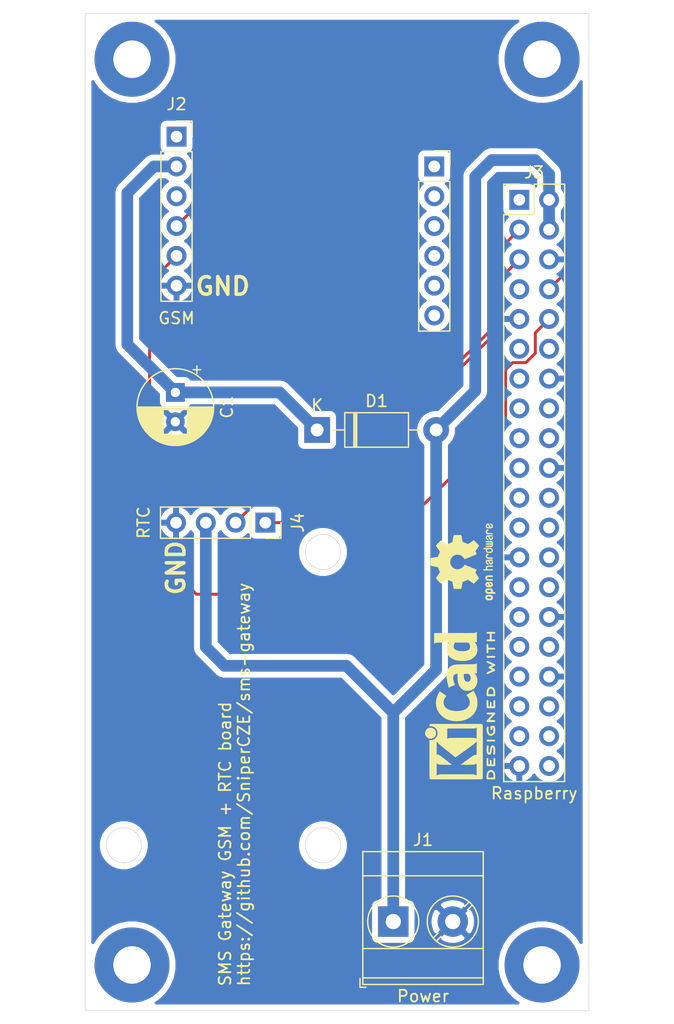
<source format=kicad_pcb>
(kicad_pcb (version 20171130) (host pcbnew 5.1.6+dfsg1-1)

  (general
    (thickness 1.6)
    (drawings 10)
    (tracks 45)
    (zones 0)
    (modules 13)
    (nets 8)
  )

  (page A4)
  (title_block
    (title "SMS gateway GSM + RTC board")
    (date 2021-04-07)
  )

  (layers
    (0 F.Cu signal)
    (31 B.Cu signal)
    (32 B.Adhes user hide)
    (33 F.Adhes user hide)
    (34 B.Paste user hide)
    (35 F.Paste user hide)
    (36 B.SilkS user)
    (37 F.SilkS user)
    (38 B.Mask user)
    (39 F.Mask user)
    (40 Dwgs.User user)
    (41 Cmts.User user hide)
    (42 Eco1.User user hide)
    (43 Eco2.User user hide)
    (44 Edge.Cuts user)
    (45 Margin user hide)
    (46 B.CrtYd user hide)
    (47 F.CrtYd user hide)
    (48 B.Fab user)
    (49 F.Fab user)
  )

  (setup
    (last_trace_width 0.25)
    (trace_clearance 0.2)
    (zone_clearance 0.508)
    (zone_45_only no)
    (trace_min 0.2)
    (via_size 0.8)
    (via_drill 0.4)
    (via_min_size 0.4)
    (via_min_drill 0.3)
    (uvia_size 0.3)
    (uvia_drill 0.1)
    (uvias_allowed no)
    (uvia_min_size 0.2)
    (uvia_min_drill 0.1)
    (edge_width 0.05)
    (segment_width 0.2)
    (pcb_text_width 0.3)
    (pcb_text_size 1.5 1.5)
    (mod_edge_width 0.12)
    (mod_text_size 1 1)
    (mod_text_width 0.15)
    (pad_size 1.524 1.524)
    (pad_drill 0.762)
    (pad_to_mask_clearance 0.05)
    (aux_axis_origin 0 0)
    (visible_elements FFFFFF7F)
    (pcbplotparams
      (layerselection 0x010f0_ffffffff)
      (usegerberextensions false)
      (usegerberattributes true)
      (usegerberadvancedattributes true)
      (creategerberjobfile true)
      (excludeedgelayer true)
      (linewidth 0.100000)
      (plotframeref false)
      (viasonmask false)
      (mode 1)
      (useauxorigin false)
      (hpglpennumber 1)
      (hpglpenspeed 20)
      (hpglpendiameter 15.000000)
      (psnegative false)
      (psa4output false)
      (plotreference true)
      (plotvalue true)
      (plotinvisibletext false)
      (padsonsilk false)
      (subtractmaskfromsilk false)
      (outputformat 1)
      (mirror false)
      (drillshape 0)
      (scaleselection 1)
      (outputdirectory "./"))
  )

  (net 0 "")
  (net 1 GND)
  (net 2 "Net-(C1-Pad1)")
  (net 3 +5V)
  (net 4 "Net-(J2-Pad5)")
  (net 5 "Net-(J2-Pad4)")
  (net 6 "Net-(J3-Pad5)")
  (net 7 "Net-(J3-Pad3)")

  (net_class Default "This is the default net class."
    (clearance 0.2)
    (trace_width 0.25)
    (via_dia 0.8)
    (via_drill 0.4)
    (uvia_dia 0.3)
    (uvia_drill 0.1)
    (add_net "Net-(J2-Pad1)")
    (add_net "Net-(J2-Pad3)")
    (add_net "Net-(J2-Pad4)")
    (add_net "Net-(J2-Pad5)")
    (add_net "Net-(J3-Pad1)")
    (add_net "Net-(J3-Pad11)")
    (add_net "Net-(J3-Pad12)")
    (add_net "Net-(J3-Pad13)")
    (add_net "Net-(J3-Pad15)")
    (add_net "Net-(J3-Pad16)")
    (add_net "Net-(J3-Pad17)")
    (add_net "Net-(J3-Pad18)")
    (add_net "Net-(J3-Pad19)")
    (add_net "Net-(J3-Pad21)")
    (add_net "Net-(J3-Pad22)")
    (add_net "Net-(J3-Pad23)")
    (add_net "Net-(J3-Pad24)")
    (add_net "Net-(J3-Pad26)")
    (add_net "Net-(J3-Pad27)")
    (add_net "Net-(J3-Pad28)")
    (add_net "Net-(J3-Pad29)")
    (add_net "Net-(J3-Pad3)")
    (add_net "Net-(J3-Pad31)")
    (add_net "Net-(J3-Pad32)")
    (add_net "Net-(J3-Pad33)")
    (add_net "Net-(J3-Pad35)")
    (add_net "Net-(J3-Pad36)")
    (add_net "Net-(J3-Pad37)")
    (add_net "Net-(J3-Pad38)")
    (add_net "Net-(J3-Pad40)")
    (add_net "Net-(J3-Pad5)")
    (add_net "Net-(J3-Pad7)")
  )

  (net_class power ""
    (clearance 0.5)
    (trace_width 1)
    (via_dia 0.8)
    (via_drill 0.4)
    (uvia_dia 0.3)
    (uvia_drill 0.1)
    (add_net +5V)
    (add_net GND)
    (add_net "Net-(C1-Pad1)")
  )

  (module Symbol:KiCad-Logo2_5mm_SilkScreen (layer F.Cu) (tedit 0) (tstamp 606ED267)
    (at 102 124 90)
    (descr "KiCad Logo")
    (tags "Logo KiCad")
    (attr virtual)
    (fp_text reference REF** (at 0 -5.08 90) (layer F.SilkS) hide
      (effects (font (size 1 1) (thickness 0.15)))
    )
    (fp_text value KiCad-Logo2_5mm_SilkScreen (at 0 5.08 90) (layer F.Fab) hide
      (effects (font (size 1 1) (thickness 0.15)))
    )
    (fp_poly (pts (xy -2.9464 -2.510946) (xy -2.935535 -2.397007) (xy -2.903918 -2.289384) (xy -2.853015 -2.190385)
      (xy -2.784293 -2.102316) (xy -2.699219 -2.027484) (xy -2.602232 -1.969616) (xy -2.495964 -1.929995)
      (xy -2.38895 -1.911427) (xy -2.2833 -1.912566) (xy -2.181125 -1.93207) (xy -2.084534 -1.968594)
      (xy -1.995638 -2.020795) (xy -1.916546 -2.087327) (xy -1.849369 -2.166848) (xy -1.796217 -2.258013)
      (xy -1.759199 -2.359477) (xy -1.740427 -2.469898) (xy -1.738489 -2.519794) (xy -1.738489 -2.607733)
      (xy -1.68656 -2.607733) (xy -1.650253 -2.604889) (xy -1.623355 -2.593089) (xy -1.596249 -2.569351)
      (xy -1.557867 -2.530969) (xy -1.557867 -0.339398) (xy -1.557876 -0.077261) (xy -1.557908 0.163241)
      (xy -1.557972 0.383048) (xy -1.558076 0.583101) (xy -1.558227 0.764344) (xy -1.558434 0.927716)
      (xy -1.558706 1.07416) (xy -1.55905 1.204617) (xy -1.559474 1.320029) (xy -1.559987 1.421338)
      (xy -1.560597 1.509484) (xy -1.561312 1.58541) (xy -1.56214 1.650057) (xy -1.563089 1.704367)
      (xy -1.564167 1.74928) (xy -1.565383 1.78574) (xy -1.566745 1.814687) (xy -1.568261 1.837063)
      (xy -1.569938 1.853809) (xy -1.571786 1.865868) (xy -1.573813 1.87418) (xy -1.576025 1.879687)
      (xy -1.577108 1.881537) (xy -1.581271 1.888549) (xy -1.584805 1.894996) (xy -1.588635 1.9009)
      (xy -1.593682 1.906286) (xy -1.600871 1.911178) (xy -1.611123 1.915598) (xy -1.625364 1.919572)
      (xy -1.644514 1.923121) (xy -1.669499 1.92627) (xy -1.70124 1.929042) (xy -1.740662 1.931461)
      (xy -1.788686 1.933551) (xy -1.846237 1.935335) (xy -1.914237 1.936837) (xy -1.99361 1.93808)
      (xy -2.085279 1.939089) (xy -2.190166 1.939885) (xy -2.309196 1.940494) (xy -2.44329 1.940939)
      (xy -2.593373 1.941243) (xy -2.760367 1.94143) (xy -2.945196 1.941524) (xy -3.148783 1.941548)
      (xy -3.37205 1.941525) (xy -3.615922 1.94148) (xy -3.881321 1.941437) (xy -3.919704 1.941432)
      (xy -4.186682 1.941389) (xy -4.432002 1.941318) (xy -4.656583 1.941213) (xy -4.861345 1.941066)
      (xy -5.047206 1.940869) (xy -5.215088 1.940616) (xy -5.365908 1.9403) (xy -5.500587 1.939913)
      (xy -5.620044 1.939447) (xy -5.725199 1.938897) (xy -5.816971 1.938253) (xy -5.896279 1.937511)
      (xy -5.964043 1.936661) (xy -6.021182 1.935697) (xy -6.068617 1.934611) (xy -6.107266 1.933397)
      (xy -6.138049 1.932047) (xy -6.161885 1.930555) (xy -6.179694 1.928911) (xy -6.192395 1.927111)
      (xy -6.200908 1.925145) (xy -6.205266 1.923477) (xy -6.213728 1.919906) (xy -6.221497 1.91727)
      (xy -6.228602 1.914634) (xy -6.235073 1.911062) (xy -6.240939 1.905621) (xy -6.246229 1.897375)
      (xy -6.250974 1.88539) (xy -6.255202 1.868731) (xy -6.258943 1.846463) (xy -6.262227 1.817652)
      (xy -6.265083 1.781363) (xy -6.26754 1.736661) (xy -6.269629 1.682611) (xy -6.271378 1.618279)
      (xy -6.272817 1.54273) (xy -6.273976 1.45503) (xy -6.274883 1.354243) (xy -6.275569 1.239434)
      (xy -6.276063 1.10967) (xy -6.276395 0.964015) (xy -6.276593 0.801535) (xy -6.276687 0.621295)
      (xy -6.276708 0.42236) (xy -6.276685 0.203796) (xy -6.276646 -0.035332) (xy -6.276622 -0.29596)
      (xy -6.276622 -0.338111) (xy -6.276636 -0.601008) (xy -6.276661 -0.842268) (xy -6.276671 -1.062835)
      (xy -6.276642 -1.263648) (xy -6.276548 -1.445651) (xy -6.276362 -1.609784) (xy -6.276059 -1.756989)
      (xy -6.275614 -1.888208) (xy -6.275034 -1.998133) (xy -5.972197 -1.998133) (xy -5.932407 -1.940289)
      (xy -5.921236 -1.924521) (xy -5.911166 -1.910559) (xy -5.902138 -1.897216) (xy -5.894097 -1.883307)
      (xy -5.886986 -1.867644) (xy -5.880747 -1.849042) (xy -5.875325 -1.826314) (xy -5.870662 -1.798273)
      (xy -5.866701 -1.763733) (xy -5.863385 -1.721508) (xy -5.860659 -1.670411) (xy -5.858464 -1.609256)
      (xy -5.856745 -1.536856) (xy -5.855444 -1.452025) (xy -5.854505 -1.353578) (xy -5.85387 -1.240326)
      (xy -5.853484 -1.111084) (xy -5.853288 -0.964666) (xy -5.853227 -0.799884) (xy -5.853243 -0.615553)
      (xy -5.85328 -0.410487) (xy -5.853289 -0.287867) (xy -5.853265 -0.070918) (xy -5.853231 0.124642)
      (xy -5.853243 0.299999) (xy -5.853358 0.456341) (xy -5.85363 0.594857) (xy -5.854118 0.716734)
      (xy -5.854876 0.82316) (xy -5.855962 0.915322) (xy -5.857431 0.994409) (xy -5.85934 1.061608)
      (xy -5.861744 1.118107) (xy -5.864701 1.165093) (xy -5.868266 1.203755) (xy -5.872495 1.23528)
      (xy -5.877446 1.260855) (xy -5.883173 1.28167) (xy -5.889733 1.298911) (xy -5.897183 1.313765)
      (xy -5.905579 1.327422) (xy -5.914976 1.341069) (xy -5.925432 1.355893) (xy -5.931523 1.364783)
      (xy -5.970296 1.4224) (xy -5.438732 1.4224) (xy -5.315483 1.422365) (xy -5.212987 1.422215)
      (xy -5.12942 1.421878) (xy -5.062956 1.421286) (xy -5.011771 1.420367) (xy -4.974041 1.419051)
      (xy -4.94794 1.417269) (xy -4.931644 1.414951) (xy -4.923328 1.412026) (xy -4.921168 1.408424)
      (xy -4.923339 1.404075) (xy -4.924535 1.402645) (xy -4.949685 1.365573) (xy -4.975583 1.312772)
      (xy -4.999192 1.25077) (xy -5.007461 1.224357) (xy -5.012078 1.206416) (xy -5.015979 1.185355)
      (xy -5.019248 1.159089) (xy -5.021966 1.125532) (xy -5.024215 1.082599) (xy -5.026077 1.028204)
      (xy -5.027636 0.960262) (xy -5.028972 0.876688) (xy -5.030169 0.775395) (xy -5.031308 0.6543)
      (xy -5.031685 0.6096) (xy -5.032702 0.484449) (xy -5.03346 0.380082) (xy -5.033903 0.294707)
      (xy -5.03397 0.226533) (xy -5.033605 0.173765) (xy -5.032748 0.134614) (xy -5.031341 0.107285)
      (xy -5.029325 0.089986) (xy -5.026643 0.080926) (xy -5.023236 0.078312) (xy -5.019044 0.080351)
      (xy -5.014571 0.084667) (xy -5.004216 0.097602) (xy -4.982158 0.126676) (xy -4.949957 0.169759)
      (xy -4.909174 0.224718) (xy -4.86137 0.289423) (xy -4.808105 0.361742) (xy -4.75094 0.439544)
      (xy -4.691437 0.520698) (xy -4.631155 0.603072) (xy -4.571655 0.684536) (xy -4.514498 0.762957)
      (xy -4.461245 0.836204) (xy -4.413457 0.902147) (xy -4.372693 0.958654) (xy -4.340516 1.003593)
      (xy -4.318485 1.034834) (xy -4.313917 1.041466) (xy -4.290996 1.078369) (xy -4.264188 1.126359)
      (xy -4.238789 1.175897) (xy -4.235568 1.182577) (xy -4.21389 1.230772) (xy -4.201304 1.268334)
      (xy -4.195574 1.30416) (xy -4.194456 1.3462) (xy -4.19509 1.4224) (xy -3.040651 1.4224)
      (xy -3.131815 1.328669) (xy -3.178612 1.278775) (xy -3.228899 1.222295) (xy -3.274944 1.168026)
      (xy -3.295369 1.142673) (xy -3.325807 1.103128) (xy -3.365862 1.049916) (xy -3.414361 0.984667)
      (xy -3.470135 0.909011) (xy -3.532011 0.824577) (xy -3.598819 0.732994) (xy -3.669387 0.635892)
      (xy -3.742545 0.534901) (xy -3.817121 0.43165) (xy -3.891944 0.327768) (xy -3.965843 0.224885)
      (xy -4.037646 0.124631) (xy -4.106184 0.028636) (xy -4.170284 -0.061473) (xy -4.228775 -0.144064)
      (xy -4.280486 -0.217508) (xy -4.324247 -0.280176) (xy -4.358885 -0.330439) (xy -4.38323 -0.366666)
      (xy -4.396111 -0.387229) (xy -4.397869 -0.391332) (xy -4.38991 -0.402658) (xy -4.369115 -0.429838)
      (xy -4.336847 -0.471171) (xy -4.29447 -0.524956) (xy -4.243347 -0.589494) (xy -4.184841 -0.663082)
      (xy -4.120314 -0.744022) (xy -4.051131 -0.830612) (xy -3.978653 -0.921152) (xy -3.904246 -1.01394)
      (xy -3.844517 -1.088298) (xy -2.833511 -1.088298) (xy -2.827602 -1.075341) (xy -2.813272 -1.053092)
      (xy -2.812225 -1.051609) (xy -2.793438 -1.021456) (xy -2.773791 -0.984625) (xy -2.769892 -0.976489)
      (xy -2.766356 -0.96806) (xy -2.76323 -0.957941) (xy -2.760486 -0.94474) (xy -2.758092 -0.927062)
      (xy -2.756019 -0.903516) (xy -2.754235 -0.872707) (xy -2.752712 -0.833243) (xy -2.751419 -0.783731)
      (xy -2.750326 -0.722777) (xy -2.749403 -0.648989) (xy -2.748619 -0.560972) (xy -2.747945 -0.457335)
      (xy -2.74735 -0.336684) (xy -2.746805 -0.197626) (xy -2.746279 -0.038768) (xy -2.745745 0.140089)
      (xy -2.745206 0.325207) (xy -2.744772 0.489145) (xy -2.744509 0.633303) (xy -2.744484 0.759079)
      (xy -2.744765 0.867871) (xy -2.745419 0.961077) (xy -2.746514 1.040097) (xy -2.748118 1.106328)
      (xy -2.750297 1.16117) (xy -2.753119 1.206021) (xy -2.756651 1.242278) (xy -2.760961 1.271341)
      (xy -2.766117 1.294609) (xy -2.772185 1.313479) (xy -2.779233 1.329351) (xy -2.787329 1.343622)
      (xy -2.79654 1.357691) (xy -2.80504 1.370158) (xy -2.822176 1.396452) (xy -2.832322 1.414037)
      (xy -2.833511 1.417257) (xy -2.822604 1.418334) (xy -2.791411 1.419335) (xy -2.742223 1.420235)
      (xy -2.677333 1.42101) (xy -2.59903 1.421637) (xy -2.509607 1.422091) (xy -2.411356 1.422349)
      (xy -2.342445 1.4224) (xy -2.237452 1.42218) (xy -2.14061 1.421548) (xy -2.054107 1.420549)
      (xy -1.980132 1.419227) (xy -1.920874 1.417626) (xy -1.87852 1.415791) (xy -1.85526 1.413765)
      (xy -1.851378 1.412493) (xy -1.859076 1.397591) (xy -1.867074 1.38956) (xy -1.880246 1.372434)
      (xy -1.897485 1.342183) (xy -1.909407 1.317622) (xy -1.936045 1.258711) (xy -1.93912 0.081845)
      (xy -1.942195 -1.095022) (xy -2.387853 -1.095022) (xy -2.48567 -1.094858) (xy -2.576064 -1.094389)
      (xy -2.65663 -1.093653) (xy -2.724962 -1.092684) (xy -2.778656 -1.09152) (xy -2.815305 -1.090197)
      (xy -2.832504 -1.088751) (xy -2.833511 -1.088298) (xy -3.844517 -1.088298) (xy -3.82927 -1.107278)
      (xy -3.75509 -1.199463) (xy -3.683069 -1.288796) (xy -3.614569 -1.373576) (xy -3.550955 -1.452102)
      (xy -3.493588 -1.522674) (xy -3.443833 -1.583591) (xy -3.403052 -1.633153) (xy -3.385888 -1.653822)
      (xy -3.299596 -1.754484) (xy -3.222997 -1.837741) (xy -3.154183 -1.905562) (xy -3.091248 -1.959911)
      (xy -3.081867 -1.967278) (xy -3.042356 -1.997883) (xy -4.174116 -1.998133) (xy -4.168827 -1.950156)
      (xy -4.17213 -1.892812) (xy -4.193661 -1.824537) (xy -4.233635 -1.744788) (xy -4.278943 -1.672505)
      (xy -4.295161 -1.64986) (xy -4.323214 -1.612304) (xy -4.36143 -1.561979) (xy -4.408137 -1.501027)
      (xy -4.461661 -1.431589) (xy -4.520331 -1.355806) (xy -4.582475 -1.27582) (xy -4.646421 -1.193772)
      (xy -4.710495 -1.111804) (xy -4.773027 -1.032057) (xy -4.832343 -0.956673) (xy -4.886771 -0.887793)
      (xy -4.934639 -0.827558) (xy -4.974275 -0.778111) (xy -5.004006 -0.741592) (xy -5.022161 -0.720142)
      (xy -5.02522 -0.716844) (xy -5.028079 -0.724851) (xy -5.030293 -0.755145) (xy -5.031857 -0.807444)
      (xy -5.032767 -0.881469) (xy -5.03302 -0.976937) (xy -5.032613 -1.093566) (xy -5.031704 -1.213555)
      (xy -5.030382 -1.345667) (xy -5.028857 -1.457406) (xy -5.026881 -1.550975) (xy -5.024206 -1.628581)
      (xy -5.020582 -1.692426) (xy -5.015761 -1.744717) (xy -5.009494 -1.787656) (xy -5.001532 -1.823449)
      (xy -4.991627 -1.8543) (xy -4.979531 -1.882414) (xy -4.964993 -1.909995) (xy -4.950311 -1.935034)
      (xy -4.912314 -1.998133) (xy -5.972197 -1.998133) (xy -6.275034 -1.998133) (xy -6.275001 -2.004383)
      (xy -6.274195 -2.106456) (xy -6.27317 -2.195367) (xy -6.2719 -2.272059) (xy -6.27036 -2.337473)
      (xy -6.268524 -2.392551) (xy -6.266367 -2.438235) (xy -6.263863 -2.475466) (xy -6.260987 -2.505187)
      (xy -6.257713 -2.528338) (xy -6.254015 -2.545861) (xy -6.249869 -2.558699) (xy -6.245247 -2.567792)
      (xy -6.240126 -2.574082) (xy -6.234478 -2.578512) (xy -6.228279 -2.582022) (xy -6.221504 -2.585555)
      (xy -6.215508 -2.589124) (xy -6.210275 -2.5917) (xy -6.202099 -2.594028) (xy -6.189886 -2.596122)
      (xy -6.172541 -2.597993) (xy -6.148969 -2.599653) (xy -6.118077 -2.601116) (xy -6.078768 -2.602392)
      (xy -6.02995 -2.603496) (xy -5.970527 -2.604439) (xy -5.899404 -2.605233) (xy -5.815488 -2.605891)
      (xy -5.717683 -2.606425) (xy -5.604894 -2.606847) (xy -5.476029 -2.607171) (xy -5.329991 -2.607408)
      (xy -5.165686 -2.60757) (xy -4.98202 -2.60767) (xy -4.777897 -2.60772) (xy -4.566753 -2.607733)
      (xy -2.9464 -2.607733) (xy -2.9464 -2.510946)) (layer F.SilkS) (width 0.01))
    (fp_poly (pts (xy 0.328429 -2.050929) (xy 0.48857 -2.029755) (xy 0.65251 -1.989615) (xy 0.822313 -1.930111)
      (xy 1.000043 -1.850846) (xy 1.01131 -1.845301) (xy 1.069005 -1.817275) (xy 1.120552 -1.793198)
      (xy 1.162191 -1.774751) (xy 1.190162 -1.763614) (xy 1.199733 -1.761067) (xy 1.21895 -1.756059)
      (xy 1.223561 -1.751853) (xy 1.218458 -1.74142) (xy 1.202418 -1.715132) (xy 1.177288 -1.675743)
      (xy 1.144914 -1.626009) (xy 1.107143 -1.568685) (xy 1.065822 -1.506524) (xy 1.022798 -1.442282)
      (xy 0.979917 -1.378715) (xy 0.939026 -1.318575) (xy 0.901971 -1.26462) (xy 0.8706 -1.219603)
      (xy 0.846759 -1.186279) (xy 0.832294 -1.167403) (xy 0.830309 -1.165213) (xy 0.820191 -1.169862)
      (xy 0.79785 -1.187038) (xy 0.76728 -1.21356) (xy 0.751536 -1.228036) (xy 0.655047 -1.303318)
      (xy 0.548336 -1.358759) (xy 0.432832 -1.393859) (xy 0.309962 -1.40812) (xy 0.240561 -1.406949)
      (xy 0.119423 -1.389788) (xy 0.010205 -1.353906) (xy -0.087418 -1.299041) (xy -0.173772 -1.22493)
      (xy -0.249185 -1.131312) (xy -0.313982 -1.017924) (xy -0.351399 -0.931333) (xy -0.395252 -0.795634)
      (xy -0.427572 -0.64815) (xy -0.448443 -0.492686) (xy -0.457949 -0.333044) (xy -0.456173 -0.173027)
      (xy -0.443197 -0.016439) (xy -0.419106 0.132918) (xy -0.383982 0.27124) (xy -0.337908 0.394724)
      (xy -0.321627 0.428978) (xy -0.25338 0.543064) (xy -0.172921 0.639557) (xy -0.08143 0.71767)
      (xy 0.019911 0.776617) (xy 0.12992 0.815612) (xy 0.247415 0.833868) (xy 0.288883 0.835211)
      (xy 0.410441 0.82429) (xy 0.530878 0.791474) (xy 0.648666 0.737439) (xy 0.762277 0.662865)
      (xy 0.853685 0.584539) (xy 0.900215 0.540008) (xy 1.081483 0.837271) (xy 1.12658 0.911433)
      (xy 1.167819 0.979646) (xy 1.203735 1.039459) (xy 1.232866 1.08842) (xy 1.25375 1.124079)
      (xy 1.264924 1.143984) (xy 1.266375 1.147079) (xy 1.258146 1.156718) (xy 1.232567 1.173999)
      (xy 1.192873 1.197283) (xy 1.142297 1.224934) (xy 1.084074 1.255315) (xy 1.021437 1.28679)
      (xy 0.957621 1.317722) (xy 0.89586 1.346473) (xy 0.839388 1.371408) (xy 0.791438 1.390889)
      (xy 0.767986 1.399318) (xy 0.634221 1.437133) (xy 0.496327 1.462136) (xy 0.348622 1.47514)
      (xy 0.221833 1.477468) (xy 0.153878 1.476373) (xy 0.088277 1.474275) (xy 0.030847 1.471434)
      (xy -0.012597 1.468106) (xy -0.026702 1.466422) (xy -0.165716 1.437587) (xy -0.307243 1.392468)
      (xy -0.444725 1.33375) (xy -0.571606 1.26412) (xy -0.649111 1.211441) (xy -0.776519 1.103239)
      (xy -0.894822 0.976671) (xy -1.001828 0.834866) (xy -1.095348 0.680951) (xy -1.17319 0.518053)
      (xy -1.217044 0.400756) (xy -1.267292 0.217128) (xy -1.300791 0.022581) (xy -1.317551 -0.178675)
      (xy -1.317584 -0.382432) (xy -1.300899 -0.584479) (xy -1.267507 -0.780608) (xy -1.21742 -0.966609)
      (xy -1.213603 -0.978197) (xy -1.150719 -1.14025) (xy -1.073972 -1.288168) (xy -0.980758 -1.426135)
      (xy -0.868473 -1.558339) (xy -0.824608 -1.603601) (xy -0.688466 -1.727543) (xy -0.548509 -1.830085)
      (xy -0.402589 -1.912344) (xy -0.248558 -1.975436) (xy -0.084268 -2.020477) (xy 0.011289 -2.037967)
      (xy 0.170023 -2.053534) (xy 0.328429 -2.050929)) (layer F.SilkS) (width 0.01))
    (fp_poly (pts (xy 2.673574 -1.133448) (xy 2.825492 -1.113433) (xy 2.960756 -1.079798) (xy 3.080239 -1.032275)
      (xy 3.184815 -0.970595) (xy 3.262424 -0.907035) (xy 3.331265 -0.832901) (xy 3.385006 -0.753129)
      (xy 3.42791 -0.660909) (xy 3.443384 -0.617839) (xy 3.456244 -0.578858) (xy 3.467446 -0.542711)
      (xy 3.47712 -0.507566) (xy 3.485396 -0.47159) (xy 3.492403 -0.43295) (xy 3.498272 -0.389815)
      (xy 3.503131 -0.340351) (xy 3.50711 -0.282727) (xy 3.51034 -0.215109) (xy 3.512949 -0.135666)
      (xy 3.515067 -0.042564) (xy 3.516824 0.066027) (xy 3.518349 0.191942) (xy 3.519772 0.337012)
      (xy 3.521025 0.479778) (xy 3.522351 0.635968) (xy 3.523556 0.771239) (xy 3.524766 0.887246)
      (xy 3.526106 0.985645) (xy 3.5277 1.068093) (xy 3.529675 1.136246) (xy 3.532156 1.19176)
      (xy 3.535269 1.236292) (xy 3.539138 1.271498) (xy 3.543889 1.299034) (xy 3.549648 1.320556)
      (xy 3.556539 1.337722) (xy 3.564689 1.352186) (xy 3.574223 1.365606) (xy 3.585266 1.379638)
      (xy 3.589566 1.385071) (xy 3.605386 1.40791) (xy 3.612422 1.423463) (xy 3.612444 1.423922)
      (xy 3.601567 1.426121) (xy 3.570582 1.428147) (xy 3.521957 1.429942) (xy 3.458163 1.431451)
      (xy 3.381669 1.432616) (xy 3.294944 1.43338) (xy 3.200457 1.433686) (xy 3.18955 1.433689)
      (xy 2.766657 1.433689) (xy 2.763395 1.337622) (xy 2.760133 1.241556) (xy 2.698044 1.292543)
      (xy 2.600714 1.360057) (xy 2.490813 1.414749) (xy 2.404349 1.444978) (xy 2.335278 1.459666)
      (xy 2.251925 1.469659) (xy 2.162159 1.474646) (xy 2.073845 1.474313) (xy 1.994851 1.468351)
      (xy 1.958622 1.462638) (xy 1.818603 1.424776) (xy 1.692178 1.369932) (xy 1.58026 1.298924)
      (xy 1.483762 1.212568) (xy 1.4036 1.111679) (xy 1.340687 0.997076) (xy 1.296312 0.870984)
      (xy 1.283978 0.814401) (xy 1.276368 0.752202) (xy 1.272739 0.677363) (xy 1.272245 0.643467)
      (xy 1.27231 0.640282) (xy 2.032248 0.640282) (xy 2.041541 0.715333) (xy 2.069728 0.77916)
      (xy 2.118197 0.834798) (xy 2.123254 0.839211) (xy 2.171548 0.874037) (xy 2.223257 0.89662)
      (xy 2.283989 0.90854) (xy 2.359352 0.911383) (xy 2.377459 0.910978) (xy 2.431278 0.908325)
      (xy 2.471308 0.902909) (xy 2.506324 0.892745) (xy 2.545103 0.87585) (xy 2.555745 0.870672)
      (xy 2.616396 0.834844) (xy 2.663215 0.792212) (xy 2.675952 0.776973) (xy 2.720622 0.720462)
      (xy 2.720622 0.524586) (xy 2.720086 0.445939) (xy 2.718396 0.387988) (xy 2.715428 0.348875)
      (xy 2.711057 0.326741) (xy 2.706972 0.320274) (xy 2.691047 0.317111) (xy 2.657264 0.314488)
      (xy 2.61034 0.312655) (xy 2.554993 0.311857) (xy 2.546106 0.311842) (xy 2.42533 0.317096)
      (xy 2.32266 0.333263) (xy 2.236106 0.360961) (xy 2.163681 0.400808) (xy 2.108751 0.447758)
      (xy 2.064204 0.505645) (xy 2.03948 0.568693) (xy 2.032248 0.640282) (xy 1.27231 0.640282)
      (xy 1.274178 0.549712) (xy 1.282522 0.470812) (xy 1.298768 0.39959) (xy 1.324405 0.328864)
      (xy 1.348401 0.276493) (xy 1.40702 0.181196) (xy 1.485117 0.09317) (xy 1.580315 0.014017)
      (xy 1.690238 -0.05466) (xy 1.81251 -0.111259) (xy 1.944755 -0.154179) (xy 2.009422 -0.169118)
      (xy 2.145604 -0.191223) (xy 2.294049 -0.205806) (xy 2.445505 -0.212187) (xy 2.572064 -0.210555)
      (xy 2.73395 -0.203776) (xy 2.72653 -0.262755) (xy 2.707238 -0.361908) (xy 2.676104 -0.442628)
      (xy 2.632269 -0.505534) (xy 2.574871 -0.551244) (xy 2.503048 -0.580378) (xy 2.415941 -0.593553)
      (xy 2.312686 -0.591389) (xy 2.274711 -0.587388) (xy 2.13352 -0.56222) (xy 1.996707 -0.521186)
      (xy 1.902178 -0.483185) (xy 1.857018 -0.46381) (xy 1.818585 -0.44824) (xy 1.792234 -0.438595)
      (xy 1.784546 -0.436548) (xy 1.774802 -0.445626) (xy 1.758083 -0.474595) (xy 1.734232 -0.523783)
      (xy 1.703093 -0.593516) (xy 1.664507 -0.684121) (xy 1.65791 -0.699911) (xy 1.627853 -0.772228)
      (xy 1.600874 -0.837575) (xy 1.578136 -0.893094) (xy 1.560806 -0.935928) (xy 1.550048 -0.963219)
      (xy 1.546941 -0.972058) (xy 1.55694 -0.976813) (xy 1.583217 -0.98209) (xy 1.611489 -0.985769)
      (xy 1.641646 -0.990526) (xy 1.689433 -0.999972) (xy 1.750612 -1.01318) (xy 1.820946 -1.029224)
      (xy 1.896194 -1.04718) (xy 1.924755 -1.054203) (xy 2.029816 -1.079791) (xy 2.11748 -1.099853)
      (xy 2.192068 -1.115031) (xy 2.257903 -1.125965) (xy 2.319307 -1.133296) (xy 2.380602 -1.137665)
      (xy 2.44611 -1.139713) (xy 2.504128 -1.140111) (xy 2.673574 -1.133448)) (layer F.SilkS) (width 0.01))
    (fp_poly (pts (xy 6.186507 -0.527755) (xy 6.186526 -0.293338) (xy 6.186552 -0.080397) (xy 6.186625 0.112168)
      (xy 6.186782 0.285459) (xy 6.187064 0.440576) (xy 6.187509 0.57862) (xy 6.188156 0.700692)
      (xy 6.189045 0.807894) (xy 6.190213 0.901326) (xy 6.191701 0.98209) (xy 6.193546 1.051286)
      (xy 6.195789 1.110015) (xy 6.198469 1.159379) (xy 6.201623 1.200478) (xy 6.205292 1.234413)
      (xy 6.209513 1.262286) (xy 6.214327 1.285198) (xy 6.219773 1.304249) (xy 6.225888 1.32054)
      (xy 6.232712 1.335173) (xy 6.240285 1.349249) (xy 6.248645 1.363868) (xy 6.253839 1.372974)
      (xy 6.288104 1.433689) (xy 5.429955 1.433689) (xy 5.429955 1.337733) (xy 5.429224 1.29437)
      (xy 5.427272 1.261205) (xy 5.424463 1.243424) (xy 5.423221 1.241778) (xy 5.411799 1.248662)
      (xy 5.389084 1.266505) (xy 5.366385 1.285879) (xy 5.3118 1.326614) (xy 5.242321 1.367617)
      (xy 5.16527 1.405123) (xy 5.087965 1.435364) (xy 5.057113 1.445012) (xy 4.988616 1.459578)
      (xy 4.905764 1.469539) (xy 4.816371 1.474583) (xy 4.728248 1.474396) (xy 4.649207 1.468666)
      (xy 4.611511 1.462858) (xy 4.473414 1.424797) (xy 4.346113 1.367073) (xy 4.230292 1.290211)
      (xy 4.126637 1.194739) (xy 4.035833 1.081179) (xy 3.969031 0.970381) (xy 3.914164 0.853625)
      (xy 3.872163 0.734276) (xy 3.842167 0.608283) (xy 3.823311 0.471594) (xy 3.814732 0.320158)
      (xy 3.814006 0.242711) (xy 3.8161 0.185934) (xy 4.645217 0.185934) (xy 4.645424 0.279002)
      (xy 4.648337 0.366692) (xy 4.654 0.443772) (xy 4.662455 0.505009) (xy 4.665038 0.51735)
      (xy 4.69684 0.624633) (xy 4.738498 0.711658) (xy 4.790363 0.778642) (xy 4.852781 0.825805)
      (xy 4.9261 0.853365) (xy 5.010669 0.861541) (xy 5.106835 0.850551) (xy 5.170311 0.834829)
      (xy 5.219454 0.816639) (xy 5.273583 0.790791) (xy 5.314244 0.767089) (xy 5.3848 0.720721)
      (xy 5.3848 -0.42947) (xy 5.317392 -0.473038) (xy 5.238867 -0.51396) (xy 5.154681 -0.540611)
      (xy 5.069557 -0.552535) (xy 4.988216 -0.549278) (xy 4.91538 -0.530385) (xy 4.883426 -0.514816)
      (xy 4.825501 -0.471819) (xy 4.776544 -0.415047) (xy 4.73539 -0.342425) (xy 4.700874 -0.251879)
      (xy 4.671833 -0.141334) (xy 4.670552 -0.135467) (xy 4.660381 -0.073212) (xy 4.652739 0.004594)
      (xy 4.64767 0.09272) (xy 4.645217 0.185934) (xy 3.8161 0.185934) (xy 3.821857 0.029895)
      (xy 3.843802 -0.165941) (xy 3.879786 -0.344668) (xy 3.929759 -0.506155) (xy 3.993668 -0.650274)
      (xy 4.071462 -0.776894) (xy 4.163089 -0.885885) (xy 4.268497 -0.977117) (xy 4.313662 -1.008068)
      (xy 4.414611 -1.064215) (xy 4.517901 -1.103826) (xy 4.627989 -1.127986) (xy 4.74933 -1.137781)
      (xy 4.841836 -1.136735) (xy 4.97149 -1.125769) (xy 5.084084 -1.103954) (xy 5.182875 -1.070286)
      (xy 5.271121 -1.023764) (xy 5.319986 -0.989552) (xy 5.349353 -0.967638) (xy 5.371043 -0.952667)
      (xy 5.379253 -0.948267) (xy 5.380868 -0.959096) (xy 5.382159 -0.989749) (xy 5.383138 -1.037474)
      (xy 5.383817 -1.099521) (xy 5.38421 -1.173138) (xy 5.38433 -1.255573) (xy 5.384188 -1.344075)
      (xy 5.383797 -1.435893) (xy 5.383171 -1.528276) (xy 5.38232 -1.618472) (xy 5.38126 -1.703729)
      (xy 5.380001 -1.781297) (xy 5.378556 -1.848424) (xy 5.376938 -1.902359) (xy 5.375161 -1.94035)
      (xy 5.374669 -1.947333) (xy 5.367092 -2.017749) (xy 5.355531 -2.072898) (xy 5.337792 -2.120019)
      (xy 5.311682 -2.166353) (xy 5.305415 -2.175933) (xy 5.280983 -2.212622) (xy 6.186311 -2.212622)
      (xy 6.186507 -0.527755)) (layer F.SilkS) (width 0.01))
    (fp_poly (pts (xy -2.273043 -2.973429) (xy -2.176768 -2.949191) (xy -2.090184 -2.906359) (xy -2.015373 -2.846581)
      (xy -1.954418 -2.771506) (xy -1.909399 -2.68278) (xy -1.883136 -2.58647) (xy -1.877286 -2.489205)
      (xy -1.89214 -2.395346) (xy -1.92584 -2.307489) (xy -1.976528 -2.22823) (xy -2.042345 -2.160164)
      (xy -2.121434 -2.105888) (xy -2.211934 -2.067998) (xy -2.2632 -2.055574) (xy -2.307698 -2.048053)
      (xy -2.341999 -2.045081) (xy -2.37496 -2.046906) (xy -2.415434 -2.053775) (xy -2.448531 -2.06075)
      (xy -2.541947 -2.092259) (xy -2.625619 -2.143383) (xy -2.697665 -2.212571) (xy -2.7562 -2.298272)
      (xy -2.770148 -2.325511) (xy -2.786586 -2.361878) (xy -2.796894 -2.392418) (xy -2.80246 -2.42455)
      (xy -2.804669 -2.465693) (xy -2.804948 -2.511778) (xy -2.800861 -2.596135) (xy -2.787446 -2.665414)
      (xy -2.762256 -2.726039) (xy -2.722846 -2.784433) (xy -2.684298 -2.828698) (xy -2.612406 -2.894516)
      (xy -2.537313 -2.939947) (xy -2.454562 -2.96715) (xy -2.376928 -2.977424) (xy -2.273043 -2.973429)) (layer F.SilkS) (width 0.01))
    (fp_poly (pts (xy -6.121371 2.269066) (xy -6.081889 2.269467) (xy -5.9662 2.272259) (xy -5.869311 2.28055)
      (xy -5.787919 2.295232) (xy -5.718723 2.317193) (xy -5.65842 2.347322) (xy -5.603708 2.38651)
      (xy -5.584167 2.403532) (xy -5.55175 2.443363) (xy -5.52252 2.497413) (xy -5.499991 2.557323)
      (xy -5.487679 2.614739) (xy -5.4864 2.635956) (xy -5.494417 2.694769) (xy -5.515899 2.759013)
      (xy -5.546999 2.819821) (xy -5.583866 2.86833) (xy -5.589854 2.874182) (xy -5.640579 2.915321)
      (xy -5.696125 2.947435) (xy -5.759696 2.971365) (xy -5.834494 2.987953) (xy -5.923722 2.998041)
      (xy -6.030582 3.002469) (xy -6.079528 3.002845) (xy -6.141762 3.002545) (xy -6.185528 3.001292)
      (xy -6.214931 2.998554) (xy -6.234079 2.993801) (xy -6.247077 2.986501) (xy -6.254045 2.980267)
      (xy -6.260626 2.972694) (xy -6.265788 2.962924) (xy -6.269703 2.94834) (xy -6.272543 2.926326)
      (xy -6.27448 2.894264) (xy -6.275684 2.849536) (xy -6.276328 2.789526) (xy -6.276583 2.711617)
      (xy -6.276622 2.635956) (xy -6.27687 2.535041) (xy -6.276817 2.454427) (xy -6.275857 2.415822)
      (xy -6.129867 2.415822) (xy -6.129867 2.856089) (xy -6.036734 2.856004) (xy -5.980693 2.854396)
      (xy -5.921999 2.850256) (xy -5.873028 2.844464) (xy -5.871538 2.844226) (xy -5.792392 2.82509)
      (xy -5.731002 2.795287) (xy -5.684305 2.752878) (xy -5.654635 2.706961) (xy -5.636353 2.656026)
      (xy -5.637771 2.6082) (xy -5.658988 2.556933) (xy -5.700489 2.503899) (xy -5.757998 2.4646)
      (xy -5.83275 2.438331) (xy -5.882708 2.429035) (xy -5.939416 2.422507) (xy -5.999519 2.417782)
      (xy -6.050639 2.415817) (xy -6.053667 2.415808) (xy -6.129867 2.415822) (xy -6.275857 2.415822)
      (xy -6.27526 2.391851) (xy -6.270998 2.345055) (xy -6.26283 2.311778) (xy -6.249556 2.289759)
      (xy -6.229974 2.276739) (xy -6.202883 2.270457) (xy -6.167082 2.268653) (xy -6.121371 2.269066)) (layer F.SilkS) (width 0.01))
    (fp_poly (pts (xy -4.712794 2.269146) (xy -4.643386 2.269518) (xy -4.590997 2.270385) (xy -4.552847 2.271946)
      (xy -4.526159 2.274403) (xy -4.508153 2.277957) (xy -4.496049 2.28281) (xy -4.487069 2.289161)
      (xy -4.483818 2.292084) (xy -4.464043 2.323142) (xy -4.460482 2.358828) (xy -4.473491 2.39051)
      (xy -4.479506 2.396913) (xy -4.489235 2.403121) (xy -4.504901 2.40791) (xy -4.529408 2.411514)
      (xy -4.565661 2.414164) (xy -4.616565 2.416095) (xy -4.685026 2.417539) (xy -4.747617 2.418418)
      (xy -4.995334 2.421467) (xy -4.998719 2.486378) (xy -5.002105 2.551289) (xy -4.833958 2.551289)
      (xy -4.760959 2.551919) (xy -4.707517 2.554553) (xy -4.670628 2.560309) (xy -4.647288 2.570304)
      (xy -4.634494 2.585656) (xy -4.629242 2.607482) (xy -4.628445 2.627738) (xy -4.630923 2.652592)
      (xy -4.640277 2.670906) (xy -4.659383 2.683637) (xy -4.691118 2.691741) (xy -4.738359 2.696176)
      (xy -4.803983 2.697899) (xy -4.839801 2.698045) (xy -5.000978 2.698045) (xy -5.000978 2.856089)
      (xy -4.752622 2.856089) (xy -4.671213 2.856202) (xy -4.609342 2.856712) (xy -4.563968 2.85787)
      (xy -4.532054 2.85993) (xy -4.510559 2.863146) (xy -4.496443 2.867772) (xy -4.486668 2.874059)
      (xy -4.481689 2.878667) (xy -4.46461 2.90556) (xy -4.459111 2.929467) (xy -4.466963 2.958667)
      (xy -4.481689 2.980267) (xy -4.489546 2.987066) (xy -4.499688 2.992346) (xy -4.514844 2.996298)
      (xy -4.537741 2.999113) (xy -4.571109 3.000982) (xy -4.617675 3.002098) (xy -4.680167 3.002651)
      (xy -4.761314 3.002833) (xy -4.803422 3.002845) (xy -4.893598 3.002765) (xy -4.963924 3.002398)
      (xy -5.017129 3.001552) (xy -5.05594 3.000036) (xy -5.083087 2.997659) (xy -5.101298 2.994229)
      (xy -5.1133 2.989554) (xy -5.121822 2.983444) (xy -5.125156 2.980267) (xy -5.131755 2.97267)
      (xy -5.136927 2.96287) (xy -5.140846 2.948239) (xy -5.143684 2.926152) (xy -5.145615 2.893982)
      (xy -5.146812 2.849103) (xy -5.147448 2.788889) (xy -5.147697 2.710713) (xy -5.147734 2.637923)
      (xy -5.1477 2.544707) (xy -5.147465 2.471431) (xy -5.14683 2.415458) (xy -5.145594 2.374151)
      (xy -5.143556 2.344872) (xy -5.140517 2.324984) (xy -5.136277 2.31185) (xy -5.130635 2.302832)
      (xy -5.123391 2.295293) (xy -5.121606 2.293612) (xy -5.112945 2.286172) (xy -5.102882 2.280409)
      (xy -5.088625 2.276112) (xy -5.067383 2.273064) (xy -5.036364 2.271051) (xy -4.992777 2.26986)
      (xy -4.933831 2.269275) (xy -4.856734 2.269083) (xy -4.802001 2.269067) (xy -4.712794 2.269146)) (layer F.SilkS) (width 0.01))
    (fp_poly (pts (xy -3.691703 2.270351) (xy -3.616888 2.275581) (xy -3.547306 2.28375) (xy -3.487002 2.29455)
      (xy -3.44002 2.307673) (xy -3.410406 2.322813) (xy -3.40586 2.327269) (xy -3.390054 2.36185)
      (xy -3.394847 2.397351) (xy -3.419364 2.427725) (xy -3.420534 2.428596) (xy -3.434954 2.437954)
      (xy -3.450008 2.442876) (xy -3.471005 2.443473) (xy -3.503257 2.439861) (xy -3.552073 2.432154)
      (xy -3.556 2.431505) (xy -3.628739 2.422569) (xy -3.707217 2.418161) (xy -3.785927 2.418119)
      (xy -3.859361 2.422279) (xy -3.922011 2.430479) (xy -3.96837 2.442557) (xy -3.971416 2.443771)
      (xy -4.005048 2.462615) (xy -4.016864 2.481685) (xy -4.007614 2.500439) (xy -3.978047 2.518337)
      (xy -3.928911 2.534837) (xy -3.860957 2.549396) (xy -3.815645 2.556406) (xy -3.721456 2.569889)
      (xy -3.646544 2.582214) (xy -3.587717 2.594449) (xy -3.541785 2.607661) (xy -3.505555 2.622917)
      (xy -3.475838 2.641285) (xy -3.449442 2.663831) (xy -3.42823 2.685971) (xy -3.403065 2.716819)
      (xy -3.390681 2.743345) (xy -3.386808 2.776026) (xy -3.386667 2.787995) (xy -3.389576 2.827712)
      (xy -3.401202 2.857259) (xy -3.421323 2.883486) (xy -3.462216 2.923576) (xy -3.507817 2.954149)
      (xy -3.561513 2.976203) (xy -3.626692 2.990735) (xy -3.706744 2.998741) (xy -3.805057 3.001218)
      (xy -3.821289 3.001177) (xy -3.886849 2.999818) (xy -3.951866 2.99673) (xy -4.009252 2.992356)
      (xy -4.051922 2.98714) (xy -4.055372 2.986541) (xy -4.097796 2.976491) (xy -4.13378 2.963796)
      (xy -4.15415 2.95219) (xy -4.173107 2.921572) (xy -4.174427 2.885918) (xy -4.158085 2.854144)
      (xy -4.154429 2.850551) (xy -4.139315 2.839876) (xy -4.120415 2.835276) (xy -4.091162 2.836059)
      (xy -4.055651 2.840127) (xy -4.01597 2.843762) (xy -3.960345 2.846828) (xy -3.895406 2.849053)
      (xy -3.827785 2.850164) (xy -3.81 2.850237) (xy -3.742128 2.849964) (xy -3.692454 2.848646)
      (xy -3.65661 2.845827) (xy -3.630224 2.84105) (xy -3.608926 2.833857) (xy -3.596126 2.827867)
      (xy -3.568 2.811233) (xy -3.550068 2.796168) (xy -3.547447 2.791897) (xy -3.552976 2.774263)
      (xy -3.57926 2.757192) (xy -3.624478 2.741458) (xy -3.686808 2.727838) (xy -3.705171 2.724804)
      (xy -3.80109 2.709738) (xy -3.877641 2.697146) (xy -3.93778 2.686111) (xy -3.98446 2.67572)
      (xy -4.020637 2.665056) (xy -4.049265 2.653205) (xy -4.073298 2.639251) (xy -4.095692 2.622281)
      (xy -4.119402 2.601378) (xy -4.12738 2.594049) (xy -4.155353 2.566699) (xy -4.17016 2.545029)
      (xy -4.175952 2.520232) (xy -4.176889 2.488983) (xy -4.166575 2.427705) (xy -4.135752 2.37564)
      (xy -4.084595 2.332958) (xy -4.013283 2.299825) (xy -3.9624 2.284964) (xy -3.9071 2.275366)
      (xy -3.840853 2.269936) (xy -3.767706 2.268367) (xy -3.691703 2.270351)) (layer F.SilkS) (width 0.01))
    (fp_poly (pts (xy -2.923822 2.291645) (xy -2.917242 2.299218) (xy -2.912079 2.308987) (xy -2.908164 2.323571)
      (xy -2.905324 2.345585) (xy -2.903387 2.377648) (xy -2.902183 2.422375) (xy -2.901539 2.482385)
      (xy -2.901284 2.560294) (xy -2.901245 2.635956) (xy -2.901314 2.729802) (xy -2.901638 2.803689)
      (xy -2.902386 2.860232) (xy -2.903732 2.902049) (xy -2.905846 2.931757) (xy -2.9089 2.951973)
      (xy -2.913066 2.965314) (xy -2.918516 2.974398) (xy -2.923822 2.980267) (xy -2.956826 2.999947)
      (xy -2.991991 2.998181) (xy -3.023455 2.976717) (xy -3.030684 2.968337) (xy -3.036334 2.958614)
      (xy -3.040599 2.944861) (xy -3.043673 2.924389) (xy -3.045752 2.894512) (xy -3.04703 2.852541)
      (xy -3.047701 2.795789) (xy -3.047959 2.721567) (xy -3.048 2.637537) (xy -3.048 2.324485)
      (xy -3.020291 2.296776) (xy -2.986137 2.273463) (xy -2.953006 2.272623) (xy -2.923822 2.291645)) (layer F.SilkS) (width 0.01))
    (fp_poly (pts (xy -1.950081 2.274599) (xy -1.881565 2.286095) (xy -1.828943 2.303967) (xy -1.794708 2.327499)
      (xy -1.785379 2.340924) (xy -1.775893 2.372148) (xy -1.782277 2.400395) (xy -1.80243 2.427182)
      (xy -1.833745 2.439713) (xy -1.879183 2.438696) (xy -1.914326 2.431906) (xy -1.992419 2.418971)
      (xy -2.072226 2.417742) (xy -2.161555 2.428241) (xy -2.186229 2.43269) (xy -2.269291 2.456108)
      (xy -2.334273 2.490945) (xy -2.380461 2.536604) (xy -2.407145 2.592494) (xy -2.412663 2.621388)
      (xy -2.409051 2.680012) (xy -2.385729 2.731879) (xy -2.344824 2.775978) (xy -2.288459 2.811299)
      (xy -2.21876 2.836829) (xy -2.137852 2.851559) (xy -2.04786 2.854478) (xy -1.95091 2.844575)
      (xy -1.945436 2.843641) (xy -1.906875 2.836459) (xy -1.885494 2.829521) (xy -1.876227 2.819227)
      (xy -1.874006 2.801976) (xy -1.873956 2.792841) (xy -1.873956 2.754489) (xy -1.942431 2.754489)
      (xy -2.0029 2.750347) (xy -2.044165 2.737147) (xy -2.068175 2.71373) (xy -2.076877 2.678936)
      (xy -2.076983 2.674394) (xy -2.071892 2.644654) (xy -2.054433 2.623419) (xy -2.021939 2.609366)
      (xy -1.971743 2.601173) (xy -1.923123 2.598161) (xy -1.852456 2.596433) (xy -1.801198 2.59907)
      (xy -1.766239 2.6088) (xy -1.74447 2.628353) (xy -1.73278 2.660456) (xy -1.72806 2.707838)
      (xy -1.7272 2.770071) (xy -1.728609 2.839535) (xy -1.732848 2.886786) (xy -1.739936 2.912012)
      (xy -1.741311 2.913988) (xy -1.780228 2.945508) (xy -1.837286 2.97047) (xy -1.908869 2.98834)
      (xy -1.991358 2.998586) (xy -2.081139 3.000673) (xy -2.174592 2.994068) (xy -2.229556 2.985956)
      (xy -2.315766 2.961554) (xy -2.395892 2.921662) (xy -2.462977 2.869887) (xy -2.473173 2.859539)
      (xy -2.506302 2.816035) (xy -2.536194 2.762118) (xy -2.559357 2.705592) (xy -2.572298 2.654259)
      (xy -2.573858 2.634544) (xy -2.567218 2.593419) (xy -2.549568 2.542252) (xy -2.524297 2.488394)
      (xy -2.494789 2.439195) (xy -2.468719 2.406334) (xy -2.407765 2.357452) (xy -2.328969 2.318545)
      (xy -2.235157 2.290494) (xy -2.12915 2.274179) (xy -2.032 2.270192) (xy -1.950081 2.274599)) (layer F.SilkS) (width 0.01))
    (fp_poly (pts (xy -1.300114 2.273448) (xy -1.276548 2.287273) (xy -1.245735 2.309881) (xy -1.206078 2.342338)
      (xy -1.15598 2.385708) (xy -1.093843 2.441058) (xy -1.018072 2.509451) (xy -0.931334 2.588084)
      (xy -0.750711 2.751878) (xy -0.745067 2.532029) (xy -0.743029 2.456351) (xy -0.741063 2.399994)
      (xy -0.738734 2.359706) (xy -0.735606 2.332235) (xy -0.731245 2.314329) (xy -0.725216 2.302737)
      (xy -0.717084 2.294208) (xy -0.712772 2.290623) (xy -0.678241 2.27167) (xy -0.645383 2.274441)
      (xy -0.619318 2.290633) (xy -0.592667 2.312199) (xy -0.589352 2.627151) (xy -0.588435 2.719779)
      (xy -0.587968 2.792544) (xy -0.588113 2.848161) (xy -0.589032 2.889342) (xy -0.590887 2.918803)
      (xy -0.593839 2.939255) (xy -0.59805 2.953413) (xy -0.603682 2.963991) (xy -0.609927 2.972474)
      (xy -0.623439 2.988207) (xy -0.636883 2.998636) (xy -0.652124 3.002639) (xy -0.671026 2.999094)
      (xy -0.695455 2.986879) (xy -0.727273 2.964871) (xy -0.768348 2.931949) (xy -0.820542 2.886991)
      (xy -0.885722 2.828875) (xy -0.959556 2.762099) (xy -1.224845 2.521458) (xy -1.230489 2.740589)
      (xy -1.232531 2.816128) (xy -1.234502 2.872354) (xy -1.236839 2.912524) (xy -1.239981 2.939896)
      (xy -1.244364 2.957728) (xy -1.250424 2.969279) (xy -1.2586 2.977807) (xy -1.262784 2.981282)
      (xy -1.299765 3.000372) (xy -1.334708 2.997493) (xy -1.365136 2.9731) (xy -1.372097 2.963286)
      (xy -1.377523 2.951826) (xy -1.381603 2.935968) (xy -1.384529 2.912963) (xy -1.386492 2.880062)
      (xy -1.387683 2.834516) (xy -1.388292 2.773573) (xy -1.388511 2.694486) (xy -1.388534 2.635956)
      (xy -1.38846 2.544407) (xy -1.388113 2.472687) (xy -1.387301 2.418045) (xy -1.385833 2.377732)
      (xy -1.383519 2.348998) (xy -1.380167 2.329093) (xy -1.375588 2.315268) (xy -1.369589 2.304772)
      (xy -1.365136 2.298811) (xy -1.35385 2.284691) (xy -1.343301 2.274029) (xy -1.331893 2.267892)
      (xy -1.31803 2.267343) (xy -1.300114 2.273448)) (layer F.SilkS) (width 0.01))
    (fp_poly (pts (xy 0.230343 2.26926) (xy 0.306701 2.270174) (xy 0.365217 2.272311) (xy 0.408255 2.276175)
      (xy 0.438183 2.282267) (xy 0.457368 2.29109) (xy 0.468176 2.303146) (xy 0.472973 2.318939)
      (xy 0.474127 2.33897) (xy 0.474133 2.341335) (xy 0.473131 2.363992) (xy 0.468396 2.381503)
      (xy 0.457333 2.394574) (xy 0.437348 2.403913) (xy 0.405846 2.410227) (xy 0.360232 2.414222)
      (xy 0.297913 2.416606) (xy 0.216293 2.418086) (xy 0.191277 2.418414) (xy -0.0508 2.421467)
      (xy -0.054186 2.486378) (xy -0.057571 2.551289) (xy 0.110576 2.551289) (xy 0.176266 2.551531)
      (xy 0.223172 2.552556) (xy 0.255083 2.554811) (xy 0.275791 2.558742) (xy 0.289084 2.564798)
      (xy 0.298755 2.573424) (xy 0.298817 2.573493) (xy 0.316356 2.607112) (xy 0.315722 2.643448)
      (xy 0.297314 2.674423) (xy 0.293671 2.677607) (xy 0.280741 2.685812) (xy 0.263024 2.691521)
      (xy 0.23657 2.695162) (xy 0.197432 2.697167) (xy 0.141662 2.697964) (xy 0.105994 2.698045)
      (xy -0.056445 2.698045) (xy -0.056445 2.856089) (xy 0.190161 2.856089) (xy 0.27158 2.856231)
      (xy 0.33341 2.856814) (xy 0.378637 2.858068) (xy 0.410248 2.860227) (xy 0.431231 2.863523)
      (xy 0.444573 2.868189) (xy 0.453261 2.874457) (xy 0.45545 2.876733) (xy 0.471614 2.90828)
      (xy 0.472797 2.944168) (xy 0.459536 2.975285) (xy 0.449043 2.985271) (xy 0.438129 2.990769)
      (xy 0.421217 2.995022) (xy 0.395633 2.99818) (xy 0.358701 3.000392) (xy 0.307746 3.001806)
      (xy 0.240094 3.002572) (xy 0.153069 3.002838) (xy 0.133394 3.002845) (xy 0.044911 3.002787)
      (xy -0.023773 3.002467) (xy -0.075436 3.001667) (xy -0.112855 3.000167) (xy -0.13881 2.997749)
      (xy -0.156078 2.994194) (xy -0.167438 2.989282) (xy -0.175668 2.982795) (xy -0.180183 2.978138)
      (xy -0.186979 2.969889) (xy -0.192288 2.959669) (xy -0.196294 2.9448) (xy -0.199179 2.922602)
      (xy -0.201126 2.890393) (xy -0.202319 2.845496) (xy -0.202939 2.785228) (xy -0.203171 2.706911)
      (xy -0.2032 2.640994) (xy -0.203129 2.548628) (xy -0.202792 2.476117) (xy -0.202002 2.420737)
      (xy -0.200574 2.379765) (xy -0.198321 2.350478) (xy -0.195057 2.330153) (xy -0.190596 2.316066)
      (xy -0.184752 2.305495) (xy -0.179803 2.298811) (xy -0.156406 2.269067) (xy 0.133774 2.269067)
      (xy 0.230343 2.26926)) (layer F.SilkS) (width 0.01))
    (fp_poly (pts (xy 1.018309 2.269275) (xy 1.147288 2.273636) (xy 1.256991 2.286861) (xy 1.349226 2.309741)
      (xy 1.425802 2.34307) (xy 1.488527 2.387638) (xy 1.539212 2.444236) (xy 1.579663 2.513658)
      (xy 1.580459 2.515351) (xy 1.604601 2.577483) (xy 1.613203 2.632509) (xy 1.606231 2.687887)
      (xy 1.583654 2.751073) (xy 1.579372 2.760689) (xy 1.550172 2.816966) (xy 1.517356 2.860451)
      (xy 1.475002 2.897417) (xy 1.41719 2.934135) (xy 1.413831 2.936052) (xy 1.363504 2.960227)
      (xy 1.306621 2.978282) (xy 1.239527 2.990839) (xy 1.158565 2.998522) (xy 1.060082 3.001953)
      (xy 1.025286 3.002251) (xy 0.859594 3.002845) (xy 0.836197 2.9731) (xy 0.829257 2.963319)
      (xy 0.823842 2.951897) (xy 0.819765 2.936095) (xy 0.816837 2.913175) (xy 0.814867 2.880396)
      (xy 0.814225 2.856089) (xy 0.970844 2.856089) (xy 1.064726 2.856089) (xy 1.119664 2.854483)
      (xy 1.17606 2.850255) (xy 1.222345 2.844292) (xy 1.225139 2.84379) (xy 1.307348 2.821736)
      (xy 1.371114 2.7886) (xy 1.418452 2.742847) (xy 1.451382 2.682939) (xy 1.457108 2.667061)
      (xy 1.462721 2.642333) (xy 1.460291 2.617902) (xy 1.448467 2.5854) (xy 1.44134 2.569434)
      (xy 1.418 2.527006) (xy 1.38988 2.49724) (xy 1.35894 2.476511) (xy 1.296966 2.449537)
      (xy 1.217651 2.429998) (xy 1.125253 2.418746) (xy 1.058333 2.41627) (xy 0.970844 2.415822)
      (xy 0.970844 2.856089) (xy 0.814225 2.856089) (xy 0.813668 2.835021) (xy 0.81305 2.774311)
      (xy 0.812825 2.695526) (xy 0.8128 2.63392) (xy 0.8128 2.324485) (xy 0.840509 2.296776)
      (xy 0.852806 2.285544) (xy 0.866103 2.277853) (xy 0.884672 2.27304) (xy 0.912786 2.270446)
      (xy 0.954717 2.26941) (xy 1.014737 2.26927) (xy 1.018309 2.269275)) (layer F.SilkS) (width 0.01))
    (fp_poly (pts (xy 3.744665 2.271034) (xy 3.764255 2.278035) (xy 3.76501 2.278377) (xy 3.791613 2.298678)
      (xy 3.80627 2.319561) (xy 3.809138 2.329352) (xy 3.808996 2.342361) (xy 3.804961 2.360895)
      (xy 3.796146 2.387257) (xy 3.781669 2.423752) (xy 3.760645 2.472687) (xy 3.732188 2.536365)
      (xy 3.695415 2.617093) (xy 3.675175 2.661216) (xy 3.638625 2.739985) (xy 3.604315 2.812423)
      (xy 3.573552 2.87588) (xy 3.547648 2.927708) (xy 3.52791 2.965259) (xy 3.51565 2.985884)
      (xy 3.513224 2.988733) (xy 3.482183 3.001302) (xy 3.447121 2.999619) (xy 3.419 2.984332)
      (xy 3.417854 2.983089) (xy 3.406668 2.966154) (xy 3.387904 2.93317) (xy 3.363875 2.88838)
      (xy 3.336897 2.836032) (xy 3.327201 2.816742) (xy 3.254014 2.67015) (xy 3.17424 2.829393)
      (xy 3.145767 2.884415) (xy 3.11935 2.932132) (xy 3.097148 2.968893) (xy 3.081319 2.991044)
      (xy 3.075954 2.995741) (xy 3.034257 3.002102) (xy 2.999849 2.988733) (xy 2.989728 2.974446)
      (xy 2.972214 2.942692) (xy 2.948735 2.896597) (xy 2.92072 2.839285) (xy 2.889599 2.77388)
      (xy 2.856799 2.703507) (xy 2.82375 2.631291) (xy 2.791881 2.560355) (xy 2.762619 2.493825)
      (xy 2.737395 2.434826) (xy 2.717636 2.386481) (xy 2.704772 2.351915) (xy 2.700231 2.334253)
      (xy 2.700277 2.333613) (xy 2.711326 2.311388) (xy 2.73341 2.288753) (xy 2.73471 2.287768)
      (xy 2.761853 2.272425) (xy 2.786958 2.272574) (xy 2.796368 2.275466) (xy 2.807834 2.281718)
      (xy 2.82001 2.294014) (xy 2.834357 2.314908) (xy 2.852336 2.346949) (xy 2.875407 2.392688)
      (xy 2.90503 2.454677) (xy 2.931745 2.511898) (xy 2.96248 2.578226) (xy 2.990021 2.637874)
      (xy 3.012938 2.687725) (xy 3.029798 2.724664) (xy 3.039173 2.745573) (xy 3.04054 2.748845)
      (xy 3.046689 2.743497) (xy 3.060822 2.721109) (xy 3.081057 2.684946) (xy 3.105515 2.638277)
      (xy 3.115248 2.619022) (xy 3.148217 2.554004) (xy 3.173643 2.506654) (xy 3.193612 2.474219)
      (xy 3.21021 2.453946) (xy 3.225524 2.443082) (xy 3.24164 2.438875) (xy 3.252143 2.4384)
      (xy 3.27067 2.440042) (xy 3.286904 2.446831) (xy 3.303035 2.461566) (xy 3.321251 2.487044)
      (xy 3.343739 2.526061) (xy 3.372689 2.581414) (xy 3.388662 2.612903) (xy 3.41457 2.663087)
      (xy 3.437167 2.704704) (xy 3.454458 2.734242) (xy 3.46445 2.748189) (xy 3.465809 2.74877)
      (xy 3.472261 2.737793) (xy 3.486708 2.70929) (xy 3.507703 2.666244) (xy 3.533797 2.611638)
      (xy 3.563546 2.548454) (xy 3.57818 2.517071) (xy 3.61625 2.436078) (xy 3.646905 2.373756)
      (xy 3.671737 2.328071) (xy 3.692337 2.296989) (xy 3.710298 2.278478) (xy 3.72721 2.270504)
      (xy 3.744665 2.271034)) (layer F.SilkS) (width 0.01))
    (fp_poly (pts (xy 4.188614 2.275877) (xy 4.212327 2.290647) (xy 4.238978 2.312227) (xy 4.238978 2.633773)
      (xy 4.238893 2.72783) (xy 4.238529 2.801932) (xy 4.237724 2.858704) (xy 4.236313 2.900768)
      (xy 4.234133 2.930748) (xy 4.231021 2.951267) (xy 4.226814 2.964949) (xy 4.221348 2.974416)
      (xy 4.217472 2.979082) (xy 4.186034 2.999575) (xy 4.150233 2.998739) (xy 4.118873 2.981264)
      (xy 4.092222 2.959684) (xy 4.092222 2.312227) (xy 4.118873 2.290647) (xy 4.144594 2.274949)
      (xy 4.1656 2.269067) (xy 4.188614 2.275877)) (layer F.SilkS) (width 0.01))
    (fp_poly (pts (xy 4.963065 2.269163) (xy 5.041772 2.269542) (xy 5.102863 2.270333) (xy 5.148817 2.27167)
      (xy 5.182114 2.273683) (xy 5.205236 2.276506) (xy 5.220662 2.280269) (xy 5.230871 2.285105)
      (xy 5.235813 2.288822) (xy 5.261457 2.321358) (xy 5.264559 2.355138) (xy 5.248711 2.385826)
      (xy 5.238348 2.398089) (xy 5.227196 2.40645) (xy 5.211035 2.411657) (xy 5.185642 2.414457)
      (xy 5.146798 2.415596) (xy 5.09028 2.415821) (xy 5.07918 2.415822) (xy 4.933244 2.415822)
      (xy 4.933244 2.686756) (xy 4.933148 2.772154) (xy 4.932711 2.837864) (xy 4.931712 2.886774)
      (xy 4.929928 2.921773) (xy 4.927137 2.945749) (xy 4.923117 2.961593) (xy 4.917645 2.972191)
      (xy 4.910666 2.980267) (xy 4.877734 3.000112) (xy 4.843354 2.998548) (xy 4.812176 2.975906)
      (xy 4.809886 2.9731) (xy 4.802429 2.962492) (xy 4.796747 2.950081) (xy 4.792601 2.93285)
      (xy 4.78975 2.907784) (xy 4.787954 2.871867) (xy 4.786972 2.822083) (xy 4.786564 2.755417)
      (xy 4.786489 2.679589) (xy 4.786489 2.415822) (xy 4.647127 2.415822) (xy 4.587322 2.415418)
      (xy 4.545918 2.41384) (xy 4.518748 2.410547) (xy 4.501646 2.404992) (xy 4.490443 2.396631)
      (xy 4.489083 2.395178) (xy 4.472725 2.361939) (xy 4.474172 2.324362) (xy 4.492978 2.291645)
      (xy 4.50025 2.285298) (xy 4.509627 2.280266) (xy 4.523609 2.276396) (xy 4.544696 2.273537)
      (xy 4.575389 2.271535) (xy 4.618189 2.270239) (xy 4.675595 2.269498) (xy 4.75011 2.269158)
      (xy 4.844233 2.269068) (xy 4.86426 2.269067) (xy 4.963065 2.269163)) (layer F.SilkS) (width 0.01))
    (fp_poly (pts (xy 6.228823 2.274533) (xy 6.260202 2.296776) (xy 6.287911 2.324485) (xy 6.287911 2.63392)
      (xy 6.287838 2.725799) (xy 6.287495 2.79784) (xy 6.286692 2.85278) (xy 6.285241 2.89336)
      (xy 6.282952 2.922317) (xy 6.279636 2.942391) (xy 6.275105 2.956321) (xy 6.269169 2.966845)
      (xy 6.264514 2.9731) (xy 6.233783 2.997673) (xy 6.198496 3.000341) (xy 6.166245 2.985271)
      (xy 6.155588 2.976374) (xy 6.148464 2.964557) (xy 6.144167 2.945526) (xy 6.141991 2.914992)
      (xy 6.141228 2.868662) (xy 6.141155 2.832871) (xy 6.141155 2.698045) (xy 5.644444 2.698045)
      (xy 5.644444 2.8207) (xy 5.643931 2.876787) (xy 5.641876 2.915333) (xy 5.637508 2.941361)
      (xy 5.630056 2.959897) (xy 5.621047 2.9731) (xy 5.590144 2.997604) (xy 5.555196 3.000506)
      (xy 5.521738 2.983089) (xy 5.512604 2.973959) (xy 5.506152 2.961855) (xy 5.501897 2.943001)
      (xy 5.499352 2.91362) (xy 5.498029 2.869937) (xy 5.497443 2.808175) (xy 5.497375 2.794)
      (xy 5.496891 2.677631) (xy 5.496641 2.581727) (xy 5.496723 2.504177) (xy 5.497231 2.442869)
      (xy 5.498262 2.39569) (xy 5.499913 2.36053) (xy 5.502279 2.335276) (xy 5.505457 2.317817)
      (xy 5.509544 2.306041) (xy 5.514634 2.297835) (xy 5.520266 2.291645) (xy 5.552128 2.271844)
      (xy 5.585357 2.274533) (xy 5.616735 2.296776) (xy 5.629433 2.311126) (xy 5.637526 2.326978)
      (xy 5.642042 2.349554) (xy 5.644006 2.384078) (xy 5.644444 2.435776) (xy 5.644444 2.551289)
      (xy 6.141155 2.551289) (xy 6.141155 2.432756) (xy 6.141662 2.378148) (xy 6.143698 2.341275)
      (xy 6.148035 2.317307) (xy 6.155447 2.301415) (xy 6.163733 2.291645) (xy 6.195594 2.271844)
      (xy 6.228823 2.274533)) (layer F.SilkS) (width 0.01))
  )

  (module Symbol:OSHW-Logo2_7.3x6mm_SilkScreen (layer F.Cu) (tedit 0) (tstamp 606ECFFA)
    (at 102.25 111.75 90)
    (descr "Open Source Hardware Symbol")
    (tags "Logo Symbol OSHW")
    (attr virtual)
    (fp_text reference REF** (at 0 0 90) (layer F.SilkS) hide
      (effects (font (size 1 1) (thickness 0.15)))
    )
    (fp_text value OSHW-Logo2_7.3x6mm_SilkScreen (at 0.75 0 90) (layer F.Fab) hide
      (effects (font (size 1 1) (thickness 0.15)))
    )
    (fp_poly (pts (xy -2.400256 1.919918) (xy -2.344799 1.947568) (xy -2.295852 1.99848) (xy -2.282371 2.017338)
      (xy -2.267686 2.042015) (xy -2.258158 2.068816) (xy -2.252707 2.104587) (xy -2.250253 2.156169)
      (xy -2.249714 2.224267) (xy -2.252148 2.317588) (xy -2.260606 2.387657) (xy -2.276826 2.439931)
      (xy -2.302546 2.479869) (xy -2.339503 2.512929) (xy -2.342218 2.514886) (xy -2.37864 2.534908)
      (xy -2.422498 2.544815) (xy -2.478276 2.547257) (xy -2.568952 2.547257) (xy -2.56899 2.635283)
      (xy -2.569834 2.684308) (xy -2.574976 2.713065) (xy -2.588413 2.730311) (xy -2.614142 2.744808)
      (xy -2.620321 2.747769) (xy -2.649236 2.761648) (xy -2.671624 2.770414) (xy -2.688271 2.771171)
      (xy -2.699964 2.761023) (xy -2.70749 2.737073) (xy -2.711634 2.696426) (xy -2.713185 2.636186)
      (xy -2.712929 2.553455) (xy -2.711651 2.445339) (xy -2.711252 2.413) (xy -2.709815 2.301524)
      (xy -2.708528 2.228603) (xy -2.569029 2.228603) (xy -2.568245 2.290499) (xy -2.56476 2.330997)
      (xy -2.556876 2.357708) (xy -2.542895 2.378244) (xy -2.533403 2.38826) (xy -2.494596 2.417567)
      (xy -2.460237 2.419952) (xy -2.424784 2.39575) (xy -2.423886 2.394857) (xy -2.409461 2.376153)
      (xy -2.400687 2.350732) (xy -2.396261 2.311584) (xy -2.394882 2.251697) (xy -2.394857 2.23843)
      (xy -2.398188 2.155901) (xy -2.409031 2.098691) (xy -2.42866 2.063766) (xy -2.45835 2.048094)
      (xy -2.475509 2.046514) (xy -2.516234 2.053926) (xy -2.544168 2.07833) (xy -2.560983 2.12298)
      (xy -2.56835 2.19113) (xy -2.569029 2.228603) (xy -2.708528 2.228603) (xy -2.708292 2.215245)
      (xy -2.706323 2.150333) (xy -2.70355 2.102958) (xy -2.699612 2.06929) (xy -2.694151 2.045498)
      (xy -2.686808 2.027753) (xy -2.677223 2.012224) (xy -2.673113 2.006381) (xy -2.618595 1.951185)
      (xy -2.549664 1.91989) (xy -2.469928 1.911165) (xy -2.400256 1.919918)) (layer F.SilkS) (width 0.01))
    (fp_poly (pts (xy -1.283907 1.92778) (xy -1.237328 1.954723) (xy -1.204943 1.981466) (xy -1.181258 2.009484)
      (xy -1.164941 2.043748) (xy -1.154661 2.089227) (xy -1.149086 2.150892) (xy -1.146884 2.233711)
      (xy -1.146629 2.293246) (xy -1.146629 2.512391) (xy -1.208314 2.540044) (xy -1.27 2.567697)
      (xy -1.277257 2.32767) (xy -1.280256 2.238028) (xy -1.283402 2.172962) (xy -1.287299 2.128026)
      (xy -1.292553 2.09877) (xy -1.299769 2.080748) (xy -1.30955 2.069511) (xy -1.312688 2.067079)
      (xy -1.360239 2.048083) (xy -1.408303 2.0556) (xy -1.436914 2.075543) (xy -1.448553 2.089675)
      (xy -1.456609 2.10822) (xy -1.461729 2.136334) (xy -1.464559 2.179173) (xy -1.465744 2.241895)
      (xy -1.465943 2.307261) (xy -1.465982 2.389268) (xy -1.467386 2.447316) (xy -1.472086 2.486465)
      (xy -1.482013 2.51178) (xy -1.499097 2.528323) (xy -1.525268 2.541156) (xy -1.560225 2.554491)
      (xy -1.598404 2.569007) (xy -1.593859 2.311389) (xy -1.592029 2.218519) (xy -1.589888 2.149889)
      (xy -1.586819 2.100711) (xy -1.582206 2.066198) (xy -1.575432 2.041562) (xy -1.565881 2.022016)
      (xy -1.554366 2.00477) (xy -1.49881 1.94968) (xy -1.43102 1.917822) (xy -1.357287 1.910191)
      (xy -1.283907 1.92778)) (layer F.SilkS) (width 0.01))
    (fp_poly (pts (xy -2.958885 1.921962) (xy -2.890855 1.957733) (xy -2.840649 2.015301) (xy -2.822815 2.052312)
      (xy -2.808937 2.107882) (xy -2.801833 2.178096) (xy -2.80116 2.254727) (xy -2.806573 2.329552)
      (xy -2.81773 2.394342) (xy -2.834286 2.440873) (xy -2.839374 2.448887) (xy -2.899645 2.508707)
      (xy -2.971231 2.544535) (xy -3.048908 2.55502) (xy -3.127452 2.53881) (xy -3.149311 2.529092)
      (xy -3.191878 2.499143) (xy -3.229237 2.459433) (xy -3.232768 2.454397) (xy -3.247119 2.430124)
      (xy -3.256606 2.404178) (xy -3.26221 2.370022) (xy -3.264914 2.321119) (xy -3.265701 2.250935)
      (xy -3.265714 2.2352) (xy -3.265678 2.230192) (xy -3.120571 2.230192) (xy -3.119727 2.29643)
      (xy -3.116404 2.340386) (xy -3.109417 2.368779) (xy -3.097584 2.388325) (xy -3.091543 2.394857)
      (xy -3.056814 2.41968) (xy -3.023097 2.418548) (xy -2.989005 2.397016) (xy -2.968671 2.374029)
      (xy -2.956629 2.340478) (xy -2.949866 2.287569) (xy -2.949402 2.281399) (xy -2.948248 2.185513)
      (xy -2.960312 2.114299) (xy -2.98543 2.068194) (xy -3.02344 2.047635) (xy -3.037008 2.046514)
      (xy -3.072636 2.052152) (xy -3.097006 2.071686) (xy -3.111907 2.109042) (xy -3.119125 2.16815)
      (xy -3.120571 2.230192) (xy -3.265678 2.230192) (xy -3.265174 2.160413) (xy -3.262904 2.108159)
      (xy -3.257932 2.071949) (xy -3.249287 2.045299) (xy -3.235995 2.021722) (xy -3.233057 2.017338)
      (xy -3.183687 1.958249) (xy -3.129891 1.923947) (xy -3.064398 1.910331) (xy -3.042158 1.909665)
      (xy -2.958885 1.921962)) (layer F.SilkS) (width 0.01))
    (fp_poly (pts (xy -1.831697 1.931239) (xy -1.774473 1.969735) (xy -1.730251 2.025335) (xy -1.703833 2.096086)
      (xy -1.69849 2.148162) (xy -1.699097 2.169893) (xy -1.704178 2.186531) (xy -1.718145 2.201437)
      (xy -1.745411 2.217973) (xy -1.790388 2.239498) (xy -1.857489 2.269374) (xy -1.857829 2.269524)
      (xy -1.919593 2.297813) (xy -1.970241 2.322933) (xy -2.004596 2.342179) (xy -2.017482 2.352848)
      (xy -2.017486 2.352934) (xy -2.006128 2.376166) (xy -1.979569 2.401774) (xy -1.949077 2.420221)
      (xy -1.93363 2.423886) (xy -1.891485 2.411212) (xy -1.855192 2.379471) (xy -1.837483 2.344572)
      (xy -1.820448 2.318845) (xy -1.787078 2.289546) (xy -1.747851 2.264235) (xy -1.713244 2.250471)
      (xy -1.706007 2.249714) (xy -1.697861 2.26216) (xy -1.69737 2.293972) (xy -1.703357 2.336866)
      (xy -1.714643 2.382558) (xy -1.73005 2.422761) (xy -1.730829 2.424322) (xy -1.777196 2.489062)
      (xy -1.837289 2.533097) (xy -1.905535 2.554711) (xy -1.976362 2.552185) (xy -2.044196 2.523804)
      (xy -2.047212 2.521808) (xy -2.100573 2.473448) (xy -2.13566 2.410352) (xy -2.155078 2.327387)
      (xy -2.157684 2.304078) (xy -2.162299 2.194055) (xy -2.156767 2.142748) (xy -2.017486 2.142748)
      (xy -2.015676 2.174753) (xy -2.005778 2.184093) (xy -1.981102 2.177105) (xy -1.942205 2.160587)
      (xy -1.898725 2.139881) (xy -1.897644 2.139333) (xy -1.860791 2.119949) (xy -1.846 2.107013)
      (xy -1.849647 2.093451) (xy -1.865005 2.075632) (xy -1.904077 2.049845) (xy -1.946154 2.04795)
      (xy -1.983897 2.066717) (xy -2.009966 2.102915) (xy -2.017486 2.142748) (xy -2.156767 2.142748)
      (xy -2.152806 2.106027) (xy -2.12845 2.036212) (xy -2.094544 1.987302) (xy -2.033347 1.937878)
      (xy -1.965937 1.913359) (xy -1.89712 1.911797) (xy -1.831697 1.931239)) (layer F.SilkS) (width 0.01))
    (fp_poly (pts (xy -0.624114 1.851289) (xy -0.619861 1.910613) (xy -0.614975 1.945572) (xy -0.608205 1.96082)
      (xy -0.598298 1.961015) (xy -0.595086 1.959195) (xy -0.552356 1.946015) (xy -0.496773 1.946785)
      (xy -0.440263 1.960333) (xy -0.404918 1.977861) (xy -0.368679 2.005861) (xy -0.342187 2.037549)
      (xy -0.324001 2.077813) (xy -0.312678 2.131543) (xy -0.306778 2.203626) (xy -0.304857 2.298951)
      (xy -0.304823 2.317237) (xy -0.3048 2.522646) (xy -0.350509 2.53858) (xy -0.382973 2.54942)
      (xy -0.400785 2.554468) (xy -0.401309 2.554514) (xy -0.403063 2.540828) (xy -0.404556 2.503076)
      (xy -0.405674 2.446224) (xy -0.406303 2.375234) (xy -0.4064 2.332073) (xy -0.406602 2.246973)
      (xy -0.407642 2.185981) (xy -0.410169 2.144177) (xy -0.414836 2.116642) (xy -0.422293 2.098456)
      (xy -0.433189 2.084698) (xy -0.439993 2.078073) (xy -0.486728 2.051375) (xy -0.537728 2.049375)
      (xy -0.583999 2.071955) (xy -0.592556 2.080107) (xy -0.605107 2.095436) (xy -0.613812 2.113618)
      (xy -0.619369 2.139909) (xy -0.622474 2.179562) (xy -0.623824 2.237832) (xy -0.624114 2.318173)
      (xy -0.624114 2.522646) (xy -0.669823 2.53858) (xy -0.702287 2.54942) (xy -0.720099 2.554468)
      (xy -0.720623 2.554514) (xy -0.721963 2.540623) (xy -0.723172 2.501439) (xy -0.724199 2.4407)
      (xy -0.724998 2.362141) (xy -0.725519 2.269498) (xy -0.725714 2.166509) (xy -0.725714 1.769342)
      (xy -0.678543 1.749444) (xy -0.631371 1.729547) (xy -0.624114 1.851289)) (layer F.SilkS) (width 0.01))
    (fp_poly (pts (xy 0.039744 1.950968) (xy 0.096616 1.972087) (xy 0.097267 1.972493) (xy 0.13244 1.99838)
      (xy 0.158407 2.028633) (xy 0.17667 2.068058) (xy 0.188732 2.121462) (xy 0.196096 2.193651)
      (xy 0.200264 2.289432) (xy 0.200629 2.303078) (xy 0.205876 2.508842) (xy 0.161716 2.531678)
      (xy 0.129763 2.54711) (xy 0.11047 2.554423) (xy 0.109578 2.554514) (xy 0.106239 2.541022)
      (xy 0.103587 2.504626) (xy 0.101956 2.451452) (xy 0.1016 2.408393) (xy 0.101592 2.338641)
      (xy 0.098403 2.294837) (xy 0.087288 2.273944) (xy 0.063501 2.272925) (xy 0.022296 2.288741)
      (xy -0.039914 2.317815) (xy -0.085659 2.341963) (xy -0.109187 2.362913) (xy -0.116104 2.385747)
      (xy -0.116114 2.386877) (xy -0.104701 2.426212) (xy -0.070908 2.447462) (xy -0.019191 2.450539)
      (xy 0.018061 2.450006) (xy 0.037703 2.460735) (xy 0.049952 2.486505) (xy 0.057002 2.519337)
      (xy 0.046842 2.537966) (xy 0.043017 2.540632) (xy 0.007001 2.55134) (xy -0.043434 2.552856)
      (xy -0.095374 2.545759) (xy -0.132178 2.532788) (xy -0.183062 2.489585) (xy -0.211986 2.429446)
      (xy -0.217714 2.382462) (xy -0.213343 2.340082) (xy -0.197525 2.305488) (xy -0.166203 2.274763)
      (xy -0.115322 2.24399) (xy -0.040824 2.209252) (xy -0.036286 2.207288) (xy 0.030821 2.176287)
      (xy 0.072232 2.150862) (xy 0.089981 2.128014) (xy 0.086107 2.104745) (xy 0.062643 2.078056)
      (xy 0.055627 2.071914) (xy 0.00863 2.0481) (xy -0.040067 2.049103) (xy -0.082478 2.072451)
      (xy -0.110616 2.115675) (xy -0.113231 2.12416) (xy -0.138692 2.165308) (xy -0.170999 2.185128)
      (xy -0.217714 2.20477) (xy -0.217714 2.15395) (xy -0.203504 2.080082) (xy -0.161325 2.012327)
      (xy -0.139376 1.989661) (xy -0.089483 1.960569) (xy -0.026033 1.9474) (xy 0.039744 1.950968)) (layer F.SilkS) (width 0.01))
    (fp_poly (pts (xy 0.529926 1.949755) (xy 0.595858 1.974084) (xy 0.649273 2.017117) (xy 0.670164 2.047409)
      (xy 0.692939 2.102994) (xy 0.692466 2.143186) (xy 0.668562 2.170217) (xy 0.659717 2.174813)
      (xy 0.62153 2.189144) (xy 0.602028 2.185472) (xy 0.595422 2.161407) (xy 0.595086 2.148114)
      (xy 0.582992 2.09921) (xy 0.551471 2.064999) (xy 0.507659 2.048476) (xy 0.458695 2.052634)
      (xy 0.418894 2.074227) (xy 0.40545 2.086544) (xy 0.395921 2.101487) (xy 0.389485 2.124075)
      (xy 0.385317 2.159328) (xy 0.382597 2.212266) (xy 0.380502 2.287907) (xy 0.37996 2.311857)
      (xy 0.377981 2.39379) (xy 0.375731 2.451455) (xy 0.372357 2.489608) (xy 0.367006 2.513004)
      (xy 0.358824 2.526398) (xy 0.346959 2.534545) (xy 0.339362 2.538144) (xy 0.307102 2.550452)
      (xy 0.288111 2.554514) (xy 0.281836 2.540948) (xy 0.278006 2.499934) (xy 0.2766 2.430999)
      (xy 0.277598 2.333669) (xy 0.277908 2.318657) (xy 0.280101 2.229859) (xy 0.282693 2.165019)
      (xy 0.286382 2.119067) (xy 0.291864 2.086935) (xy 0.299835 2.063553) (xy 0.310993 2.043852)
      (xy 0.31683 2.03541) (xy 0.350296 1.998057) (xy 0.387727 1.969003) (xy 0.392309 1.966467)
      (xy 0.459426 1.946443) (xy 0.529926 1.949755)) (layer F.SilkS) (width 0.01))
    (fp_poly (pts (xy 1.190117 2.065358) (xy 1.189933 2.173837) (xy 1.189219 2.257287) (xy 1.187675 2.319704)
      (xy 1.185001 2.365085) (xy 1.180894 2.397429) (xy 1.175055 2.420733) (xy 1.167182 2.438995)
      (xy 1.161221 2.449418) (xy 1.111855 2.505945) (xy 1.049264 2.541377) (xy 0.980013 2.55409)
      (xy 0.910668 2.542463) (xy 0.869375 2.521568) (xy 0.826025 2.485422) (xy 0.796481 2.441276)
      (xy 0.778655 2.383462) (xy 0.770463 2.306313) (xy 0.769302 2.249714) (xy 0.769458 2.245647)
      (xy 0.870857 2.245647) (xy 0.871476 2.31055) (xy 0.874314 2.353514) (xy 0.88084 2.381622)
      (xy 0.892523 2.401953) (xy 0.906483 2.417288) (xy 0.953365 2.44689) (xy 1.003701 2.449419)
      (xy 1.051276 2.424705) (xy 1.054979 2.421356) (xy 1.070783 2.403935) (xy 1.080693 2.383209)
      (xy 1.086058 2.352362) (xy 1.088228 2.304577) (xy 1.088571 2.251748) (xy 1.087827 2.185381)
      (xy 1.084748 2.141106) (xy 1.078061 2.112009) (xy 1.066496 2.091173) (xy 1.057013 2.080107)
      (xy 1.01296 2.052198) (xy 0.962224 2.048843) (xy 0.913796 2.070159) (xy 0.90445 2.078073)
      (xy 0.88854 2.095647) (xy 0.87861 2.116587) (xy 0.873278 2.147782) (xy 0.871163 2.196122)
      (xy 0.870857 2.245647) (xy 0.769458 2.245647) (xy 0.77281 2.158568) (xy 0.784726 2.090086)
      (xy 0.807135 2.0386) (xy 0.842124 1.998443) (xy 0.869375 1.977861) (xy 0.918907 1.955625)
      (xy 0.976316 1.945304) (xy 1.029682 1.948067) (xy 1.059543 1.959212) (xy 1.071261 1.962383)
      (xy 1.079037 1.950557) (xy 1.084465 1.918866) (xy 1.088571 1.870593) (xy 1.093067 1.816829)
      (xy 1.099313 1.784482) (xy 1.110676 1.765985) (xy 1.130528 1.75377) (xy 1.143 1.748362)
      (xy 1.190171 1.728601) (xy 1.190117 2.065358)) (layer F.SilkS) (width 0.01))
    (fp_poly (pts (xy 1.779833 1.958663) (xy 1.782048 1.99685) (xy 1.783784 2.054886) (xy 1.784899 2.12818)
      (xy 1.785257 2.205055) (xy 1.785257 2.465196) (xy 1.739326 2.511127) (xy 1.707675 2.539429)
      (xy 1.67989 2.550893) (xy 1.641915 2.550168) (xy 1.62684 2.548321) (xy 1.579726 2.542948)
      (xy 1.540756 2.539869) (xy 1.531257 2.539585) (xy 1.499233 2.541445) (xy 1.453432 2.546114)
      (xy 1.435674 2.548321) (xy 1.392057 2.551735) (xy 1.362745 2.54432) (xy 1.33368 2.521427)
      (xy 1.323188 2.511127) (xy 1.277257 2.465196) (xy 1.277257 1.978602) (xy 1.314226 1.961758)
      (xy 1.346059 1.949282) (xy 1.364683 1.944914) (xy 1.369458 1.958718) (xy 1.373921 1.997286)
      (xy 1.377775 2.056356) (xy 1.380722 2.131663) (xy 1.382143 2.195286) (xy 1.386114 2.445657)
      (xy 1.420759 2.450556) (xy 1.452268 2.447131) (xy 1.467708 2.436041) (xy 1.472023 2.415308)
      (xy 1.475708 2.371145) (xy 1.478469 2.309146) (xy 1.480012 2.234909) (xy 1.480235 2.196706)
      (xy 1.480457 1.976783) (xy 1.526166 1.960849) (xy 1.558518 1.950015) (xy 1.576115 1.944962)
      (xy 1.576623 1.944914) (xy 1.578388 1.958648) (xy 1.580329 1.99673) (xy 1.582282 2.054482)
      (xy 1.584084 2.127227) (xy 1.585343 2.195286) (xy 1.589314 2.445657) (xy 1.6764 2.445657)
      (xy 1.680396 2.21724) (xy 1.684392 1.988822) (xy 1.726847 1.966868) (xy 1.758192 1.951793)
      (xy 1.776744 1.944951) (xy 1.777279 1.944914) (xy 1.779833 1.958663)) (layer F.SilkS) (width 0.01))
    (fp_poly (pts (xy 2.144876 1.956335) (xy 2.186667 1.975344) (xy 2.219469 1.998378) (xy 2.243503 2.024133)
      (xy 2.260097 2.057358) (xy 2.270577 2.1028) (xy 2.276271 2.165207) (xy 2.278507 2.249327)
      (xy 2.278743 2.304721) (xy 2.278743 2.520826) (xy 2.241774 2.53767) (xy 2.212656 2.549981)
      (xy 2.198231 2.554514) (xy 2.195472 2.541025) (xy 2.193282 2.504653) (xy 2.191942 2.451542)
      (xy 2.191657 2.409372) (xy 2.190434 2.348447) (xy 2.187136 2.300115) (xy 2.182321 2.270518)
      (xy 2.178496 2.264229) (xy 2.152783 2.270652) (xy 2.112418 2.287125) (xy 2.065679 2.309458)
      (xy 2.020845 2.333457) (xy 1.986193 2.35493) (xy 1.970002 2.369685) (xy 1.969938 2.369845)
      (xy 1.97133 2.397152) (xy 1.983818 2.423219) (xy 2.005743 2.444392) (xy 2.037743 2.451474)
      (xy 2.065092 2.450649) (xy 2.103826 2.450042) (xy 2.124158 2.459116) (xy 2.136369 2.483092)
      (xy 2.137909 2.487613) (xy 2.143203 2.521806) (xy 2.129047 2.542568) (xy 2.092148 2.552462)
      (xy 2.052289 2.554292) (xy 1.980562 2.540727) (xy 1.943432 2.521355) (xy 1.897576 2.475845)
      (xy 1.873256 2.419983) (xy 1.871073 2.360957) (xy 1.891629 2.305953) (xy 1.922549 2.271486)
      (xy 1.95342 2.252189) (xy 2.001942 2.227759) (xy 2.058485 2.202985) (xy 2.06791 2.199199)
      (xy 2.130019 2.171791) (xy 2.165822 2.147634) (xy 2.177337 2.123619) (xy 2.16658 2.096635)
      (xy 2.148114 2.075543) (xy 2.104469 2.049572) (xy 2.056446 2.047624) (xy 2.012406 2.067637)
      (xy 1.980709 2.107551) (xy 1.976549 2.117848) (xy 1.952327 2.155724) (xy 1.916965 2.183842)
      (xy 1.872343 2.206917) (xy 1.872343 2.141485) (xy 1.874969 2.101506) (xy 1.88623 2.069997)
      (xy 1.911199 2.036378) (xy 1.935169 2.010484) (xy 1.972441 1.973817) (xy 2.001401 1.954121)
      (xy 2.032505 1.94622) (xy 2.067713 1.944914) (xy 2.144876 1.956335)) (layer F.SilkS) (width 0.01))
    (fp_poly (pts (xy 2.6526 1.958752) (xy 2.669948 1.966334) (xy 2.711356 1.999128) (xy 2.746765 2.046547)
      (xy 2.768664 2.097151) (xy 2.772229 2.122098) (xy 2.760279 2.156927) (xy 2.734067 2.175357)
      (xy 2.705964 2.186516) (xy 2.693095 2.188572) (xy 2.686829 2.173649) (xy 2.674456 2.141175)
      (xy 2.669028 2.126502) (xy 2.63859 2.075744) (xy 2.59452 2.050427) (xy 2.53801 2.051206)
      (xy 2.533825 2.052203) (xy 2.503655 2.066507) (xy 2.481476 2.094393) (xy 2.466327 2.139287)
      (xy 2.45725 2.204615) (xy 2.453286 2.293804) (xy 2.452914 2.341261) (xy 2.45273 2.416071)
      (xy 2.451522 2.467069) (xy 2.448309 2.499471) (xy 2.442109 2.518495) (xy 2.43194 2.529356)
      (xy 2.416819 2.537272) (xy 2.415946 2.53767) (xy 2.386828 2.549981) (xy 2.372403 2.554514)
      (xy 2.370186 2.540809) (xy 2.368289 2.502925) (xy 2.366847 2.445715) (xy 2.365998 2.374027)
      (xy 2.365829 2.321565) (xy 2.366692 2.220047) (xy 2.37007 2.143032) (xy 2.377142 2.086023)
      (xy 2.389088 2.044526) (xy 2.40709 2.014043) (xy 2.432327 1.99008) (xy 2.457247 1.973355)
      (xy 2.517171 1.951097) (xy 2.586911 1.946076) (xy 2.6526 1.958752)) (layer F.SilkS) (width 0.01))
    (fp_poly (pts (xy 3.153595 1.966966) (xy 3.211021 2.004497) (xy 3.238719 2.038096) (xy 3.260662 2.099064)
      (xy 3.262405 2.147308) (xy 3.258457 2.211816) (xy 3.109686 2.276934) (xy 3.037349 2.310202)
      (xy 2.990084 2.336964) (xy 2.965507 2.360144) (xy 2.961237 2.382667) (xy 2.974889 2.407455)
      (xy 2.989943 2.423886) (xy 3.033746 2.450235) (xy 3.081389 2.452081) (xy 3.125145 2.431546)
      (xy 3.157289 2.390752) (xy 3.163038 2.376347) (xy 3.190576 2.331356) (xy 3.222258 2.312182)
      (xy 3.265714 2.295779) (xy 3.265714 2.357966) (xy 3.261872 2.400283) (xy 3.246823 2.435969)
      (xy 3.21528 2.476943) (xy 3.210592 2.482267) (xy 3.175506 2.51872) (xy 3.145347 2.538283)
      (xy 3.107615 2.547283) (xy 3.076335 2.55023) (xy 3.020385 2.550965) (xy 2.980555 2.54166)
      (xy 2.955708 2.527846) (xy 2.916656 2.497467) (xy 2.889625 2.464613) (xy 2.872517 2.423294)
      (xy 2.863238 2.367521) (xy 2.859693 2.291305) (xy 2.85941 2.252622) (xy 2.860372 2.206247)
      (xy 2.948007 2.206247) (xy 2.949023 2.231126) (xy 2.951556 2.2352) (xy 2.968274 2.229665)
      (xy 3.004249 2.215017) (xy 3.052331 2.19419) (xy 3.062386 2.189714) (xy 3.123152 2.158814)
      (xy 3.156632 2.131657) (xy 3.16399 2.10622) (xy 3.146391 2.080481) (xy 3.131856 2.069109)
      (xy 3.07941 2.046364) (xy 3.030322 2.050122) (xy 2.989227 2.077884) (xy 2.960758 2.127152)
      (xy 2.951631 2.166257) (xy 2.948007 2.206247) (xy 2.860372 2.206247) (xy 2.861285 2.162249)
      (xy 2.868196 2.095384) (xy 2.881884 2.046695) (xy 2.904096 2.010849) (xy 2.936574 1.982513)
      (xy 2.950733 1.973355) (xy 3.015053 1.949507) (xy 3.085473 1.948006) (xy 3.153595 1.966966)) (layer F.SilkS) (width 0.01))
    (fp_poly (pts (xy 0.10391 -2.757652) (xy 0.182454 -2.757222) (xy 0.239298 -2.756058) (xy 0.278105 -2.753793)
      (xy 0.302538 -2.75006) (xy 0.316262 -2.744494) (xy 0.32294 -2.736727) (xy 0.326236 -2.726395)
      (xy 0.326556 -2.725057) (xy 0.331562 -2.700921) (xy 0.340829 -2.653299) (xy 0.353392 -2.587259)
      (xy 0.368287 -2.507872) (xy 0.384551 -2.420204) (xy 0.385119 -2.417125) (xy 0.40141 -2.331211)
      (xy 0.416652 -2.255304) (xy 0.429861 -2.193955) (xy 0.440054 -2.151718) (xy 0.446248 -2.133145)
      (xy 0.446543 -2.132816) (xy 0.464788 -2.123747) (xy 0.502405 -2.108633) (xy 0.551271 -2.090738)
      (xy 0.551543 -2.090642) (xy 0.613093 -2.067507) (xy 0.685657 -2.038035) (xy 0.754057 -2.008403)
      (xy 0.757294 -2.006938) (xy 0.868702 -1.956374) (xy 1.115399 -2.12484) (xy 1.191077 -2.176197)
      (xy 1.259631 -2.222111) (xy 1.317088 -2.25997) (xy 1.359476 -2.287163) (xy 1.382825 -2.301079)
      (xy 1.385042 -2.302111) (xy 1.40201 -2.297516) (xy 1.433701 -2.275345) (xy 1.481352 -2.234553)
      (xy 1.546198 -2.174095) (xy 1.612397 -2.109773) (xy 1.676214 -2.046388) (xy 1.733329 -1.988549)
      (xy 1.780305 -1.939825) (xy 1.813703 -1.90379) (xy 1.830085 -1.884016) (xy 1.830694 -1.882998)
      (xy 1.832505 -1.869428) (xy 1.825683 -1.847267) (xy 1.80854 -1.813522) (xy 1.779393 -1.7652)
      (xy 1.736555 -1.699308) (xy 1.679448 -1.614483) (xy 1.628766 -1.539823) (xy 1.583461 -1.47286)
      (xy 1.54615 -1.417484) (xy 1.519452 -1.37758) (xy 1.505985 -1.357038) (xy 1.505137 -1.355644)
      (xy 1.506781 -1.335962) (xy 1.519245 -1.297707) (xy 1.540048 -1.248111) (xy 1.547462 -1.232272)
      (xy 1.579814 -1.16171) (xy 1.614328 -1.081647) (xy 1.642365 -1.012371) (xy 1.662568 -0.960955)
      (xy 1.678615 -0.921881) (xy 1.687888 -0.901459) (xy 1.689041 -0.899886) (xy 1.706096 -0.897279)
      (xy 1.746298 -0.890137) (xy 1.804302 -0.879477) (xy 1.874763 -0.866315) (xy 1.952335 -0.851667)
      (xy 2.031672 -0.836551) (xy 2.107431 -0.821982) (xy 2.174264 -0.808978) (xy 2.226828 -0.798555)
      (xy 2.259776 -0.79173) (xy 2.267857 -0.789801) (xy 2.276205 -0.785038) (xy 2.282506 -0.774282)
      (xy 2.287045 -0.753902) (xy 2.290104 -0.720266) (xy 2.291967 -0.669745) (xy 2.292918 -0.598708)
      (xy 2.29324 -0.503524) (xy 2.293257 -0.464508) (xy 2.293257 -0.147201) (xy 2.217057 -0.132161)
      (xy 2.174663 -0.124005) (xy 2.1114 -0.112101) (xy 2.034962 -0.097884) (xy 1.953043 -0.08279)
      (xy 1.9304 -0.078645) (xy 1.854806 -0.063947) (xy 1.788953 -0.049495) (xy 1.738366 -0.036625)
      (xy 1.708574 -0.026678) (xy 1.703612 -0.023713) (xy 1.691426 -0.002717) (xy 1.673953 0.037967)
      (xy 1.654577 0.090322) (xy 1.650734 0.1016) (xy 1.625339 0.171523) (xy 1.593817 0.250418)
      (xy 1.562969 0.321266) (xy 1.562817 0.321595) (xy 1.511447 0.432733) (xy 1.680399 0.681253)
      (xy 1.849352 0.929772) (xy 1.632429 1.147058) (xy 1.566819 1.211726) (xy 1.506979 1.268733)
      (xy 1.456267 1.315033) (xy 1.418046 1.347584) (xy 1.395675 1.363343) (xy 1.392466 1.364343)
      (xy 1.373626 1.356469) (xy 1.33518 1.334578) (xy 1.28133 1.301267) (xy 1.216276 1.259131)
      (xy 1.14594 1.211943) (xy 1.074555 1.16381) (xy 1.010908 1.121928) (xy 0.959041 1.088871)
      (xy 0.922995 1.067218) (xy 0.906867 1.059543) (xy 0.887189 1.066037) (xy 0.849875 1.08315)
      (xy 0.802621 1.107326) (xy 0.797612 1.110013) (xy 0.733977 1.141927) (xy 0.690341 1.157579)
      (xy 0.663202 1.157745) (xy 0.649057 1.143204) (xy 0.648975 1.143) (xy 0.641905 1.125779)
      (xy 0.625042 1.084899) (xy 0.599695 1.023525) (xy 0.567171 0.944819) (xy 0.528778 0.851947)
      (xy 0.485822 0.748072) (xy 0.444222 0.647502) (xy 0.398504 0.536516) (xy 0.356526 0.433703)
      (xy 0.319548 0.342215) (xy 0.288827 0.265201) (xy 0.265622 0.205815) (xy 0.25119 0.167209)
      (xy 0.246743 0.1528) (xy 0.257896 0.136272) (xy 0.287069 0.10993) (xy 0.325971 0.080887)
      (xy 0.436757 -0.010961) (xy 0.523351 -0.116241) (xy 0.584716 -0.232734) (xy 0.619815 -0.358224)
      (xy 0.627608 -0.490493) (xy 0.621943 -0.551543) (xy 0.591078 -0.678205) (xy 0.53792 -0.790059)
      (xy 0.465767 -0.885999) (xy 0.377917 -0.964924) (xy 0.277665 -1.02573) (xy 0.16831 -1.067313)
      (xy 0.053147 -1.088572) (xy -0.064525 -1.088401) (xy -0.18141 -1.065699) (xy -0.294211 -1.019362)
      (xy -0.399631 -0.948287) (xy -0.443632 -0.908089) (xy -0.528021 -0.804871) (xy -0.586778 -0.692075)
      (xy -0.620296 -0.57299) (xy -0.628965 -0.450905) (xy -0.613177 -0.329107) (xy -0.573322 -0.210884)
      (xy -0.509793 -0.099525) (xy -0.422979 0.001684) (xy -0.325971 0.080887) (xy -0.285563 0.111162)
      (xy -0.257018 0.137219) (xy -0.246743 0.152825) (xy -0.252123 0.169843) (xy -0.267425 0.2105)
      (xy -0.291388 0.271642) (xy -0.322756 0.350119) (xy -0.360268 0.44278) (xy -0.402667 0.546472)
      (xy -0.444337 0.647526) (xy -0.49031 0.758607) (xy -0.532893 0.861541) (xy -0.570779 0.953165)
      (xy -0.60266 1.030316) (xy -0.627229 1.089831) (xy -0.64318 1.128544) (xy -0.64909 1.143)
      (xy -0.663052 1.157685) (xy -0.69006 1.157642) (xy -0.733587 1.142099) (xy -0.79711 1.110284)
      (xy -0.797612 1.110013) (xy -0.84544 1.085323) (xy -0.884103 1.067338) (xy -0.905905 1.059614)
      (xy -0.906867 1.059543) (xy -0.923279 1.067378) (xy -0.959513 1.089165) (xy -1.011526 1.122328)
      (xy -1.075275 1.164291) (xy -1.14594 1.211943) (xy -1.217884 1.260191) (xy -1.282726 1.302151)
      (xy -1.336265 1.335227) (xy -1.374303 1.356821) (xy -1.392467 1.364343) (xy -1.409192 1.354457)
      (xy -1.44282 1.326826) (xy -1.48999 1.284495) (xy -1.547342 1.230505) (xy -1.611516 1.167899)
      (xy -1.632503 1.146983) (xy -1.849501 0.929623) (xy -1.684332 0.68722) (xy -1.634136 0.612781)
      (xy -1.590081 0.545972) (xy -1.554638 0.490665) (xy -1.530281 0.450729) (xy -1.519478 0.430036)
      (xy -1.519162 0.428563) (xy -1.524857 0.409058) (xy -1.540174 0.369822) (xy -1.562463 0.31743)
      (xy -1.578107 0.282355) (xy -1.607359 0.215201) (xy -1.634906 0.147358) (xy -1.656263 0.090034)
      (xy -1.662065 0.072572) (xy -1.678548 0.025938) (xy -1.69466 -0.010095) (xy -1.70351 -0.023713)
      (xy -1.72304 -0.032048) (xy -1.765666 -0.043863) (xy -1.825855 -0.057819) (xy -1.898078 -0.072578)
      (xy -1.9304 -0.078645) (xy -2.012478 -0.093727) (xy -2.091205 -0.108331) (xy -2.158891 -0.12102)
      (xy -2.20784 -0.130358) (xy -2.217057 -0.132161) (xy -2.293257 -0.147201) (xy -2.293257 -0.464508)
      (xy -2.293086 -0.568846) (xy -2.292384 -0.647787) (xy -2.290866 -0.704962) (xy -2.288251 -0.744001)
      (xy -2.284254 -0.768535) (xy -2.278591 -0.782195) (xy -2.27098 -0.788611) (xy -2.267857 -0.789801)
      (xy -2.249022 -0.79402) (xy -2.207412 -0.802438) (xy -2.14837 -0.814039) (xy -2.077243 -0.827805)
      (xy -1.999375 -0.84272) (xy -1.920113 -0.857768) (xy -1.844802 -0.871931) (xy -1.778787 -0.884194)
      (xy -1.727413 -0.893539) (xy -1.696025 -0.89895) (xy -1.689041 -0.899886) (xy -1.682715 -0.912404)
      (xy -1.66871 -0.945754) (xy -1.649645 -0.993623) (xy -1.642366 -1.012371) (xy -1.613004 -1.084805)
      (xy -1.578429 -1.16483) (xy -1.547463 -1.232272) (xy -1.524677 -1.283841) (xy -1.509518 -1.326215)
      (xy -1.504458 -1.352166) (xy -1.505264 -1.355644) (xy -1.515959 -1.372064) (xy -1.54038 -1.408583)
      (xy -1.575905 -1.461313) (xy -1.619913 -1.526365) (xy -1.669783 -1.599849) (xy -1.679644 -1.614355)
      (xy -1.737508 -1.700296) (xy -1.780044 -1.765739) (xy -1.808946 -1.813696) (xy -1.82591 -1.84718)
      (xy -1.832633 -1.869205) (xy -1.83081 -1.882783) (xy -1.830764 -1.882869) (xy -1.816414 -1.900703)
      (xy -1.784677 -1.935183) (xy -1.73899 -1.982732) (xy -1.682796 -2.039778) (xy -1.619532 -2.102745)
      (xy -1.612398 -2.109773) (xy -1.53267 -2.18698) (xy -1.471143 -2.24367) (xy -1.426579 -2.28089)
      (xy -1.397743 -2.299685) (xy -1.385042 -2.302111) (xy -1.366506 -2.291529) (xy -1.328039 -2.267084)
      (xy -1.273614 -2.231388) (xy -1.207202 -2.187053) (xy -1.132775 -2.136689) (xy -1.115399 -2.12484)
      (xy -0.868703 -1.956374) (xy -0.757294 -2.006938) (xy -0.689543 -2.036405) (xy -0.616817 -2.066041)
      (xy -0.554297 -2.08967) (xy -0.551543 -2.090642) (xy -0.50264 -2.108543) (xy -0.464943 -2.12368)
      (xy -0.446575 -2.13279) (xy -0.446544 -2.132816) (xy -0.440715 -2.149283) (xy -0.430808 -2.189781)
      (xy -0.417805 -2.249758) (xy -0.402691 -2.32466) (xy -0.386448 -2.409936) (xy -0.385119 -2.417125)
      (xy -0.368825 -2.504986) (xy -0.353867 -2.58474) (xy -0.341209 -2.651319) (xy -0.331814 -2.699653)
      (xy -0.326646 -2.724675) (xy -0.326556 -2.725057) (xy -0.323411 -2.735701) (xy -0.317296 -2.743738)
      (xy -0.304547 -2.749533) (xy -0.2815 -2.753453) (xy -0.244491 -2.755865) (xy -0.189856 -2.757135)
      (xy -0.113933 -2.757629) (xy -0.013056 -2.757714) (xy 0 -2.757714) (xy 0.10391 -2.757652)) (layer F.SilkS) (width 0.01))
  )

  (module Connector_PinSocket_2.54mm:PinSocket_1x04_P2.54mm_Vertical (layer F.Cu) (tedit 5A19A429) (tstamp 606E65A2)
    (at 85.38 108.4 270)
    (descr "Through hole straight socket strip, 1x04, 2.54mm pitch, single row (from Kicad 4.0.7), script generated")
    (tags "Through hole socket strip THT 1x04 2.54mm single row")
    (path /606E3CE3)
    (fp_text reference J4 (at 0 -2.77 90) (layer F.SilkS)
      (effects (font (size 1 1) (thickness 0.15)))
    )
    (fp_text value RTC (at 0 10.39 90) (layer F.SilkS)
      (effects (font (size 1 1) (thickness 0.15)))
    )
    (fp_text user %R (at 0 3.81) (layer F.Fab)
      (effects (font (size 1 1) (thickness 0.15)))
    )
    (fp_line (start -1.27 -1.27) (end 0.635 -1.27) (layer F.Fab) (width 0.1))
    (fp_line (start 0.635 -1.27) (end 1.27 -0.635) (layer F.Fab) (width 0.1))
    (fp_line (start 1.27 -0.635) (end 1.27 8.89) (layer F.Fab) (width 0.1))
    (fp_line (start 1.27 8.89) (end -1.27 8.89) (layer F.Fab) (width 0.1))
    (fp_line (start -1.27 8.89) (end -1.27 -1.27) (layer F.Fab) (width 0.1))
    (fp_line (start -1.33 1.27) (end 1.33 1.27) (layer F.SilkS) (width 0.12))
    (fp_line (start -1.33 1.27) (end -1.33 8.95) (layer F.SilkS) (width 0.12))
    (fp_line (start -1.33 8.95) (end 1.33 8.95) (layer F.SilkS) (width 0.12))
    (fp_line (start 1.33 1.27) (end 1.33 8.95) (layer F.SilkS) (width 0.12))
    (fp_line (start 1.33 -1.33) (end 1.33 0) (layer F.SilkS) (width 0.12))
    (fp_line (start 0 -1.33) (end 1.33 -1.33) (layer F.SilkS) (width 0.12))
    (fp_line (start -1.8 -1.8) (end 1.75 -1.8) (layer F.CrtYd) (width 0.05))
    (fp_line (start 1.75 -1.8) (end 1.75 9.4) (layer F.CrtYd) (width 0.05))
    (fp_line (start 1.75 9.4) (end -1.8 9.4) (layer F.CrtYd) (width 0.05))
    (fp_line (start -1.8 9.4) (end -1.8 -1.8) (layer F.CrtYd) (width 0.05))
    (pad 4 thru_hole oval (at 0 7.62 270) (size 1.7 1.7) (drill 1) (layers *.Cu *.Mask)
      (net 1 GND))
    (pad 3 thru_hole oval (at 0 5.08 270) (size 1.7 1.7) (drill 1) (layers *.Cu *.Mask)
      (net 3 +5V))
    (pad 2 thru_hole oval (at 0 2.54 270) (size 1.7 1.7) (drill 1) (layers *.Cu *.Mask)
      (net 7 "Net-(J3-Pad3)"))
    (pad 1 thru_hole rect (at 0 0 270) (size 1.7 1.7) (drill 1) (layers *.Cu *.Mask)
      (net 6 "Net-(J3-Pad5)"))
    (model ${KISYS3DMOD}/Connector_PinSocket_2.54mm.3dshapes/PinSocket_1x04_P2.54mm_Vertical.wrl
      (at (xyz 0 0 0))
      (scale (xyz 1 1 1))
      (rotate (xyz 0 0 0))
    )
  )

  (module MountingHole:MountingHole_3.2mm_M3_Pad (layer F.Cu) (tedit 56D1B4CB) (tstamp 606EABCC)
    (at 74 146.1)
    (descr "Mounting Hole 3.2mm, M3")
    (tags "mounting hole 3.2mm m3")
    (attr virtual)
    (fp_text reference REF** (at 0 -4.2) (layer F.Fab)
      (effects (font (size 1 1) (thickness 0.15)))
    )
    (fp_text value MountingHole_3.2mm_M3_Pad (at 0 4.2) (layer F.Fab)
      (effects (font (size 1 1) (thickness 0.15)))
    )
    (fp_circle (center 0 0) (end 3.2 0) (layer Cmts.User) (width 0.15))
    (fp_circle (center 0 0) (end 3.45 0) (layer F.CrtYd) (width 0.05))
    (fp_text user %R (at 0.3 0) (layer F.Fab)
      (effects (font (size 1 1) (thickness 0.15)))
    )
    (pad 1 thru_hole circle (at 0 0) (size 6.4 6.4) (drill 3.2) (layers *.Cu *.Mask))
  )

  (module MountingHole:MountingHole_3.2mm_M3_Pad (layer F.Cu) (tedit 56D1B4CB) (tstamp 606EABCC)
    (at 109 146.1)
    (descr "Mounting Hole 3.2mm, M3")
    (tags "mounting hole 3.2mm m3")
    (attr virtual)
    (fp_text reference REF** (at 0 -4.2) (layer F.Fab)
      (effects (font (size 1 1) (thickness 0.15)))
    )
    (fp_text value MountingHole_3.2mm_M3_Pad (at 0 4.2) (layer F.Fab)
      (effects (font (size 1 1) (thickness 0.15)))
    )
    (fp_circle (center 0 0) (end 3.2 0) (layer Cmts.User) (width 0.15))
    (fp_circle (center 0 0) (end 3.45 0) (layer F.CrtYd) (width 0.05))
    (fp_text user %R (at 0.3 0) (layer F.Fab)
      (effects (font (size 1 1) (thickness 0.15)))
    )
    (pad 1 thru_hole circle (at 0 0) (size 6.4 6.4) (drill 3.2) (layers *.Cu *.Mask))
  )

  (module MountingHole:MountingHole_3.2mm_M3_Pad (layer F.Cu) (tedit 56D1B4CB) (tstamp 606EABCC)
    (at 109 68.9)
    (descr "Mounting Hole 3.2mm, M3")
    (tags "mounting hole 3.2mm m3")
    (attr virtual)
    (fp_text reference REF** (at 0 -4.2) (layer F.Fab)
      (effects (font (size 1 1) (thickness 0.15)))
    )
    (fp_text value MountingHole_3.2mm_M3_Pad (at 0 4.2) (layer F.Fab)
      (effects (font (size 1 1) (thickness 0.15)))
    )
    (fp_circle (center 0 0) (end 3.2 0) (layer Cmts.User) (width 0.15))
    (fp_circle (center 0 0) (end 3.45 0) (layer F.CrtYd) (width 0.05))
    (fp_text user %R (at 0.3 0) (layer F.Fab)
      (effects (font (size 1 1) (thickness 0.15)))
    )
    (pad 1 thru_hole circle (at 0 0) (size 6.4 6.4) (drill 3.2) (layers *.Cu *.Mask))
  )

  (module MountingHole:MountingHole_3.2mm_M3_Pad (layer F.Cu) (tedit 56D1B4CB) (tstamp 606EAA52)
    (at 74 68.9)
    (descr "Mounting Hole 3.2mm, M3")
    (tags "mounting hole 3.2mm m3")
    (attr virtual)
    (fp_text reference REF** (at 0 -4.2) (layer F.Fab)
      (effects (font (size 1 1) (thickness 0.15)))
    )
    (fp_text value MountingHole_3.2mm_M3_Pad (at 0 4.2) (layer F.Fab)
      (effects (font (size 1 1) (thickness 0.15)))
    )
    (fp_text user %R (at 0.3 0) (layer F.Fab)
      (effects (font (size 1 1) (thickness 0.15)))
    )
    (fp_circle (center 0 0) (end 3.2 0) (layer Cmts.User) (width 0.15))
    (fp_circle (center 0 0) (end 3.45 0) (layer F.CrtYd) (width 0.05))
    (pad 1 thru_hole circle (at 0 0) (size 6.4 6.4) (drill 3.2) (layers *.Cu *.Mask))
  )

  (module Connector_PinSocket_2.54mm:PinSocket_1x06_P2.54mm_Vertical (layer F.Cu) (tedit 5A19A430) (tstamp 606E744C)
    (at 99.8 78.04)
    (descr "Through hole straight socket strip, 1x06, 2.54mm pitch, single row (from Kicad 4.0.7), script generated")
    (tags "Through hole socket strip THT 1x06 2.54mm single row")
    (fp_text reference REF** (at 0 -2.77) (layer F.Fab)
      (effects (font (size 1 1) (thickness 0.15)))
    )
    (fp_text value PinSocket_1x06_P2.54mm_Vertical (at 0 15.47) (layer F.Fab)
      (effects (font (size 1 1) (thickness 0.15)))
    )
    (fp_text user %R (at 0 6.35 90) (layer F.Fab)
      (effects (font (size 1 1) (thickness 0.15)))
    )
    (fp_line (start -1.27 -1.27) (end 0.635 -1.27) (layer F.Fab) (width 0.1))
    (fp_line (start 0.635 -1.27) (end 1.27 -0.635) (layer F.Fab) (width 0.1))
    (fp_line (start 1.27 -0.635) (end 1.27 13.97) (layer F.Fab) (width 0.1))
    (fp_line (start 1.27 13.97) (end -1.27 13.97) (layer F.Fab) (width 0.1))
    (fp_line (start -1.27 13.97) (end -1.27 -1.27) (layer F.Fab) (width 0.1))
    (fp_line (start -1.33 1.27) (end 1.33 1.27) (layer F.SilkS) (width 0.12))
    (fp_line (start -1.33 1.27) (end -1.33 14.03) (layer F.SilkS) (width 0.12))
    (fp_line (start -1.33 14.03) (end 1.33 14.03) (layer F.SilkS) (width 0.12))
    (fp_line (start 1.33 1.27) (end 1.33 14.03) (layer F.SilkS) (width 0.12))
    (fp_line (start 1.33 -1.33) (end 1.33 0) (layer F.SilkS) (width 0.12))
    (fp_line (start 0 -1.33) (end 1.33 -1.33) (layer F.SilkS) (width 0.12))
    (fp_line (start -1.8 -1.8) (end 1.75 -1.8) (layer F.CrtYd) (width 0.05))
    (fp_line (start 1.75 -1.8) (end 1.75 14.45) (layer F.CrtYd) (width 0.05))
    (fp_line (start 1.75 14.45) (end -1.8 14.45) (layer F.CrtYd) (width 0.05))
    (fp_line (start -1.8 14.45) (end -1.8 -1.8) (layer F.CrtYd) (width 0.05))
    (pad 6 thru_hole oval (at 0 12.7) (size 1.7 1.7) (drill 1) (layers *.Cu *.Mask))
    (pad 5 thru_hole oval (at 0 10.16) (size 1.7 1.7) (drill 1) (layers *.Cu *.Mask))
    (pad 4 thru_hole oval (at 0 7.62) (size 1.7 1.7) (drill 1) (layers *.Cu *.Mask))
    (pad 3 thru_hole oval (at 0 5.08) (size 1.7 1.7) (drill 1) (layers *.Cu *.Mask))
    (pad 2 thru_hole oval (at 0 2.54) (size 1.7 1.7) (drill 1) (layers *.Cu *.Mask))
    (pad 1 thru_hole rect (at 0 0) (size 1.7 1.7) (drill 1) (layers *.Cu *.Mask))
    (model ${KISYS3DMOD}/Connector_PinSocket_2.54mm.3dshapes/PinSocket_1x06_P2.54mm_Vertical.wrl
      (at (xyz 0 0 0))
      (scale (xyz 1 1 1))
      (rotate (xyz 0 0 0))
    )
  )

  (module Connector_PinSocket_2.54mm:PinSocket_1x06_P2.54mm_Vertical (layer F.Cu) (tedit 5A19A430) (tstamp 606E6517)
    (at 77.8 75.5)
    (descr "Through hole straight socket strip, 1x06, 2.54mm pitch, single row (from Kicad 4.0.7), script generated")
    (tags "Through hole socket strip THT 1x06 2.54mm single row")
    (path /606E594F)
    (fp_text reference J2 (at 0 -2.77) (layer F.SilkS)
      (effects (font (size 1 1) (thickness 0.15)))
    )
    (fp_text value GSM (at 0 15.47) (layer F.SilkS)
      (effects (font (size 1 1) (thickness 0.15)))
    )
    (fp_text user %R (at 0 6.35 90) (layer F.Fab)
      (effects (font (size 1 1) (thickness 0.15)))
    )
    (fp_line (start -1.27 -1.27) (end 0.635 -1.27) (layer F.Fab) (width 0.1))
    (fp_line (start 0.635 -1.27) (end 1.27 -0.635) (layer F.Fab) (width 0.1))
    (fp_line (start 1.27 -0.635) (end 1.27 13.97) (layer F.Fab) (width 0.1))
    (fp_line (start 1.27 13.97) (end -1.27 13.97) (layer F.Fab) (width 0.1))
    (fp_line (start -1.27 13.97) (end -1.27 -1.27) (layer F.Fab) (width 0.1))
    (fp_line (start -1.33 1.27) (end 1.33 1.27) (layer F.SilkS) (width 0.12))
    (fp_line (start -1.33 1.27) (end -1.33 14.03) (layer F.SilkS) (width 0.12))
    (fp_line (start -1.33 14.03) (end 1.33 14.03) (layer F.SilkS) (width 0.12))
    (fp_line (start 1.33 1.27) (end 1.33 14.03) (layer F.SilkS) (width 0.12))
    (fp_line (start 1.33 -1.33) (end 1.33 0) (layer F.SilkS) (width 0.12))
    (fp_line (start 0 -1.33) (end 1.33 -1.33) (layer F.SilkS) (width 0.12))
    (fp_line (start -1.8 -1.8) (end 1.75 -1.8) (layer F.CrtYd) (width 0.05))
    (fp_line (start 1.75 -1.8) (end 1.75 14.45) (layer F.CrtYd) (width 0.05))
    (fp_line (start 1.75 14.45) (end -1.8 14.45) (layer F.CrtYd) (width 0.05))
    (fp_line (start -1.8 14.45) (end -1.8 -1.8) (layer F.CrtYd) (width 0.05))
    (pad 6 thru_hole oval (at 0 12.7) (size 1.7 1.7) (drill 1) (layers *.Cu *.Mask)
      (net 1 GND))
    (pad 5 thru_hole oval (at 0 10.16) (size 1.7 1.7) (drill 1) (layers *.Cu *.Mask)
      (net 4 "Net-(J2-Pad5)"))
    (pad 4 thru_hole oval (at 0 7.62) (size 1.7 1.7) (drill 1) (layers *.Cu *.Mask)
      (net 5 "Net-(J2-Pad4)"))
    (pad 3 thru_hole oval (at 0 5.08) (size 1.7 1.7) (drill 1) (layers *.Cu *.Mask))
    (pad 2 thru_hole oval (at 0 2.54) (size 1.7 1.7) (drill 1) (layers *.Cu *.Mask)
      (net 2 "Net-(C1-Pad1)"))
    (pad 1 thru_hole rect (at 0 0) (size 1.7 1.7) (drill 1) (layers *.Cu *.Mask))
    (model ${KISYS3DMOD}/Connector_PinSocket_2.54mm.3dshapes/PinSocket_1x06_P2.54mm_Vertical.wrl
      (at (xyz 0 0 0))
      (scale (xyz 1 1 1))
      (rotate (xyz 0 0 0))
    )
  )

  (module Connector_PinHeader_2.54mm:PinHeader_2x20_P2.54mm_Vertical (layer F.Cu) (tedit 59FED5CC) (tstamp 606E6555)
    (at 107.06 80.88)
    (descr "Through hole straight pin header, 2x20, 2.54mm pitch, double rows")
    (tags "Through hole pin header THT 2x20 2.54mm double row")
    (path /606F2D9B)
    (fp_text reference J3 (at 1.27 -2.33) (layer F.SilkS)
      (effects (font (size 1 1) (thickness 0.15)))
    )
    (fp_text value Raspberry (at 1.27 50.59) (layer F.SilkS)
      (effects (font (size 1 1) (thickness 0.15)))
    )
    (fp_text user %R (at 1.27 24.13 90) (layer F.Fab)
      (effects (font (size 1 1) (thickness 0.15)))
    )
    (fp_line (start 0 -1.27) (end 3.81 -1.27) (layer F.Fab) (width 0.1))
    (fp_line (start 3.81 -1.27) (end 3.81 49.53) (layer F.Fab) (width 0.1))
    (fp_line (start 3.81 49.53) (end -1.27 49.53) (layer F.Fab) (width 0.1))
    (fp_line (start -1.27 49.53) (end -1.27 0) (layer F.Fab) (width 0.1))
    (fp_line (start -1.27 0) (end 0 -1.27) (layer F.Fab) (width 0.1))
    (fp_line (start -1.33 49.59) (end 3.87 49.59) (layer F.SilkS) (width 0.12))
    (fp_line (start -1.33 1.27) (end -1.33 49.59) (layer F.SilkS) (width 0.12))
    (fp_line (start 3.87 -1.33) (end 3.87 49.59) (layer F.SilkS) (width 0.12))
    (fp_line (start -1.33 1.27) (end 1.27 1.27) (layer F.SilkS) (width 0.12))
    (fp_line (start 1.27 1.27) (end 1.27 -1.33) (layer F.SilkS) (width 0.12))
    (fp_line (start 1.27 -1.33) (end 3.87 -1.33) (layer F.SilkS) (width 0.12))
    (fp_line (start -1.33 0) (end -1.33 -1.33) (layer F.SilkS) (width 0.12))
    (fp_line (start -1.33 -1.33) (end 0 -1.33) (layer F.SilkS) (width 0.12))
    (fp_line (start -1.8 -1.8) (end -1.8 50.05) (layer F.CrtYd) (width 0.05))
    (fp_line (start -1.8 50.05) (end 4.35 50.05) (layer F.CrtYd) (width 0.05))
    (fp_line (start 4.35 50.05) (end 4.35 -1.8) (layer F.CrtYd) (width 0.05))
    (fp_line (start 4.35 -1.8) (end -1.8 -1.8) (layer F.CrtYd) (width 0.05))
    (pad 40 thru_hole oval (at 2.54 48.26) (size 1.7 1.7) (drill 1) (layers *.Cu *.Mask))
    (pad 39 thru_hole oval (at 0 48.26) (size 1.7 1.7) (drill 1) (layers *.Cu *.Mask)
      (net 1 GND))
    (pad 38 thru_hole oval (at 2.54 45.72) (size 1.7 1.7) (drill 1) (layers *.Cu *.Mask))
    (pad 37 thru_hole oval (at 0 45.72) (size 1.7 1.7) (drill 1) (layers *.Cu *.Mask))
    (pad 36 thru_hole oval (at 2.54 43.18) (size 1.7 1.7) (drill 1) (layers *.Cu *.Mask))
    (pad 35 thru_hole oval (at 0 43.18) (size 1.7 1.7) (drill 1) (layers *.Cu *.Mask))
    (pad 34 thru_hole oval (at 2.54 40.64) (size 1.7 1.7) (drill 1) (layers *.Cu *.Mask)
      (net 1 GND))
    (pad 33 thru_hole oval (at 0 40.64) (size 1.7 1.7) (drill 1) (layers *.Cu *.Mask))
    (pad 32 thru_hole oval (at 2.54 38.1) (size 1.7 1.7) (drill 1) (layers *.Cu *.Mask))
    (pad 31 thru_hole oval (at 0 38.1) (size 1.7 1.7) (drill 1) (layers *.Cu *.Mask))
    (pad 30 thru_hole oval (at 2.54 35.56) (size 1.7 1.7) (drill 1) (layers *.Cu *.Mask)
      (net 1 GND))
    (pad 29 thru_hole oval (at 0 35.56) (size 1.7 1.7) (drill 1) (layers *.Cu *.Mask))
    (pad 28 thru_hole oval (at 2.54 33.02) (size 1.7 1.7) (drill 1) (layers *.Cu *.Mask))
    (pad 27 thru_hole oval (at 0 33.02) (size 1.7 1.7) (drill 1) (layers *.Cu *.Mask))
    (pad 26 thru_hole oval (at 2.54 30.48) (size 1.7 1.7) (drill 1) (layers *.Cu *.Mask))
    (pad 25 thru_hole oval (at 0 30.48) (size 1.7 1.7) (drill 1) (layers *.Cu *.Mask)
      (net 1 GND))
    (pad 24 thru_hole oval (at 2.54 27.94) (size 1.7 1.7) (drill 1) (layers *.Cu *.Mask))
    (pad 23 thru_hole oval (at 0 27.94) (size 1.7 1.7) (drill 1) (layers *.Cu *.Mask))
    (pad 22 thru_hole oval (at 2.54 25.4) (size 1.7 1.7) (drill 1) (layers *.Cu *.Mask))
    (pad 21 thru_hole oval (at 0 25.4) (size 1.7 1.7) (drill 1) (layers *.Cu *.Mask))
    (pad 20 thru_hole oval (at 2.54 22.86) (size 1.7 1.7) (drill 1) (layers *.Cu *.Mask)
      (net 1 GND))
    (pad 19 thru_hole oval (at 0 22.86) (size 1.7 1.7) (drill 1) (layers *.Cu *.Mask))
    (pad 18 thru_hole oval (at 2.54 20.32) (size 1.7 1.7) (drill 1) (layers *.Cu *.Mask))
    (pad 17 thru_hole oval (at 0 20.32) (size 1.7 1.7) (drill 1) (layers *.Cu *.Mask))
    (pad 16 thru_hole oval (at 2.54 17.78) (size 1.7 1.7) (drill 1) (layers *.Cu *.Mask))
    (pad 15 thru_hole oval (at 0 17.78) (size 1.7 1.7) (drill 1) (layers *.Cu *.Mask))
    (pad 14 thru_hole oval (at 2.54 15.24) (size 1.7 1.7) (drill 1) (layers *.Cu *.Mask)
      (net 1 GND))
    (pad 13 thru_hole oval (at 0 15.24) (size 1.7 1.7) (drill 1) (layers *.Cu *.Mask))
    (pad 12 thru_hole oval (at 2.54 12.7) (size 1.7 1.7) (drill 1) (layers *.Cu *.Mask))
    (pad 11 thru_hole oval (at 0 12.7) (size 1.7 1.7) (drill 1) (layers *.Cu *.Mask))
    (pad 10 thru_hole oval (at 2.54 10.16) (size 1.7 1.7) (drill 1) (layers *.Cu *.Mask)
      (net 4 "Net-(J2-Pad5)"))
    (pad 9 thru_hole oval (at 0 10.16) (size 1.7 1.7) (drill 1) (layers *.Cu *.Mask)
      (net 1 GND))
    (pad 8 thru_hole oval (at 2.54 7.62) (size 1.7 1.7) (drill 1) (layers *.Cu *.Mask)
      (net 5 "Net-(J2-Pad4)"))
    (pad 7 thru_hole oval (at 0 7.62) (size 1.7 1.7) (drill 1) (layers *.Cu *.Mask))
    (pad 6 thru_hole oval (at 2.54 5.08) (size 1.7 1.7) (drill 1) (layers *.Cu *.Mask)
      (net 1 GND))
    (pad 5 thru_hole oval (at 0 5.08) (size 1.7 1.7) (drill 1) (layers *.Cu *.Mask)
      (net 6 "Net-(J3-Pad5)"))
    (pad 4 thru_hole oval (at 2.54 2.54) (size 1.7 1.7) (drill 1) (layers *.Cu *.Mask)
      (net 3 +5V))
    (pad 3 thru_hole oval (at 0 2.54) (size 1.7 1.7) (drill 1) (layers *.Cu *.Mask)
      (net 7 "Net-(J3-Pad3)"))
    (pad 2 thru_hole oval (at 2.54 0) (size 1.7 1.7) (drill 1) (layers *.Cu *.Mask)
      (net 3 +5V))
    (pad 1 thru_hole rect (at 0 0) (size 1.7 1.7) (drill 1) (layers *.Cu *.Mask))
    (model ${KISYS3DMOD}/Connector_PinHeader_2.54mm.3dshapes/PinHeader_2x20_P2.54mm_Vertical.wrl
      (at (xyz 0 0 0))
      (scale (xyz 1 1 1))
      (rotate (xyz 0 0 0))
    )
  )

  (module TerminalBlock_Phoenix:TerminalBlock_Phoenix_MKDS-3-2-5.08_1x02_P5.08mm_Horizontal (layer F.Cu) (tedit 5B294F11) (tstamp 606E64C5)
    (at 96.3 142.4)
    (descr "Terminal Block Phoenix MKDS-3-2-5.08, 2 pins, pitch 5.08mm, size 10.2x11.2mm^2, drill diamater 1.3mm, pad diameter 2.6mm, see http://www.farnell.com/datasheets/2138224.pdf, script-generated using https://github.com/pointhi/kicad-footprint-generator/scripts/TerminalBlock_Phoenix")
    (tags "THT Terminal Block Phoenix MKDS-3-2-5.08 pitch 5.08mm size 10.2x11.2mm^2 drill 1.3mm pad 2.6mm")
    (path /606E0859)
    (fp_text reference J1 (at 2.54 -6.96) (layer F.SilkS)
      (effects (font (size 1 1) (thickness 0.15)))
    )
    (fp_text value Power (at 2.54 6.36) (layer F.SilkS)
      (effects (font (size 1 1) (thickness 0.15)))
    )
    (fp_text user %R (at 2.54 3.1) (layer F.Fab)
      (effects (font (size 1 1) (thickness 0.15)))
    )
    (fp_circle (center 0 0) (end 2 0) (layer F.Fab) (width 0.1))
    (fp_circle (center 0 0) (end 2.18 0) (layer F.SilkS) (width 0.12))
    (fp_circle (center 5.08 0) (end 7.08 0) (layer F.Fab) (width 0.1))
    (fp_circle (center 5.08 0) (end 7.26 0) (layer F.SilkS) (width 0.12))
    (fp_line (start -2.54 -5.9) (end 7.62 -5.9) (layer F.Fab) (width 0.1))
    (fp_line (start 7.62 -5.9) (end 7.62 5.3) (layer F.Fab) (width 0.1))
    (fp_line (start 7.62 5.3) (end -2.04 5.3) (layer F.Fab) (width 0.1))
    (fp_line (start -2.04 5.3) (end -2.54 4.8) (layer F.Fab) (width 0.1))
    (fp_line (start -2.54 4.8) (end -2.54 -5.9) (layer F.Fab) (width 0.1))
    (fp_line (start -2.54 4.8) (end 7.62 4.8) (layer F.Fab) (width 0.1))
    (fp_line (start -2.6 4.8) (end 7.68 4.8) (layer F.SilkS) (width 0.12))
    (fp_line (start -2.54 2.3) (end 7.62 2.3) (layer F.Fab) (width 0.1))
    (fp_line (start -2.6 2.3) (end 7.68 2.3) (layer F.SilkS) (width 0.12))
    (fp_line (start -2.54 -3.9) (end 7.62 -3.9) (layer F.Fab) (width 0.1))
    (fp_line (start -2.6 -3.9) (end 7.68 -3.9) (layer F.SilkS) (width 0.12))
    (fp_line (start -2.6 -5.96) (end 7.68 -5.96) (layer F.SilkS) (width 0.12))
    (fp_line (start -2.6 5.36) (end 7.68 5.36) (layer F.SilkS) (width 0.12))
    (fp_line (start -2.6 -5.96) (end -2.6 5.36) (layer F.SilkS) (width 0.12))
    (fp_line (start 7.68 -5.96) (end 7.68 5.36) (layer F.SilkS) (width 0.12))
    (fp_line (start 1.517 -1.273) (end -1.273 1.517) (layer F.Fab) (width 0.1))
    (fp_line (start 1.273 -1.517) (end -1.517 1.273) (layer F.Fab) (width 0.1))
    (fp_line (start 1.654 -1.388) (end 1.547 -1.281) (layer F.SilkS) (width 0.12))
    (fp_line (start -1.282 1.547) (end -1.388 1.654) (layer F.SilkS) (width 0.12))
    (fp_line (start 1.388 -1.654) (end 1.281 -1.547) (layer F.SilkS) (width 0.12))
    (fp_line (start -1.548 1.281) (end -1.654 1.388) (layer F.SilkS) (width 0.12))
    (fp_line (start 6.597 -1.273) (end 3.808 1.517) (layer F.Fab) (width 0.1))
    (fp_line (start 6.353 -1.517) (end 3.564 1.273) (layer F.Fab) (width 0.1))
    (fp_line (start 6.734 -1.388) (end 6.339 -0.992) (layer F.SilkS) (width 0.12))
    (fp_line (start 4.073 1.274) (end 3.693 1.654) (layer F.SilkS) (width 0.12))
    (fp_line (start 6.468 -1.654) (end 6.088 -1.274) (layer F.SilkS) (width 0.12))
    (fp_line (start 3.822 0.992) (end 3.427 1.388) (layer F.SilkS) (width 0.12))
    (fp_line (start -2.84 4.86) (end -2.84 5.6) (layer F.SilkS) (width 0.12))
    (fp_line (start -2.84 5.6) (end -2.34 5.6) (layer F.SilkS) (width 0.12))
    (fp_line (start -3.04 -6.4) (end -3.04 5.8) (layer F.CrtYd) (width 0.05))
    (fp_line (start -3.04 5.8) (end 8.13 5.8) (layer F.CrtYd) (width 0.05))
    (fp_line (start 8.13 5.8) (end 8.13 -6.4) (layer F.CrtYd) (width 0.05))
    (fp_line (start 8.13 -6.4) (end -3.04 -6.4) (layer F.CrtYd) (width 0.05))
    (pad 2 thru_hole circle (at 5.08 0) (size 2.6 2.6) (drill 1.3) (layers *.Cu *.Mask)
      (net 1 GND))
    (pad 1 thru_hole rect (at 0 0) (size 2.6 2.6) (drill 1.3) (layers *.Cu *.Mask)
      (net 3 +5V))
    (model ${KISYS3DMOD}/TerminalBlock_Phoenix.3dshapes/TerminalBlock_Phoenix_MKDS-3-2-5.08_1x02_P5.08mm_Horizontal.wrl
      (at (xyz 0 0 0))
      (scale (xyz 1 1 1))
      (rotate (xyz 0 0 0))
    )
  )

  (module Diode_THT:D_DO-41_SOD81_P10.16mm_Horizontal (layer F.Cu) (tedit 5AE50CD5) (tstamp 606E6499)
    (at 89.8 100.5)
    (descr "Diode, DO-41_SOD81 series, Axial, Horizontal, pin pitch=10.16mm, , length*diameter=5.2*2.7mm^2, , http://www.diodes.com/_files/packages/DO-41%20(Plastic).pdf")
    (tags "Diode DO-41_SOD81 series Axial Horizontal pin pitch 10.16mm  length 5.2mm diameter 2.7mm")
    (path /60712193)
    (fp_text reference D1 (at 5.08 -2.47) (layer F.SilkS)
      (effects (font (size 1 1) (thickness 0.15)))
    )
    (fp_text value 1N4007 (at 5.08 2.47) (layer F.Fab)
      (effects (font (size 1 1) (thickness 0.15)))
    )
    (fp_text user K (at 0 -2.1) (layer F.SilkS)
      (effects (font (size 1 1) (thickness 0.15)))
    )
    (fp_text user K (at 0 -2.1) (layer F.Fab)
      (effects (font (size 1 1) (thickness 0.15)))
    )
    (fp_text user %R (at 5.47 0) (layer F.Fab)
      (effects (font (size 1 1) (thickness 0.15)))
    )
    (fp_line (start 2.48 -1.35) (end 2.48 1.35) (layer F.Fab) (width 0.1))
    (fp_line (start 2.48 1.35) (end 7.68 1.35) (layer F.Fab) (width 0.1))
    (fp_line (start 7.68 1.35) (end 7.68 -1.35) (layer F.Fab) (width 0.1))
    (fp_line (start 7.68 -1.35) (end 2.48 -1.35) (layer F.Fab) (width 0.1))
    (fp_line (start 0 0) (end 2.48 0) (layer F.Fab) (width 0.1))
    (fp_line (start 10.16 0) (end 7.68 0) (layer F.Fab) (width 0.1))
    (fp_line (start 3.26 -1.35) (end 3.26 1.35) (layer F.Fab) (width 0.1))
    (fp_line (start 3.36 -1.35) (end 3.36 1.35) (layer F.Fab) (width 0.1))
    (fp_line (start 3.16 -1.35) (end 3.16 1.35) (layer F.Fab) (width 0.1))
    (fp_line (start 2.36 -1.47) (end 2.36 1.47) (layer F.SilkS) (width 0.12))
    (fp_line (start 2.36 1.47) (end 7.8 1.47) (layer F.SilkS) (width 0.12))
    (fp_line (start 7.8 1.47) (end 7.8 -1.47) (layer F.SilkS) (width 0.12))
    (fp_line (start 7.8 -1.47) (end 2.36 -1.47) (layer F.SilkS) (width 0.12))
    (fp_line (start 1.34 0) (end 2.36 0) (layer F.SilkS) (width 0.12))
    (fp_line (start 8.82 0) (end 7.8 0) (layer F.SilkS) (width 0.12))
    (fp_line (start 3.26 -1.47) (end 3.26 1.47) (layer F.SilkS) (width 0.12))
    (fp_line (start 3.38 -1.47) (end 3.38 1.47) (layer F.SilkS) (width 0.12))
    (fp_line (start 3.14 -1.47) (end 3.14 1.47) (layer F.SilkS) (width 0.12))
    (fp_line (start -1.35 -1.6) (end -1.35 1.6) (layer F.CrtYd) (width 0.05))
    (fp_line (start -1.35 1.6) (end 11.51 1.6) (layer F.CrtYd) (width 0.05))
    (fp_line (start 11.51 1.6) (end 11.51 -1.6) (layer F.CrtYd) (width 0.05))
    (fp_line (start 11.51 -1.6) (end -1.35 -1.6) (layer F.CrtYd) (width 0.05))
    (pad 2 thru_hole oval (at 10.16 0) (size 2.2 2.2) (drill 1.1) (layers *.Cu *.Mask)
      (net 3 +5V))
    (pad 1 thru_hole rect (at 0 0) (size 2.2 2.2) (drill 1.1) (layers *.Cu *.Mask)
      (net 2 "Net-(C1-Pad1)"))
    (model ${KISYS3DMOD}/Diode_THT.3dshapes/D_DO-41_SOD81_P10.16mm_Horizontal.wrl
      (at (xyz 0 0 0))
      (scale (xyz 1 1 1))
      (rotate (xyz 0 0 0))
    )
  )

  (module Capacitor_THT:CP_Radial_D6.3mm_P2.50mm (layer F.Cu) (tedit 5AE50EF0) (tstamp 606EC087)
    (at 77.7 97.3 270)
    (descr "CP, Radial series, Radial, pin pitch=2.50mm, , diameter=6.3mm, Electrolytic Capacitor")
    (tags "CP Radial series Radial pin pitch 2.50mm  diameter 6.3mm Electrolytic Capacitor")
    (path /607119EA)
    (fp_text reference C1 (at 1.25 -4.4 90) (layer F.SilkS)
      (effects (font (size 1 1) (thickness 0.15)))
    )
    (fp_text value 100uF (at 1.25 4.4 90) (layer F.Fab)
      (effects (font (size 1 1) (thickness 0.15)))
    )
    (fp_text user %R (at 1.25 0 90) (layer F.Fab)
      (effects (font (size 1 1) (thickness 0.15)))
    )
    (fp_circle (center 1.25 0) (end 4.4 0) (layer F.Fab) (width 0.1))
    (fp_circle (center 1.25 0) (end 4.52 0) (layer F.SilkS) (width 0.12))
    (fp_circle (center 1.25 0) (end 4.65 0) (layer F.CrtYd) (width 0.05))
    (fp_line (start -1.443972 -1.3735) (end -0.813972 -1.3735) (layer F.Fab) (width 0.1))
    (fp_line (start -1.128972 -1.6885) (end -1.128972 -1.0585) (layer F.Fab) (width 0.1))
    (fp_line (start 1.25 -3.23) (end 1.25 3.23) (layer F.SilkS) (width 0.12))
    (fp_line (start 1.29 -3.23) (end 1.29 3.23) (layer F.SilkS) (width 0.12))
    (fp_line (start 1.33 -3.23) (end 1.33 3.23) (layer F.SilkS) (width 0.12))
    (fp_line (start 1.37 -3.228) (end 1.37 3.228) (layer F.SilkS) (width 0.12))
    (fp_line (start 1.41 -3.227) (end 1.41 3.227) (layer F.SilkS) (width 0.12))
    (fp_line (start 1.45 -3.224) (end 1.45 3.224) (layer F.SilkS) (width 0.12))
    (fp_line (start 1.49 -3.222) (end 1.49 -1.04) (layer F.SilkS) (width 0.12))
    (fp_line (start 1.49 1.04) (end 1.49 3.222) (layer F.SilkS) (width 0.12))
    (fp_line (start 1.53 -3.218) (end 1.53 -1.04) (layer F.SilkS) (width 0.12))
    (fp_line (start 1.53 1.04) (end 1.53 3.218) (layer F.SilkS) (width 0.12))
    (fp_line (start 1.57 -3.215) (end 1.57 -1.04) (layer F.SilkS) (width 0.12))
    (fp_line (start 1.57 1.04) (end 1.57 3.215) (layer F.SilkS) (width 0.12))
    (fp_line (start 1.61 -3.211) (end 1.61 -1.04) (layer F.SilkS) (width 0.12))
    (fp_line (start 1.61 1.04) (end 1.61 3.211) (layer F.SilkS) (width 0.12))
    (fp_line (start 1.65 -3.206) (end 1.65 -1.04) (layer F.SilkS) (width 0.12))
    (fp_line (start 1.65 1.04) (end 1.65 3.206) (layer F.SilkS) (width 0.12))
    (fp_line (start 1.69 -3.201) (end 1.69 -1.04) (layer F.SilkS) (width 0.12))
    (fp_line (start 1.69 1.04) (end 1.69 3.201) (layer F.SilkS) (width 0.12))
    (fp_line (start 1.73 -3.195) (end 1.73 -1.04) (layer F.SilkS) (width 0.12))
    (fp_line (start 1.73 1.04) (end 1.73 3.195) (layer F.SilkS) (width 0.12))
    (fp_line (start 1.77 -3.189) (end 1.77 -1.04) (layer F.SilkS) (width 0.12))
    (fp_line (start 1.77 1.04) (end 1.77 3.189) (layer F.SilkS) (width 0.12))
    (fp_line (start 1.81 -3.182) (end 1.81 -1.04) (layer F.SilkS) (width 0.12))
    (fp_line (start 1.81 1.04) (end 1.81 3.182) (layer F.SilkS) (width 0.12))
    (fp_line (start 1.85 -3.175) (end 1.85 -1.04) (layer F.SilkS) (width 0.12))
    (fp_line (start 1.85 1.04) (end 1.85 3.175) (layer F.SilkS) (width 0.12))
    (fp_line (start 1.89 -3.167) (end 1.89 -1.04) (layer F.SilkS) (width 0.12))
    (fp_line (start 1.89 1.04) (end 1.89 3.167) (layer F.SilkS) (width 0.12))
    (fp_line (start 1.93 -3.159) (end 1.93 -1.04) (layer F.SilkS) (width 0.12))
    (fp_line (start 1.93 1.04) (end 1.93 3.159) (layer F.SilkS) (width 0.12))
    (fp_line (start 1.971 -3.15) (end 1.971 -1.04) (layer F.SilkS) (width 0.12))
    (fp_line (start 1.971 1.04) (end 1.971 3.15) (layer F.SilkS) (width 0.12))
    (fp_line (start 2.011 -3.141) (end 2.011 -1.04) (layer F.SilkS) (width 0.12))
    (fp_line (start 2.011 1.04) (end 2.011 3.141) (layer F.SilkS) (width 0.12))
    (fp_line (start 2.051 -3.131) (end 2.051 -1.04) (layer F.SilkS) (width 0.12))
    (fp_line (start 2.051 1.04) (end 2.051 3.131) (layer F.SilkS) (width 0.12))
    (fp_line (start 2.091 -3.121) (end 2.091 -1.04) (layer F.SilkS) (width 0.12))
    (fp_line (start 2.091 1.04) (end 2.091 3.121) (layer F.SilkS) (width 0.12))
    (fp_line (start 2.131 -3.11) (end 2.131 -1.04) (layer F.SilkS) (width 0.12))
    (fp_line (start 2.131 1.04) (end 2.131 3.11) (layer F.SilkS) (width 0.12))
    (fp_line (start 2.171 -3.098) (end 2.171 -1.04) (layer F.SilkS) (width 0.12))
    (fp_line (start 2.171 1.04) (end 2.171 3.098) (layer F.SilkS) (width 0.12))
    (fp_line (start 2.211 -3.086) (end 2.211 -1.04) (layer F.SilkS) (width 0.12))
    (fp_line (start 2.211 1.04) (end 2.211 3.086) (layer F.SilkS) (width 0.12))
    (fp_line (start 2.251 -3.074) (end 2.251 -1.04) (layer F.SilkS) (width 0.12))
    (fp_line (start 2.251 1.04) (end 2.251 3.074) (layer F.SilkS) (width 0.12))
    (fp_line (start 2.291 -3.061) (end 2.291 -1.04) (layer F.SilkS) (width 0.12))
    (fp_line (start 2.291 1.04) (end 2.291 3.061) (layer F.SilkS) (width 0.12))
    (fp_line (start 2.331 -3.047) (end 2.331 -1.04) (layer F.SilkS) (width 0.12))
    (fp_line (start 2.331 1.04) (end 2.331 3.047) (layer F.SilkS) (width 0.12))
    (fp_line (start 2.371 -3.033) (end 2.371 -1.04) (layer F.SilkS) (width 0.12))
    (fp_line (start 2.371 1.04) (end 2.371 3.033) (layer F.SilkS) (width 0.12))
    (fp_line (start 2.411 -3.018) (end 2.411 -1.04) (layer F.SilkS) (width 0.12))
    (fp_line (start 2.411 1.04) (end 2.411 3.018) (layer F.SilkS) (width 0.12))
    (fp_line (start 2.451 -3.002) (end 2.451 -1.04) (layer F.SilkS) (width 0.12))
    (fp_line (start 2.451 1.04) (end 2.451 3.002) (layer F.SilkS) (width 0.12))
    (fp_line (start 2.491 -2.986) (end 2.491 -1.04) (layer F.SilkS) (width 0.12))
    (fp_line (start 2.491 1.04) (end 2.491 2.986) (layer F.SilkS) (width 0.12))
    (fp_line (start 2.531 -2.97) (end 2.531 -1.04) (layer F.SilkS) (width 0.12))
    (fp_line (start 2.531 1.04) (end 2.531 2.97) (layer F.SilkS) (width 0.12))
    (fp_line (start 2.571 -2.952) (end 2.571 -1.04) (layer F.SilkS) (width 0.12))
    (fp_line (start 2.571 1.04) (end 2.571 2.952) (layer F.SilkS) (width 0.12))
    (fp_line (start 2.611 -2.934) (end 2.611 -1.04) (layer F.SilkS) (width 0.12))
    (fp_line (start 2.611 1.04) (end 2.611 2.934) (layer F.SilkS) (width 0.12))
    (fp_line (start 2.651 -2.916) (end 2.651 -1.04) (layer F.SilkS) (width 0.12))
    (fp_line (start 2.651 1.04) (end 2.651 2.916) (layer F.SilkS) (width 0.12))
    (fp_line (start 2.691 -2.896) (end 2.691 -1.04) (layer F.SilkS) (width 0.12))
    (fp_line (start 2.691 1.04) (end 2.691 2.896) (layer F.SilkS) (width 0.12))
    (fp_line (start 2.731 -2.876) (end 2.731 -1.04) (layer F.SilkS) (width 0.12))
    (fp_line (start 2.731 1.04) (end 2.731 2.876) (layer F.SilkS) (width 0.12))
    (fp_line (start 2.771 -2.856) (end 2.771 -1.04) (layer F.SilkS) (width 0.12))
    (fp_line (start 2.771 1.04) (end 2.771 2.856) (layer F.SilkS) (width 0.12))
    (fp_line (start 2.811 -2.834) (end 2.811 -1.04) (layer F.SilkS) (width 0.12))
    (fp_line (start 2.811 1.04) (end 2.811 2.834) (layer F.SilkS) (width 0.12))
    (fp_line (start 2.851 -2.812) (end 2.851 -1.04) (layer F.SilkS) (width 0.12))
    (fp_line (start 2.851 1.04) (end 2.851 2.812) (layer F.SilkS) (width 0.12))
    (fp_line (start 2.891 -2.79) (end 2.891 -1.04) (layer F.SilkS) (width 0.12))
    (fp_line (start 2.891 1.04) (end 2.891 2.79) (layer F.SilkS) (width 0.12))
    (fp_line (start 2.931 -2.766) (end 2.931 -1.04) (layer F.SilkS) (width 0.12))
    (fp_line (start 2.931 1.04) (end 2.931 2.766) (layer F.SilkS) (width 0.12))
    (fp_line (start 2.971 -2.742) (end 2.971 -1.04) (layer F.SilkS) (width 0.12))
    (fp_line (start 2.971 1.04) (end 2.971 2.742) (layer F.SilkS) (width 0.12))
    (fp_line (start 3.011 -2.716) (end 3.011 -1.04) (layer F.SilkS) (width 0.12))
    (fp_line (start 3.011 1.04) (end 3.011 2.716) (layer F.SilkS) (width 0.12))
    (fp_line (start 3.051 -2.69) (end 3.051 -1.04) (layer F.SilkS) (width 0.12))
    (fp_line (start 3.051 1.04) (end 3.051 2.69) (layer F.SilkS) (width 0.12))
    (fp_line (start 3.091 -2.664) (end 3.091 -1.04) (layer F.SilkS) (width 0.12))
    (fp_line (start 3.091 1.04) (end 3.091 2.664) (layer F.SilkS) (width 0.12))
    (fp_line (start 3.131 -2.636) (end 3.131 -1.04) (layer F.SilkS) (width 0.12))
    (fp_line (start 3.131 1.04) (end 3.131 2.636) (layer F.SilkS) (width 0.12))
    (fp_line (start 3.171 -2.607) (end 3.171 -1.04) (layer F.SilkS) (width 0.12))
    (fp_line (start 3.171 1.04) (end 3.171 2.607) (layer F.SilkS) (width 0.12))
    (fp_line (start 3.211 -2.578) (end 3.211 -1.04) (layer F.SilkS) (width 0.12))
    (fp_line (start 3.211 1.04) (end 3.211 2.578) (layer F.SilkS) (width 0.12))
    (fp_line (start 3.251 -2.548) (end 3.251 -1.04) (layer F.SilkS) (width 0.12))
    (fp_line (start 3.251 1.04) (end 3.251 2.548) (layer F.SilkS) (width 0.12))
    (fp_line (start 3.291 -2.516) (end 3.291 -1.04) (layer F.SilkS) (width 0.12))
    (fp_line (start 3.291 1.04) (end 3.291 2.516) (layer F.SilkS) (width 0.12))
    (fp_line (start 3.331 -2.484) (end 3.331 -1.04) (layer F.SilkS) (width 0.12))
    (fp_line (start 3.331 1.04) (end 3.331 2.484) (layer F.SilkS) (width 0.12))
    (fp_line (start 3.371 -2.45) (end 3.371 -1.04) (layer F.SilkS) (width 0.12))
    (fp_line (start 3.371 1.04) (end 3.371 2.45) (layer F.SilkS) (width 0.12))
    (fp_line (start 3.411 -2.416) (end 3.411 -1.04) (layer F.SilkS) (width 0.12))
    (fp_line (start 3.411 1.04) (end 3.411 2.416) (layer F.SilkS) (width 0.12))
    (fp_line (start 3.451 -2.38) (end 3.451 -1.04) (layer F.SilkS) (width 0.12))
    (fp_line (start 3.451 1.04) (end 3.451 2.38) (layer F.SilkS) (width 0.12))
    (fp_line (start 3.491 -2.343) (end 3.491 -1.04) (layer F.SilkS) (width 0.12))
    (fp_line (start 3.491 1.04) (end 3.491 2.343) (layer F.SilkS) (width 0.12))
    (fp_line (start 3.531 -2.305) (end 3.531 -1.04) (layer F.SilkS) (width 0.12))
    (fp_line (start 3.531 1.04) (end 3.531 2.305) (layer F.SilkS) (width 0.12))
    (fp_line (start 3.571 -2.265) (end 3.571 2.265) (layer F.SilkS) (width 0.12))
    (fp_line (start 3.611 -2.224) (end 3.611 2.224) (layer F.SilkS) (width 0.12))
    (fp_line (start 3.651 -2.182) (end 3.651 2.182) (layer F.SilkS) (width 0.12))
    (fp_line (start 3.691 -2.137) (end 3.691 2.137) (layer F.SilkS) (width 0.12))
    (fp_line (start 3.731 -2.092) (end 3.731 2.092) (layer F.SilkS) (width 0.12))
    (fp_line (start 3.771 -2.044) (end 3.771 2.044) (layer F.SilkS) (width 0.12))
    (fp_line (start 3.811 -1.995) (end 3.811 1.995) (layer F.SilkS) (width 0.12))
    (fp_line (start 3.851 -1.944) (end 3.851 1.944) (layer F.SilkS) (width 0.12))
    (fp_line (start 3.891 -1.89) (end 3.891 1.89) (layer F.SilkS) (width 0.12))
    (fp_line (start 3.931 -1.834) (end 3.931 1.834) (layer F.SilkS) (width 0.12))
    (fp_line (start 3.971 -1.776) (end 3.971 1.776) (layer F.SilkS) (width 0.12))
    (fp_line (start 4.011 -1.714) (end 4.011 1.714) (layer F.SilkS) (width 0.12))
    (fp_line (start 4.051 -1.65) (end 4.051 1.65) (layer F.SilkS) (width 0.12))
    (fp_line (start 4.091 -1.581) (end 4.091 1.581) (layer F.SilkS) (width 0.12))
    (fp_line (start 4.131 -1.509) (end 4.131 1.509) (layer F.SilkS) (width 0.12))
    (fp_line (start 4.171 -1.432) (end 4.171 1.432) (layer F.SilkS) (width 0.12))
    (fp_line (start 4.211 -1.35) (end 4.211 1.35) (layer F.SilkS) (width 0.12))
    (fp_line (start 4.251 -1.262) (end 4.251 1.262) (layer F.SilkS) (width 0.12))
    (fp_line (start 4.291 -1.165) (end 4.291 1.165) (layer F.SilkS) (width 0.12))
    (fp_line (start 4.331 -1.059) (end 4.331 1.059) (layer F.SilkS) (width 0.12))
    (fp_line (start 4.371 -0.94) (end 4.371 0.94) (layer F.SilkS) (width 0.12))
    (fp_line (start 4.411 -0.802) (end 4.411 0.802) (layer F.SilkS) (width 0.12))
    (fp_line (start 4.451 -0.633) (end 4.451 0.633) (layer F.SilkS) (width 0.12))
    (fp_line (start 4.491 -0.402) (end 4.491 0.402) (layer F.SilkS) (width 0.12))
    (fp_line (start -2.250241 -1.839) (end -1.620241 -1.839) (layer F.SilkS) (width 0.12))
    (fp_line (start -1.935241 -2.154) (end -1.935241 -1.524) (layer F.SilkS) (width 0.12))
    (pad 2 thru_hole circle (at 2.5 0 270) (size 1.6 1.6) (drill 0.8) (layers *.Cu *.Mask)
      (net 1 GND))
    (pad 1 thru_hole rect (at 0 0 270) (size 1.6 1.6) (drill 0.8) (layers *.Cu *.Mask)
      (net 2 "Net-(C1-Pad1)"))
    (model ${KISYS3DMOD}/Capacitor_THT.3dshapes/CP_Radial_D6.3mm_P2.50mm.wrl
      (at (xyz 0 0 0))
      (scale (xyz 1 1 1))
      (rotate (xyz 0 0 0))
    )
  )

  (gr_text "SMS Gateway GSM + RTC board\nhttps://github.com/SniperCZE/sms-gateway" (at 82.75 148 90) (layer F.SilkS)
    (effects (font (size 1 1) (thickness 0.15)) (justify left))
  )
  (gr_text GND (at 81.75 88.25) (layer F.SilkS)
    (effects (font (size 1.5 1.5) (thickness 0.3)))
  )
  (gr_text GND (at 77.75 112.25 90) (layer F.SilkS)
    (effects (font (size 1.5 1.5) (thickness 0.3)))
  )
  (gr_line (start 113 65) (end 70 65) (layer Edge.Cuts) (width 0.05))
  (gr_line (start 113 150) (end 113 65) (layer Edge.Cuts) (width 0.05))
  (gr_circle (center 73.3 135.9) (end 74.8 135.9) (layer Edge.Cuts) (width 0.05))
  (gr_circle (center 90.3 135.9) (end 88.8 135.9) (layer Edge.Cuts) (width 0.05))
  (gr_circle (center 90.3 110.9) (end 91.8 110.9) (layer Edge.Cuts) (width 0.05))
  (gr_line (start 70 65) (end 70 150) (layer Edge.Cuts) (width 0.05) (tstamp 606EABEE))
  (gr_line (start 70 150) (end 113 150) (layer Edge.Cuts) (width 0.05))

  (segment (start 86.6 97.3) (end 89.8 100.5) (width 1) (layer B.Cu) (net 2))
  (segment (start 77.7 97.3) (end 86.6 97.3) (width 1) (layer B.Cu) (net 2))
  (segment (start 77.8 78.04) (end 75.86 78.04) (width 1) (layer B.Cu) (net 2))
  (segment (start 75.86 78.04) (end 73.6 80.3) (width 1) (layer B.Cu) (net 2))
  (segment (start 73.6 93.2) (end 77.7 97.3) (width 1) (layer B.Cu) (net 2))
  (segment (start 73.6 80.3) (end 73.6 93.2) (width 1) (layer B.Cu) (net 2))
  (segment (start 96.3 124.598002) (end 92.301998 120.6) (width 1) (layer B.Cu) (net 3))
  (segment (start 96.3 142.4) (end 96.3 124.598002) (width 1) (layer B.Cu) (net 3))
  (segment (start 92.301998 120.6) (end 81.9 120.6) (width 1) (layer B.Cu) (net 3))
  (segment (start 80.3 119) (end 80.3 108.4) (width 1) (layer B.Cu) (net 3))
  (segment (start 81.9 120.6) (end 80.3 119) (width 1) (layer B.Cu) (net 3))
  (segment (start 99.96 120.938002) (end 96.3 124.598002) (width 1) (layer B.Cu) (net 3))
  (segment (start 99.96 100.5) (end 99.96 120.938002) (width 1) (layer B.Cu) (net 3))
  (segment (start 109.6 80.88) (end 109.6 78.7) (width 1) (layer B.Cu) (net 3))
  (segment (start 109.6 78.7) (end 108.4 77.5) (width 1) (layer B.Cu) (net 3))
  (segment (start 108.4 77.5) (end 104.7 77.5) (width 1) (layer B.Cu) (net 3))
  (segment (start 104.7 77.5) (end 103.3 78.9) (width 1) (layer B.Cu) (net 3))
  (segment (start 103.3 97.16) (end 99.96 100.5) (width 1) (layer B.Cu) (net 3))
  (segment (start 103.3 78.9) (end 103.3 97.16) (width 1) (layer B.Cu) (net 3))
  (segment (start 109.6 83.42) (end 109.6 80.88) (width 1) (layer B.Cu) (net 3))
  (segment (start 77.8 85.66) (end 75.5 87.96) (width 0.25) (layer F.Cu) (net 4))
  (segment (start 75.5 87.96) (end 75.5 110.5) (width 0.25) (layer F.Cu) (net 4))
  (segment (start 75.5 110.5) (end 79.5 114.5) (width 0.25) (layer F.Cu) (net 4))
  (segment (start 79.5 114.5) (end 91.25 114.5) (width 0.25) (layer F.Cu) (net 4))
  (segment (start 108.424999 92.215001) (end 109.6 91.04) (width 0.25) (layer F.Cu) (net 4))
  (segment (start 108.424999 93.954003) (end 108.424999 92.215001) (width 0.25) (layer F.Cu) (net 4))
  (segment (start 107.624001 94.755001) (end 108.424999 93.954003) (width 0.25) (layer F.Cu) (net 4))
  (segment (start 106.495999 94.755001) (end 107.624001 94.755001) (width 0.25) (layer F.Cu) (net 4))
  (segment (start 105.884999 95.366001) (end 106.495999 94.755001) (width 0.25) (layer F.Cu) (net 4))
  (segment (start 105.884999 99.865001) (end 105.884999 95.366001) (width 0.25) (layer F.Cu) (net 4))
  (segment (start 91.25 114.5) (end 105.884999 99.865001) (width 0.25) (layer F.Cu) (net 4))
  (segment (start 109.6 88.5) (end 111.75 86.35) (width 0.25) (layer F.Cu) (net 5))
  (segment (start 111.75 86.35) (end 111.75 78.25) (width 0.25) (layer F.Cu) (net 5))
  (segment (start 111.75 78.25) (end 109.25 75.75) (width 0.25) (layer F.Cu) (net 5))
  (segment (start 85.17 75.75) (end 77.8 83.12) (width 0.25) (layer F.Cu) (net 5))
  (segment (start 109.25 75.75) (end 85.17 75.75) (width 0.25) (layer F.Cu) (net 5))
  (segment (start 105.584999 87.435001) (end 105.584999 91.665001) (width 0.25) (layer F.Cu) (net 6))
  (segment (start 107.06 85.96) (end 105.584999 87.435001) (width 0.25) (layer F.Cu) (net 6))
  (segment (start 88.85 108.4) (end 85.38 108.4) (width 0.25) (layer F.Cu) (net 6))
  (segment (start 105.584999 91.665001) (end 88.85 108.4) (width 0.25) (layer F.Cu) (net 6))
  (segment (start 105.134989 85.345011) (end 105.134989 91.478601) (width 0.25) (layer F.Cu) (net 7))
  (segment (start 107.06 83.42) (end 105.134989 85.345011) (width 0.25) (layer F.Cu) (net 7))
  (segment (start 105.134989 91.478601) (end 90.61359 106) (width 0.25) (layer F.Cu) (net 7))
  (segment (start 85.24 106) (end 82.84 108.4) (width 0.25) (layer F.Cu) (net 7))
  (segment (start 90.61359 106) (end 85.24 106) (width 0.25) (layer F.Cu) (net 7))

  (zone (net 1) (net_name GND) (layer B.Cu) (tstamp 606ED5E0) (hatch edge 0.508)
    (connect_pads (clearance 0.508))
    (min_thickness 0.254)
    (fill yes (arc_segments 32) (thermal_gap 0.508) (thermal_bridge_width 0.508))
    (polygon
      (pts
        (xy 112.75 149.75) (xy 70.25 149.75) (xy 70.25 65.25) (xy 112.75 65.25)
      )
    )
    (filled_polygon
      (pts
        (xy 106.55533 65.921161) (xy 106.021161 66.45533) (xy 105.601467 67.083446) (xy 105.312377 67.781372) (xy 105.165 68.522285)
        (xy 105.165 69.277715) (xy 105.312377 70.018628) (xy 105.601467 70.716554) (xy 106.021161 71.34467) (xy 106.55533 71.878839)
        (xy 107.183446 72.298533) (xy 107.881372 72.587623) (xy 108.622285 72.735) (xy 109.377715 72.735) (xy 110.118628 72.587623)
        (xy 110.816554 72.298533) (xy 111.44467 71.878839) (xy 111.978839 71.34467) (xy 112.340001 70.804153) (xy 112.34 144.195845)
        (xy 111.978839 143.65533) (xy 111.44467 143.121161) (xy 110.816554 142.701467) (xy 110.118628 142.412377) (xy 109.377715 142.265)
        (xy 108.622285 142.265) (xy 107.881372 142.412377) (xy 107.183446 142.701467) (xy 106.55533 143.121161) (xy 106.021161 143.65533)
        (xy 105.601467 144.283446) (xy 105.312377 144.981372) (xy 105.165 145.722285) (xy 105.165 146.477715) (xy 105.312377 147.218628)
        (xy 105.601467 147.916554) (xy 106.021161 148.54467) (xy 106.55533 149.078839) (xy 106.946185 149.34) (xy 76.053815 149.34)
        (xy 76.44467 149.078839) (xy 76.978839 148.54467) (xy 77.398533 147.916554) (xy 77.687623 147.218628) (xy 77.835 146.477715)
        (xy 77.835 145.722285) (xy 77.687623 144.981372) (xy 77.398533 144.283446) (xy 76.978839 143.65533) (xy 76.44467 143.121161)
        (xy 75.816554 142.701467) (xy 75.118628 142.412377) (xy 74.377715 142.265) (xy 73.622285 142.265) (xy 72.881372 142.412377)
        (xy 72.183446 142.701467) (xy 71.55533 143.121161) (xy 71.021161 143.65533) (xy 70.66 144.195845) (xy 70.66 135.686323)
        (xy 71.130497 135.686323) (xy 71.130497 136.113677) (xy 71.21387 136.532821) (xy 71.377412 136.927645) (xy 71.614837 137.282977)
        (xy 71.917023 137.585163) (xy 72.272355 137.822588) (xy 72.667179 137.98613) (xy 73.086323 138.069503) (xy 73.513677 138.069503)
        (xy 73.932821 137.98613) (xy 74.327645 137.822588) (xy 74.682977 137.585163) (xy 74.985163 137.282977) (xy 75.222588 136.927645)
        (xy 75.38613 136.532821) (xy 75.469503 136.113677) (xy 75.469503 135.686323) (xy 88.130497 135.686323) (xy 88.130497 136.113677)
        (xy 88.21387 136.532821) (xy 88.377412 136.927645) (xy 88.614837 137.282977) (xy 88.917023 137.585163) (xy 89.272355 137.822588)
        (xy 89.667179 137.98613) (xy 90.086323 138.069503) (xy 90.513677 138.069503) (xy 90.932821 137.98613) (xy 91.327645 137.822588)
        (xy 91.682977 137.585163) (xy 91.985163 137.282977) (xy 92.222588 136.927645) (xy 92.38613 136.532821) (xy 92.469503 136.113677)
        (xy 92.469503 135.686323) (xy 92.38613 135.267179) (xy 92.222588 134.872355) (xy 91.985163 134.517023) (xy 91.682977 134.214837)
        (xy 91.327645 133.977412) (xy 90.932821 133.81387) (xy 90.513677 133.730497) (xy 90.086323 133.730497) (xy 89.667179 133.81387)
        (xy 89.272355 133.977412) (xy 88.917023 134.214837) (xy 88.614837 134.517023) (xy 88.377412 134.872355) (xy 88.21387 135.267179)
        (xy 88.130497 135.686323) (xy 75.469503 135.686323) (xy 75.38613 135.267179) (xy 75.222588 134.872355) (xy 74.985163 134.517023)
        (xy 74.682977 134.214837) (xy 74.327645 133.977412) (xy 73.932821 133.81387) (xy 73.513677 133.730497) (xy 73.086323 133.730497)
        (xy 72.667179 133.81387) (xy 72.272355 133.977412) (xy 71.917023 134.214837) (xy 71.614837 134.517023) (xy 71.377412 134.872355)
        (xy 71.21387 135.267179) (xy 71.130497 135.686323) (xy 70.66 135.686323) (xy 70.66 108.756891) (xy 76.318519 108.756891)
        (xy 76.415843 109.031252) (xy 76.564822 109.281355) (xy 76.759731 109.497588) (xy 76.99308 109.671641) (xy 77.255901 109.796825)
        (xy 77.40311 109.841476) (xy 77.633 109.720155) (xy 77.633 108.527) (xy 76.439186 108.527) (xy 76.318519 108.756891)
        (xy 70.66 108.756891) (xy 70.66 108.043109) (xy 76.318519 108.043109) (xy 76.439186 108.273) (xy 77.633 108.273)
        (xy 77.633 107.079845) (xy 77.887 107.079845) (xy 77.887 108.273) (xy 77.907 108.273) (xy 77.907 108.527)
        (xy 77.887 108.527) (xy 77.887 109.720155) (xy 78.11689 109.841476) (xy 78.264099 109.796825) (xy 78.52692 109.671641)
        (xy 78.760269 109.497588) (xy 78.955178 109.281355) (xy 79.024805 109.164466) (xy 79.146525 109.346632) (xy 79.165001 109.365108)
        (xy 79.165 118.944248) (xy 79.159509 119) (xy 79.165 119.055751) (xy 79.181423 119.222498) (xy 79.246324 119.436446)
        (xy 79.351716 119.633623) (xy 79.493551 119.806449) (xy 79.536864 119.841995) (xy 81.058013 121.363146) (xy 81.093551 121.406449)
        (xy 81.136854 121.441987) (xy 81.136856 121.441989) (xy 81.266377 121.548284) (xy 81.463553 121.653676) (xy 81.677501 121.718577)
        (xy 81.9 121.740491) (xy 81.955752 121.735) (xy 91.831867 121.735) (xy 95.165001 125.068136) (xy 95.165 140.461928)
        (xy 95 140.461928) (xy 94.875518 140.474188) (xy 94.75582 140.510498) (xy 94.645506 140.569463) (xy 94.548815 140.648815)
        (xy 94.469463 140.745506) (xy 94.410498 140.85582) (xy 94.374188 140.975518) (xy 94.361928 141.1) (xy 94.361928 143.7)
        (xy 94.374188 143.824482) (xy 94.410498 143.94418) (xy 94.469463 144.054494) (xy 94.548815 144.151185) (xy 94.645506 144.230537)
        (xy 94.75582 144.289502) (xy 94.875518 144.325812) (xy 95 144.338072) (xy 97.6 144.338072) (xy 97.724482 144.325812)
        (xy 97.84418 144.289502) (xy 97.954494 144.230537) (xy 98.051185 144.151185) (xy 98.130537 144.054494) (xy 98.189502 143.94418)
        (xy 98.225812 143.824482) (xy 98.233224 143.749224) (xy 100.210381 143.749224) (xy 100.342317 144.044312) (xy 100.683045 144.215159)
        (xy 101.050557 144.31625) (xy 101.430729 144.343701) (xy 101.808951 144.296457) (xy 102.17069 144.176333) (xy 102.417683 144.044312)
        (xy 102.549619 143.749224) (xy 101.38 142.579605) (xy 100.210381 143.749224) (xy 98.233224 143.749224) (xy 98.238072 143.7)
        (xy 98.238072 142.450729) (xy 99.436299 142.450729) (xy 99.483543 142.828951) (xy 99.603667 143.19069) (xy 99.735688 143.437683)
        (xy 100.030776 143.569619) (xy 101.200395 142.4) (xy 101.559605 142.4) (xy 102.729224 143.569619) (xy 103.024312 143.437683)
        (xy 103.195159 143.096955) (xy 103.29625 142.729443) (xy 103.323701 142.349271) (xy 103.276457 141.971049) (xy 103.156333 141.60931)
        (xy 103.024312 141.362317) (xy 102.729224 141.230381) (xy 101.559605 142.4) (xy 101.200395 142.4) (xy 100.030776 141.230381)
        (xy 99.735688 141.362317) (xy 99.564841 141.703045) (xy 99.46375 142.070557) (xy 99.436299 142.450729) (xy 98.238072 142.450729)
        (xy 98.238072 141.1) (xy 98.233225 141.050776) (xy 100.210381 141.050776) (xy 101.38 142.220395) (xy 102.549619 141.050776)
        (xy 102.417683 140.755688) (xy 102.076955 140.584841) (xy 101.709443 140.48375) (xy 101.329271 140.456299) (xy 100.951049 140.503543)
        (xy 100.58931 140.623667) (xy 100.342317 140.755688) (xy 100.210381 141.050776) (xy 98.233225 141.050776) (xy 98.225812 140.975518)
        (xy 98.189502 140.85582) (xy 98.130537 140.745506) (xy 98.051185 140.648815) (xy 97.954494 140.569463) (xy 97.84418 140.510498)
        (xy 97.724482 140.474188) (xy 97.6 140.461928) (xy 97.435 140.461928) (xy 97.435 129.49689) (xy 105.618524 129.49689)
        (xy 105.663175 129.644099) (xy 105.788359 129.90692) (xy 105.962412 130.140269) (xy 106.178645 130.335178) (xy 106.428748 130.484157)
        (xy 106.703109 130.581481) (xy 106.933 130.460814) (xy 106.933 129.267) (xy 105.739845 129.267) (xy 105.618524 129.49689)
        (xy 97.435 129.49689) (xy 97.435 125.068133) (xy 100.723146 121.779989) (xy 100.766449 121.744451) (xy 100.840947 121.653676)
        (xy 100.908284 121.571625) (xy 101.013676 121.374449) (xy 101.078577 121.160501) (xy 101.100491 120.938002) (xy 101.095 120.88225)
        (xy 101.095 101.818661) (xy 101.307663 101.605998) (xy 101.497537 101.321831) (xy 101.628325 101.006081) (xy 101.695 100.670883)
        (xy 101.695 100.370131) (xy 104.063141 98.001991) (xy 104.106449 97.966449) (xy 104.248284 97.793623) (xy 104.353676 97.596447)
        (xy 104.418577 97.382499) (xy 104.435 97.215752) (xy 104.435 97.215743) (xy 104.44049 97.160001) (xy 104.435 97.104259)
        (xy 104.435 79.370131) (xy 105.170132 78.635) (xy 107.929869 78.635) (xy 108.465001 79.170132) (xy 108.465001 79.721273)
        (xy 108.440537 79.675506) (xy 108.361185 79.578815) (xy 108.264494 79.499463) (xy 108.15418 79.440498) (xy 108.034482 79.404188)
        (xy 107.91 79.391928) (xy 106.21 79.391928) (xy 106.085518 79.404188) (xy 105.96582 79.440498) (xy 105.855506 79.499463)
        (xy 105.758815 79.578815) (xy 105.679463 79.675506) (xy 105.620498 79.78582) (xy 105.584188 79.905518) (xy 105.571928 80.03)
        (xy 105.571928 81.73) (xy 105.584188 81.854482) (xy 105.620498 81.97418) (xy 105.679463 82.084494) (xy 105.758815 82.181185)
        (xy 105.855506 82.260537) (xy 105.96582 82.319502) (xy 106.03838 82.341513) (xy 105.906525 82.473368) (xy 105.74401 82.716589)
        (xy 105.632068 82.986842) (xy 105.575 83.27374) (xy 105.575 83.56626) (xy 105.632068 83.853158) (xy 105.74401 84.123411)
        (xy 105.906525 84.366632) (xy 106.113368 84.573475) (xy 106.28776 84.69) (xy 106.113368 84.806525) (xy 105.906525 85.013368)
        (xy 105.74401 85.256589) (xy 105.632068 85.526842) (xy 105.575 85.81374) (xy 105.575 86.10626) (xy 105.632068 86.393158)
        (xy 105.74401 86.663411) (xy 105.906525 86.906632) (xy 106.113368 87.113475) (xy 106.28776 87.23) (xy 106.113368 87.346525)
        (xy 105.906525 87.553368) (xy 105.74401 87.796589) (xy 105.632068 88.066842) (xy 105.575 88.35374) (xy 105.575 88.64626)
        (xy 105.632068 88.933158) (xy 105.74401 89.203411) (xy 105.906525 89.446632) (xy 106.113368 89.653475) (xy 106.295534 89.775195)
        (xy 106.178645 89.844822) (xy 105.962412 90.039731) (xy 105.788359 90.27308) (xy 105.663175 90.535901) (xy 105.618524 90.68311)
        (xy 105.739845 90.913) (xy 106.933 90.913) (xy 106.933 90.893) (xy 107.187 90.893) (xy 107.187 90.913)
        (xy 107.207 90.913) (xy 107.207 91.167) (xy 107.187 91.167) (xy 107.187 91.187) (xy 106.933 91.187)
        (xy 106.933 91.167) (xy 105.739845 91.167) (xy 105.618524 91.39689) (xy 105.663175 91.544099) (xy 105.788359 91.80692)
        (xy 105.962412 92.040269) (xy 106.178645 92.235178) (xy 106.295534 92.304805) (xy 106.113368 92.426525) (xy 105.906525 92.633368)
        (xy 105.74401 92.876589) (xy 105.632068 93.146842) (xy 105.575 93.43374) (xy 105.575 93.72626) (xy 105.632068 94.013158)
        (xy 105.74401 94.283411) (xy 105.906525 94.526632) (xy 106.113368 94.733475) (xy 106.28776 94.85) (xy 106.113368 94.966525)
        (xy 105.906525 95.173368) (xy 105.74401 95.416589) (xy 105.632068 95.686842) (xy 105.575 95.97374) (xy 105.575 96.26626)
        (xy 105.632068 96.553158) (xy 105.74401 96.823411) (xy 105.906525 97.066632) (xy 106.113368 97.273475) (xy 106.28776 97.39)
        (xy 106.113368 97.506525) (xy 105.906525 97.713368) (xy 105.74401 97.956589) (xy 105.632068 98.226842) (xy 105.575 98.51374)
        (xy 105.575 98.80626) (xy 105.632068 99.093158) (xy 105.74401 99.363411) (xy 105.906525 99.606632) (xy 106.113368 99.813475)
        (xy 106.28776 99.93) (xy 106.113368 100.046525) (xy 105.906525 100.253368) (xy 105.74401 100.496589) (xy 105.632068 100.766842)
        (xy 105.575 101.05374) (xy 105.575 101.34626) (xy 105.632068 101.633158) (xy 105.74401 101.903411) (xy 105.906525 102.146632)
        (xy 106.113368 102.353475) (xy 106.28776 102.47) (xy 106.113368 102.586525) (xy 105.906525 102.793368) (xy 105.74401 103.036589)
        (xy 105.632068 103.306842) (xy 105.575 103.59374) (xy 105.575 103.88626) (xy 105.632068 104.173158) (xy 105.74401 104.443411)
        (xy 105.906525 104.686632) (xy 106.113368 104.893475) (xy 106.28776 105.01) (xy 106.113368 105.126525) (xy 105.906525 105.333368)
        (xy 105.74401 105.576589) (xy 105.632068 105.846842) (xy 105.575 106.13374) (xy 105.575 106.42626) (xy 105.632068 106.713158)
        (xy 105.74401 106.983411) (xy 105.906525 107.226632) (xy 106.113368 107.433475) (xy 106.28776 107.55) (xy 106.113368 107.666525)
        (xy 105.906525 107.873368) (xy 105.74401 108.116589) (xy 105.632068 108.386842) (xy 105.575 108.67374) (xy 105.575 108.96626)
        (xy 105.632068 109.253158) (xy 105.74401 109.523411) (xy 105.906525 109.766632) (xy 106.113368 109.973475) (xy 106.295534 110.095195)
        (xy 106.178645 110.164822) (xy 105.962412 110.359731) (xy 105.788359 110.59308) (xy 105.663175 110.855901) (xy 105.618524 111.00311)
        (xy 105.739845 111.233) (xy 106.933 111.233) (xy 106.933 111.213) (xy 107.187 111.213) (xy 107.187 111.233)
        (xy 107.207 111.233) (xy 107.207 111.487) (xy 107.187 111.487) (xy 107.187 111.507) (xy 106.933 111.507)
        (xy 106.933 111.487) (xy 105.739845 111.487) (xy 105.618524 111.71689) (xy 105.663175 111.864099) (xy 105.788359 112.12692)
        (xy 105.962412 112.360269) (xy 106.178645 112.555178) (xy 106.295534 112.624805) (xy 106.113368 112.746525) (xy 105.906525 112.953368)
        (xy 105.74401 113.196589) (xy 105.632068 113.466842) (xy 105.575 113.75374) (xy 105.575 114.04626) (xy 105.632068 114.333158)
        (xy 105.74401 114.603411) (xy 105.906525 114.846632) (xy 106.113368 115.053475) (xy 106.28776 115.17) (xy 106.113368 115.286525)
        (xy 105.906525 115.493368) (xy 105.74401 115.736589) (xy 105.632068 116.006842) (xy 105.575 116.29374) (xy 105.575 116.58626)
        (xy 105.632068 116.873158) (xy 105.74401 117.143411) (xy 105.906525 117.386632) (xy 106.113368 117.593475) (xy 106.28776 117.71)
        (xy 106.113368 117.826525) (xy 105.906525 118.033368) (xy 105.74401 118.276589) (xy 105.632068 118.546842) (xy 105.575 118.83374)
        (xy 105.575 119.12626) (xy 105.632068 119.413158) (xy 105.74401 119.683411) (xy 105.906525 119.926632) (xy 106.113368 120.133475)
        (xy 106.28776 120.25) (xy 106.113368 120.366525) (xy 105.906525 120.573368) (xy 105.74401 120.816589) (xy 105.632068 121.086842)
        (xy 105.575 121.37374) (xy 105.575 121.66626) (xy 105.632068 121.953158) (xy 105.74401 122.223411) (xy 105.906525 122.466632)
        (xy 106.113368 122.673475) (xy 106.28776 122.79) (xy 106.113368 122.906525) (xy 105.906525 123.113368) (xy 105.74401 123.356589)
        (xy 105.632068 123.626842) (xy 105.575 123.91374) (xy 105.575 124.20626) (xy 105.632068 124.493158) (xy 105.74401 124.763411)
        (xy 105.906525 125.006632) (xy 106.113368 125.213475) (xy 106.28776 125.33) (xy 106.113368 125.446525) (xy 105.906525 125.653368)
        (xy 105.74401 125.896589) (xy 105.632068 126.166842) (xy 105.575 126.45374) (xy 105.575 126.74626) (xy 105.632068 127.033158)
        (xy 105.74401 127.303411) (xy 105.906525 127.546632) (xy 106.113368 127.753475) (xy 106.295534 127.875195) (xy 106.178645 127.944822)
        (xy 105.962412 128.139731) (xy 105.788359 128.37308) (xy 105.663175 128.635901) (xy 105.618524 128.78311) (xy 105.739845 129.013)
        (xy 106.933 129.013) (xy 106.933 128.993) (xy 107.187 128.993) (xy 107.187 129.013) (xy 107.207 129.013)
        (xy 107.207 129.267) (xy 107.187 129.267) (xy 107.187 130.460814) (xy 107.416891 130.581481) (xy 107.691252 130.484157)
        (xy 107.941355 130.335178) (xy 108.157588 130.140269) (xy 108.3289 129.910594) (xy 108.446525 130.086632) (xy 108.653368 130.293475)
        (xy 108.896589 130.45599) (xy 109.166842 130.567932) (xy 109.45374 130.625) (xy 109.74626 130.625) (xy 110.033158 130.567932)
        (xy 110.303411 130.45599) (xy 110.546632 130.293475) (xy 110.753475 130.086632) (xy 110.91599 129.843411) (xy 111.027932 129.573158)
        (xy 111.085 129.28626) (xy 111.085 128.99374) (xy 111.027932 128.706842) (xy 110.91599 128.436589) (xy 110.753475 128.193368)
        (xy 110.546632 127.986525) (xy 110.37224 127.87) (xy 110.546632 127.753475) (xy 110.753475 127.546632) (xy 110.91599 127.303411)
        (xy 111.027932 127.033158) (xy 111.085 126.74626) (xy 111.085 126.45374) (xy 111.027932 126.166842) (xy 110.91599 125.896589)
        (xy 110.753475 125.653368) (xy 110.546632 125.446525) (xy 110.37224 125.33) (xy 110.546632 125.213475) (xy 110.753475 125.006632)
        (xy 110.91599 124.763411) (xy 111.027932 124.493158) (xy 111.085 124.20626) (xy 111.085 123.91374) (xy 111.027932 123.626842)
        (xy 110.91599 123.356589) (xy 110.753475 123.113368) (xy 110.546632 122.906525) (xy 110.364466 122.784805) (xy 110.481355 122.715178)
        (xy 110.697588 122.520269) (xy 110.871641 122.28692) (xy 110.996825 122.024099) (xy 111.041476 121.87689) (xy 110.920155 121.647)
        (xy 109.727 121.647) (xy 109.727 121.667) (xy 109.473 121.667) (xy 109.473 121.647) (xy 109.453 121.647)
        (xy 109.453 121.393) (xy 109.473 121.393) (xy 109.473 121.373) (xy 109.727 121.373) (xy 109.727 121.393)
        (xy 110.920155 121.393) (xy 111.041476 121.16311) (xy 110.996825 121.015901) (xy 110.871641 120.75308) (xy 110.697588 120.519731)
        (xy 110.481355 120.324822) (xy 110.364466 120.255195) (xy 110.546632 120.133475) (xy 110.753475 119.926632) (xy 110.91599 119.683411)
        (xy 111.027932 119.413158) (xy 111.085 119.12626) (xy 111.085 118.83374) (xy 111.027932 118.546842) (xy 110.91599 118.276589)
        (xy 110.753475 118.033368) (xy 110.546632 117.826525) (xy 110.364466 117.704805) (xy 110.481355 117.635178) (xy 110.697588 117.440269)
        (xy 110.871641 117.20692) (xy 110.996825 116.944099) (xy 111.041476 116.79689) (xy 110.920155 116.567) (xy 109.727 116.567)
        (xy 109.727 116.587) (xy 109.473 116.587) (xy 109.473 116.567) (xy 109.453 116.567) (xy 109.453 116.313)
        (xy 109.473 116.313) (xy 109.473 116.293) (xy 109.727 116.293) (xy 109.727 116.313) (xy 110.920155 116.313)
        (xy 111.041476 116.08311) (xy 110.996825 115.935901) (xy 110.871641 115.67308) (xy 110.697588 115.439731) (xy 110.481355 115.244822)
        (xy 110.364466 115.175195) (xy 110.546632 115.053475) (xy 110.753475 114.846632) (xy 110.91599 114.603411) (xy 111.027932 114.333158)
        (xy 111.085 114.04626) (xy 111.085 113.75374) (xy 111.027932 113.466842) (xy 110.91599 113.196589) (xy 110.753475 112.953368)
        (xy 110.546632 112.746525) (xy 110.37224 112.63) (xy 110.546632 112.513475) (xy 110.753475 112.306632) (xy 110.91599 112.063411)
        (xy 111.027932 111.793158) (xy 111.085 111.50626) (xy 111.085 111.21374) (xy 111.027932 110.926842) (xy 110.91599 110.656589)
        (xy 110.753475 110.413368) (xy 110.546632 110.206525) (xy 110.37224 110.09) (xy 110.546632 109.973475) (xy 110.753475 109.766632)
        (xy 110.91599 109.523411) (xy 111.027932 109.253158) (xy 111.085 108.96626) (xy 111.085 108.67374) (xy 111.027932 108.386842)
        (xy 110.91599 108.116589) (xy 110.753475 107.873368) (xy 110.546632 107.666525) (xy 110.37224 107.55) (xy 110.546632 107.433475)
        (xy 110.753475 107.226632) (xy 110.91599 106.983411) (xy 111.027932 106.713158) (xy 111.085 106.42626) (xy 111.085 106.13374)
        (xy 111.027932 105.846842) (xy 110.91599 105.576589) (xy 110.753475 105.333368) (xy 110.546632 105.126525) (xy 110.364466 105.004805)
        (xy 110.481355 104.935178) (xy 110.697588 104.740269) (xy 110.871641 104.50692) (xy 110.996825 104.244099) (xy 111.041476 104.09689)
        (xy 110.920155 103.867) (xy 109.727 103.867) (xy 109.727 103.887) (xy 109.473 103.887) (xy 109.473 103.867)
        (xy 109.453 103.867) (xy 109.453 103.613) (xy 109.473 103.613) (xy 109.473 103.593) (xy 109.727 103.593)
        (xy 109.727 103.613) (xy 110.920155 103.613) (xy 111.041476 103.38311) (xy 110.996825 103.235901) (xy 110.871641 102.97308)
        (xy 110.697588 102.739731) (xy 110.481355 102.544822) (xy 110.364466 102.475195) (xy 110.546632 102.353475) (xy 110.753475 102.146632)
        (xy 110.91599 101.903411) (xy 111.027932 101.633158) (xy 111.085 101.34626) (xy 111.085 101.05374) (xy 111.027932 100.766842)
        (xy 110.91599 100.496589) (xy 110.753475 100.253368) (xy 110.546632 100.046525) (xy 110.37224 99.93) (xy 110.546632 99.813475)
        (xy 110.753475 99.606632) (xy 110.91599 99.363411) (xy 111.027932 99.093158) (xy 111.085 98.80626) (xy 111.085 98.51374)
        (xy 111.027932 98.226842) (xy 110.91599 97.956589) (xy 110.753475 97.713368) (xy 110.546632 97.506525) (xy 110.364466 97.384805)
        (xy 110.481355 97.315178) (xy 110.697588 97.120269) (xy 110.871641 96.88692) (xy 110.996825 96.624099) (xy 111.041476 96.47689)
        (xy 110.920155 96.247) (xy 109.727 96.247) (xy 109.727 96.267) (xy 109.473 96.267) (xy 109.473 96.247)
        (xy 109.453 96.247) (xy 109.453 95.993) (xy 109.473 95.993) (xy 109.473 95.973) (xy 109.727 95.973)
        (xy 109.727 95.993) (xy 110.920155 95.993) (xy 111.041476 95.76311) (xy 110.996825 95.615901) (xy 110.871641 95.35308)
        (xy 110.697588 95.119731) (xy 110.481355 94.924822) (xy 110.364466 94.855195) (xy 110.546632 94.733475) (xy 110.753475 94.526632)
        (xy 110.91599 94.283411) (xy 111.027932 94.013158) (xy 111.085 93.72626) (xy 111.085 93.43374) (xy 111.027932 93.146842)
        (xy 110.91599 92.876589) (xy 110.753475 92.633368) (xy 110.546632 92.426525) (xy 110.37224 92.31) (xy 110.546632 92.193475)
        (xy 110.753475 91.986632) (xy 110.91599 91.743411) (xy 111.027932 91.473158) (xy 111.085 91.18626) (xy 111.085 90.89374)
        (xy 111.027932 90.606842) (xy 110.91599 90.336589) (xy 110.753475 90.093368) (xy 110.546632 89.886525) (xy 110.37224 89.77)
        (xy 110.546632 89.653475) (xy 110.753475 89.446632) (xy 110.91599 89.203411) (xy 111.027932 88.933158) (xy 111.085 88.64626)
        (xy 111.085 88.35374) (xy 111.027932 88.066842) (xy 110.91599 87.796589) (xy 110.753475 87.553368) (xy 110.546632 87.346525)
        (xy 110.364466 87.224805) (xy 110.481355 87.155178) (xy 110.697588 86.960269) (xy 110.871641 86.72692) (xy 110.996825 86.464099)
        (xy 111.041476 86.31689) (xy 110.920155 86.087) (xy 109.727 86.087) (xy 109.727 86.107) (xy 109.473 86.107)
        (xy 109.473 86.087) (xy 109.453 86.087) (xy 109.453 85.833) (xy 109.473 85.833) (xy 109.473 85.813)
        (xy 109.727 85.813) (xy 109.727 85.833) (xy 110.920155 85.833) (xy 111.041476 85.60311) (xy 110.996825 85.455901)
        (xy 110.871641 85.19308) (xy 110.697588 84.959731) (xy 110.481355 84.764822) (xy 110.364466 84.695195) (xy 110.546632 84.573475)
        (xy 110.753475 84.366632) (xy 110.91599 84.123411) (xy 111.027932 83.853158) (xy 111.085 83.56626) (xy 111.085 83.27374)
        (xy 111.027932 82.986842) (xy 110.91599 82.716589) (xy 110.753475 82.473368) (xy 110.735 82.454893) (xy 110.735 81.845107)
        (xy 110.753475 81.826632) (xy 110.91599 81.583411) (xy 111.027932 81.313158) (xy 111.085 81.02626) (xy 111.085 80.73374)
        (xy 111.027932 80.446842) (xy 110.91599 80.176589) (xy 110.753475 79.933368) (xy 110.735 79.914893) (xy 110.735 78.755741)
        (xy 110.74049 78.699999) (xy 110.735 78.644257) (xy 110.735 78.644248) (xy 110.718577 78.477501) (xy 110.653676 78.263553)
        (xy 110.548284 78.066377) (xy 110.406449 77.893551) (xy 110.36314 77.858008) (xy 109.241996 76.736865) (xy 109.206449 76.693551)
        (xy 109.033623 76.551716) (xy 108.836447 76.446324) (xy 108.622499 76.381423) (xy 108.455752 76.365) (xy 108.455751 76.365)
        (xy 108.4 76.359509) (xy 108.344249 76.365) (xy 104.755751 76.365) (xy 104.7 76.359509) (xy 104.644248 76.365)
        (xy 104.477501 76.381423) (xy 104.263553 76.446324) (xy 104.066377 76.551716) (xy 103.893551 76.693551) (xy 103.858008 76.73686)
        (xy 102.536865 78.058004) (xy 102.493551 78.093551) (xy 102.351716 78.266377) (xy 102.254486 78.448284) (xy 102.246324 78.463554)
        (xy 102.181423 78.677502) (xy 102.159509 78.9) (xy 102.165 78.955751) (xy 102.165001 96.689867) (xy 100.089869 98.765)
        (xy 99.789117 98.765) (xy 99.453919 98.831675) (xy 99.138169 98.962463) (xy 98.854002 99.152337) (xy 98.612337 99.394002)
        (xy 98.422463 99.678169) (xy 98.291675 99.993919) (xy 98.225 100.329117) (xy 98.225 100.670883) (xy 98.291675 101.006081)
        (xy 98.422463 101.321831) (xy 98.612337 101.605998) (xy 98.825 101.818661) (xy 98.825001 120.467868) (xy 96.300001 122.99287)
        (xy 93.143994 119.836865) (xy 93.108447 119.793551) (xy 92.935621 119.651716) (xy 92.738445 119.546324) (xy 92.524497 119.481423)
        (xy 92.35775 119.465) (xy 92.357749 119.465) (xy 92.301998 119.459509) (xy 92.246247 119.465) (xy 82.370133 119.465)
        (xy 81.435 118.529869) (xy 81.435 110.686323) (xy 88.130497 110.686323) (xy 88.130497 111.113677) (xy 88.21387 111.532821)
        (xy 88.377412 111.927645) (xy 88.614837 112.282977) (xy 88.917023 112.585163) (xy 89.272355 112.822588) (xy 89.667179 112.98613)
        (xy 90.086323 113.069503) (xy 90.513677 113.069503) (xy 90.932821 112.98613) (xy 91.327645 112.822588) (xy 91.682977 112.585163)
        (xy 91.985163 112.282977) (xy 92.222588 111.927645) (xy 92.38613 111.532821) (xy 92.469503 111.113677) (xy 92.469503 110.686323)
        (xy 92.38613 110.267179) (xy 92.222588 109.872355) (xy 91.985163 109.517023) (xy 91.682977 109.214837) (xy 91.327645 108.977412)
        (xy 90.932821 108.81387) (xy 90.513677 108.730497) (xy 90.086323 108.730497) (xy 89.667179 108.81387) (xy 89.272355 108.977412)
        (xy 88.917023 109.214837) (xy 88.614837 109.517023) (xy 88.377412 109.872355) (xy 88.21387 110.267179) (xy 88.130497 110.686323)
        (xy 81.435 110.686323) (xy 81.435 109.365107) (xy 81.453475 109.346632) (xy 81.57 109.17224) (xy 81.686525 109.346632)
        (xy 81.893368 109.553475) (xy 82.136589 109.71599) (xy 82.406842 109.827932) (xy 82.69374 109.885) (xy 82.98626 109.885)
        (xy 83.273158 109.827932) (xy 83.543411 109.71599) (xy 83.786632 109.553475) (xy 83.918487 109.42162) (xy 83.940498 109.49418)
        (xy 83.999463 109.604494) (xy 84.078815 109.701185) (xy 84.175506 109.780537) (xy 84.28582 109.839502) (xy 84.405518 109.875812)
        (xy 84.53 109.888072) (xy 86.23 109.888072) (xy 86.354482 109.875812) (xy 86.47418 109.839502) (xy 86.584494 109.780537)
        (xy 86.681185 109.701185) (xy 86.760537 109.604494) (xy 86.819502 109.49418) (xy 86.855812 109.374482) (xy 86.868072 109.25)
        (xy 86.868072 107.55) (xy 86.855812 107.425518) (xy 86.819502 107.30582) (xy 86.760537 107.195506) (xy 86.681185 107.098815)
        (xy 86.584494 107.019463) (xy 86.47418 106.960498) (xy 86.354482 106.924188) (xy 86.23 106.911928) (xy 84.53 106.911928)
        (xy 84.405518 106.924188) (xy 84.28582 106.960498) (xy 84.175506 107.019463) (xy 84.078815 107.098815) (xy 83.999463 107.195506)
        (xy 83.940498 107.30582) (xy 83.918487 107.37838) (xy 83.786632 107.246525) (xy 83.543411 107.08401) (xy 83.273158 106.972068)
        (xy 82.98626 106.915) (xy 82.69374 106.915) (xy 82.406842 106.972068) (xy 82.136589 107.08401) (xy 81.893368 107.246525)
        (xy 81.686525 107.453368) (xy 81.57 107.62776) (xy 81.453475 107.453368) (xy 81.246632 107.246525) (xy 81.003411 107.08401)
        (xy 80.733158 106.972068) (xy 80.44626 106.915) (xy 80.15374 106.915) (xy 79.866842 106.972068) (xy 79.596589 107.08401)
        (xy 79.353368 107.246525) (xy 79.146525 107.453368) (xy 79.024805 107.635534) (xy 78.955178 107.518645) (xy 78.760269 107.302412)
        (xy 78.52692 107.128359) (xy 78.264099 107.003175) (xy 78.11689 106.958524) (xy 77.887 107.079845) (xy 77.633 107.079845)
        (xy 77.40311 106.958524) (xy 77.255901 107.003175) (xy 76.99308 107.128359) (xy 76.759731 107.302412) (xy 76.564822 107.518645)
        (xy 76.415843 107.768748) (xy 76.318519 108.043109) (xy 70.66 108.043109) (xy 70.66 100.792702) (xy 76.886903 100.792702)
        (xy 76.958486 101.036671) (xy 77.213996 101.157571) (xy 77.488184 101.2263) (xy 77.770512 101.240217) (xy 78.05013 101.198787)
        (xy 78.316292 101.103603) (xy 78.441514 101.036671) (xy 78.513097 100.792702) (xy 77.7 99.979605) (xy 76.886903 100.792702)
        (xy 70.66 100.792702) (xy 70.66 99.870512) (xy 76.259783 99.870512) (xy 76.301213 100.15013) (xy 76.396397 100.416292)
        (xy 76.463329 100.541514) (xy 76.707298 100.613097) (xy 77.520395 99.8) (xy 77.879605 99.8) (xy 78.692702 100.613097)
        (xy 78.936671 100.541514) (xy 79.057571 100.286004) (xy 79.1263 100.011816) (xy 79.140217 99.729488) (xy 79.098787 99.44987)
        (xy 79.003603 99.183708) (xy 78.936671 99.058486) (xy 78.692702 98.986903) (xy 77.879605 99.8) (xy 77.520395 99.8)
        (xy 76.707298 98.986903) (xy 76.463329 99.058486) (xy 76.342429 99.313996) (xy 76.2737 99.588184) (xy 76.259783 99.870512)
        (xy 70.66 99.870512) (xy 70.66 80.3) (xy 72.459509 80.3) (xy 72.465 80.355752) (xy 72.465001 93.144239)
        (xy 72.459509 93.2) (xy 72.481423 93.422498) (xy 72.546324 93.636446) (xy 72.546325 93.636447) (xy 72.651717 93.833623)
        (xy 72.793552 94.006449) (xy 72.83686 94.041991) (xy 76.261928 97.467061) (xy 76.261928 98.1) (xy 76.274188 98.224482)
        (xy 76.310498 98.34418) (xy 76.369463 98.454494) (xy 76.448815 98.551185) (xy 76.545506 98.630537) (xy 76.65582 98.689502)
        (xy 76.775518 98.725812) (xy 76.9 98.738072) (xy 76.907215 98.738072) (xy 76.886903 98.807298) (xy 77.7 99.620395)
        (xy 78.513097 98.807298) (xy 78.492785 98.738072) (xy 78.5 98.738072) (xy 78.624482 98.725812) (xy 78.74418 98.689502)
        (xy 78.854494 98.630537) (xy 78.951185 98.551185) (xy 79.030537 98.454494) (xy 79.040957 98.435) (xy 86.129869 98.435)
        (xy 88.061928 100.36706) (xy 88.061928 101.6) (xy 88.074188 101.724482) (xy 88.110498 101.84418) (xy 88.169463 101.954494)
        (xy 88.248815 102.051185) (xy 88.345506 102.130537) (xy 88.45582 102.189502) (xy 88.575518 102.225812) (xy 88.7 102.238072)
        (xy 90.9 102.238072) (xy 91.024482 102.225812) (xy 91.14418 102.189502) (xy 91.254494 102.130537) (xy 91.351185 102.051185)
        (xy 91.430537 101.954494) (xy 91.489502 101.84418) (xy 91.525812 101.724482) (xy 91.538072 101.6) (xy 91.538072 99.4)
        (xy 91.525812 99.275518) (xy 91.489502 99.15582) (xy 91.430537 99.045506) (xy 91.351185 98.948815) (xy 91.254494 98.869463)
        (xy 91.14418 98.810498) (xy 91.024482 98.774188) (xy 90.9 98.761928) (xy 89.66706 98.761928) (xy 87.441996 96.536865)
        (xy 87.406449 96.493551) (xy 87.233623 96.351716) (xy 87.036447 96.246324) (xy 86.822499 96.181423) (xy 86.655752 96.165)
        (xy 86.655751 96.165) (xy 86.6 96.159509) (xy 86.544249 96.165) (xy 79.040957 96.165) (xy 79.030537 96.145506)
        (xy 78.951185 96.048815) (xy 78.854494 95.969463) (xy 78.74418 95.910498) (xy 78.624482 95.874188) (xy 78.5 95.861928)
        (xy 77.867061 95.861928) (xy 74.735 92.729869) (xy 74.735 88.55689) (xy 76.358524 88.55689) (xy 76.403175 88.704099)
        (xy 76.528359 88.96692) (xy 76.702412 89.200269) (xy 76.918645 89.395178) (xy 77.168748 89.544157) (xy 77.443109 89.641481)
        (xy 77.673 89.520814) (xy 77.673 88.327) (xy 77.927 88.327) (xy 77.927 89.520814) (xy 78.156891 89.641481)
        (xy 78.431252 89.544157) (xy 78.681355 89.395178) (xy 78.897588 89.200269) (xy 79.071641 88.96692) (xy 79.196825 88.704099)
        (xy 79.241476 88.55689) (xy 79.120155 88.327) (xy 77.927 88.327) (xy 77.673 88.327) (xy 76.479845 88.327)
        (xy 76.358524 88.55689) (xy 74.735 88.55689) (xy 74.735 80.770131) (xy 76.330133 79.175) (xy 76.834893 79.175)
        (xy 76.853368 79.193475) (xy 77.02776 79.31) (xy 76.853368 79.426525) (xy 76.646525 79.633368) (xy 76.48401 79.876589)
        (xy 76.372068 80.146842) (xy 76.315 80.43374) (xy 76.315 80.72626) (xy 76.372068 81.013158) (xy 76.48401 81.283411)
        (xy 76.646525 81.526632) (xy 76.853368 81.733475) (xy 77.02776 81.85) (xy 76.853368 81.966525) (xy 76.646525 82.173368)
        (xy 76.48401 82.416589) (xy 76.372068 82.686842) (xy 76.315 82.97374) (xy 76.315 83.26626) (xy 76.372068 83.553158)
        (xy 76.48401 83.823411) (xy 76.646525 84.066632) (xy 76.853368 84.273475) (xy 77.02776 84.39) (xy 76.853368 84.506525)
        (xy 76.646525 84.713368) (xy 76.48401 84.956589) (xy 76.372068 85.226842) (xy 76.315 85.51374) (xy 76.315 85.80626)
        (xy 76.372068 86.093158) (xy 76.48401 86.363411) (xy 76.646525 86.606632) (xy 76.853368 86.813475) (xy 77.035534 86.935195)
        (xy 76.918645 87.004822) (xy 76.702412 87.199731) (xy 76.528359 87.43308) (xy 76.403175 87.695901) (xy 76.358524 87.84311)
        (xy 76.479845 88.073) (xy 77.673 88.073) (xy 77.673 88.053) (xy 77.927 88.053) (xy 77.927 88.073)
        (xy 79.120155 88.073) (xy 79.241476 87.84311) (xy 79.196825 87.695901) (xy 79.071641 87.43308) (xy 78.897588 87.199731)
        (xy 78.681355 87.004822) (xy 78.564466 86.935195) (xy 78.746632 86.813475) (xy 78.953475 86.606632) (xy 79.11599 86.363411)
        (xy 79.227932 86.093158) (xy 79.285 85.80626) (xy 79.285 85.51374) (xy 79.227932 85.226842) (xy 79.11599 84.956589)
        (xy 78.953475 84.713368) (xy 78.746632 84.506525) (xy 78.57224 84.39) (xy 78.746632 84.273475) (xy 78.953475 84.066632)
        (xy 79.11599 83.823411) (xy 79.227932 83.553158) (xy 79.285 83.26626) (xy 79.285 82.97374) (xy 79.227932 82.686842)
        (xy 79.11599 82.416589) (xy 78.953475 82.173368) (xy 78.746632 81.966525) (xy 78.57224 81.85) (xy 78.746632 81.733475)
        (xy 78.953475 81.526632) (xy 79.11599 81.283411) (xy 79.227932 81.013158) (xy 79.285 80.72626) (xy 79.285 80.43374)
        (xy 79.227932 80.146842) (xy 79.11599 79.876589) (xy 78.953475 79.633368) (xy 78.746632 79.426525) (xy 78.57224 79.31)
        (xy 78.746632 79.193475) (xy 78.953475 78.986632) (xy 79.11599 78.743411) (xy 79.227932 78.473158) (xy 79.285 78.18626)
        (xy 79.285 77.89374) (xy 79.227932 77.606842) (xy 79.11599 77.336589) (xy 79.018043 77.19) (xy 98.311928 77.19)
        (xy 98.311928 78.89) (xy 98.324188 79.014482) (xy 98.360498 79.13418) (xy 98.419463 79.244494) (xy 98.498815 79.341185)
        (xy 98.595506 79.420537) (xy 98.70582 79.479502) (xy 98.77838 79.501513) (xy 98.646525 79.633368) (xy 98.48401 79.876589)
        (xy 98.372068 80.146842) (xy 98.315 80.43374) (xy 98.315 80.72626) (xy 98.372068 81.013158) (xy 98.48401 81.283411)
        (xy 98.646525 81.526632) (xy 98.853368 81.733475) (xy 99.02776 81.85) (xy 98.853368 81.966525) (xy 98.646525 82.173368)
        (xy 98.48401 82.416589) (xy 98.372068 82.686842) (xy 98.315 82.97374) (xy 98.315 83.26626) (xy 98.372068 83.553158)
        (xy 98.48401 83.823411) (xy 98.646525 84.066632) (xy 98.853368 84.273475) (xy 99.02776 84.39) (xy 98.853368 84.506525)
        (xy 98.646525 84.713368) (xy 98.48401 84.956589) (xy 98.372068 85.226842) (xy 98.315 85.51374) (xy 98.315 85.80626)
        (xy 98.372068 86.093158) (xy 98.48401 86.363411) (xy 98.646525 86.606632) (xy 98.853368 86.813475) (xy 99.02776 86.93)
        (xy 98.853368 87.046525) (xy 98.646525 87.253368) (xy 98.48401 87.496589) (xy 98.372068 87.766842) (xy 98.315 88.05374)
        (xy 98.315 88.34626) (xy 98.372068 88.633158) (xy 98.48401 88.903411) (xy 98.646525 89.146632) (xy 98.853368 89.353475)
        (xy 99.02776 89.47) (xy 98.853368 89.586525) (xy 98.646525 89.793368) (xy 98.48401 90.036589) (xy 98.372068 90.306842)
        (xy 98.315 90.59374) (xy 98.315 90.88626) (xy 98.372068 91.173158) (xy 98.48401 91.443411) (xy 98.646525 91.686632)
        (xy 98.853368 91.893475) (xy 99.096589 92.05599) (xy 99.366842 92.167932) (xy 99.65374 92.225) (xy 99.94626 92.225)
        (xy 100.233158 92.167932) (xy 100.503411 92.05599) (xy 100.746632 91.893475) (xy 100.953475 91.686632) (xy 101.11599 91.443411)
        (xy 101.227932 91.173158) (xy 101.285 90.88626) (xy 101.285 90.59374) (xy 101.227932 90.306842) (xy 101.11599 90.036589)
        (xy 100.953475 89.793368) (xy 100.746632 89.586525) (xy 100.57224 89.47) (xy 100.746632 89.353475) (xy 100.953475 89.146632)
        (xy 101.11599 88.903411) (xy 101.227932 88.633158) (xy 101.285 88.34626) (xy 101.285 88.05374) (xy 101.227932 87.766842)
        (xy 101.11599 87.496589) (xy 100.953475 87.253368) (xy 100.746632 87.046525) (xy 100.57224 86.93) (xy 100.746632 86.813475)
        (xy 100.953475 86.606632) (xy 101.11599 86.363411) (xy 101.227932 86.093158) (xy 101.285 85.80626) (xy 101.285 85.51374)
        (xy 101.227932 85.226842) (xy 101.11599 84.956589) (xy 100.953475 84.713368) (xy 100.746632 84.506525) (xy 100.57224 84.39)
        (xy 100.746632 84.273475) (xy 100.953475 84.066632) (xy 101.11599 83.823411) (xy 101.227932 83.553158) (xy 101.285 83.26626)
        (xy 101.285 82.97374) (xy 101.227932 82.686842) (xy 101.11599 82.416589) (xy 100.953475 82.173368) (xy 100.746632 81.966525)
        (xy 100.57224 81.85) (xy 100.746632 81.733475) (xy 100.953475 81.526632) (xy 101.11599 81.283411) (xy 101.227932 81.013158)
        (xy 101.285 80.72626) (xy 101.285 80.43374) (xy 101.227932 80.146842) (xy 101.11599 79.876589) (xy 100.953475 79.633368)
        (xy 100.82162 79.501513) (xy 100.89418 79.479502) (xy 101.004494 79.420537) (xy 101.101185 79.341185) (xy 101.180537 79.244494)
        (xy 101.239502 79.13418) (xy 101.275812 79.014482) (xy 101.288072 78.89) (xy 101.288072 77.19) (xy 101.275812 77.065518)
        (xy 101.239502 76.94582) (xy 101.180537 76.835506) (xy 101.101185 76.738815) (xy 101.004494 76.659463) (xy 100.89418 76.600498)
        (xy 100.774482 76.564188) (xy 100.65 76.551928) (xy 98.95 76.551928) (xy 98.825518 76.564188) (xy 98.70582 76.600498)
        (xy 98.595506 76.659463) (xy 98.498815 76.738815) (xy 98.419463 76.835506) (xy 98.360498 76.94582) (xy 98.324188 77.065518)
        (xy 98.311928 77.19) (xy 79.018043 77.19) (xy 78.953475 77.093368) (xy 78.82162 76.961513) (xy 78.89418 76.939502)
        (xy 79.004494 76.880537) (xy 79.101185 76.801185) (xy 79.180537 76.704494) (xy 79.239502 76.59418) (xy 79.275812 76.474482)
        (xy 79.288072 76.35) (xy 79.288072 74.65) (xy 79.275812 74.525518) (xy 79.239502 74.40582) (xy 79.180537 74.295506)
        (xy 79.101185 74.198815) (xy 79.004494 74.119463) (xy 78.89418 74.060498) (xy 78.774482 74.024188) (xy 78.65 74.011928)
        (xy 76.95 74.011928) (xy 76.825518 74.024188) (xy 76.70582 74.060498) (xy 76.595506 74.119463) (xy 76.498815 74.198815)
        (xy 76.419463 74.295506) (xy 76.360498 74.40582) (xy 76.324188 74.525518) (xy 76.311928 74.65) (xy 76.311928 76.35)
        (xy 76.324188 76.474482) (xy 76.360498 76.59418) (xy 76.419463 76.704494) (xy 76.498815 76.801185) (xy 76.595506 76.880537)
        (xy 76.641272 76.905) (xy 75.915752 76.905) (xy 75.86 76.899509) (xy 75.637501 76.921423) (xy 75.423553 76.986324)
        (xy 75.226377 77.091716) (xy 75.096856 77.198011) (xy 75.096854 77.198013) (xy 75.053551 77.233551) (xy 75.018013 77.276854)
        (xy 72.836864 79.458004) (xy 72.793551 79.493551) (xy 72.651716 79.666377) (xy 72.546325 79.863553) (xy 72.546324 79.863554)
        (xy 72.481423 80.077502) (xy 72.459509 80.3) (xy 70.66 80.3) (xy 70.66 70.804155) (xy 71.021161 71.34467)
        (xy 71.55533 71.878839) (xy 72.183446 72.298533) (xy 72.881372 72.587623) (xy 73.622285 72.735) (xy 74.377715 72.735)
        (xy 75.118628 72.587623) (xy 75.816554 72.298533) (xy 76.44467 71.878839) (xy 76.978839 71.34467) (xy 77.398533 70.716554)
        (xy 77.687623 70.018628) (xy 77.835 69.277715) (xy 77.835 68.522285) (xy 77.687623 67.781372) (xy 77.398533 67.083446)
        (xy 76.978839 66.45533) (xy 76.44467 65.921161) (xy 76.053815 65.66) (xy 106.946185 65.66)
      )
    )
  )
)

</source>
